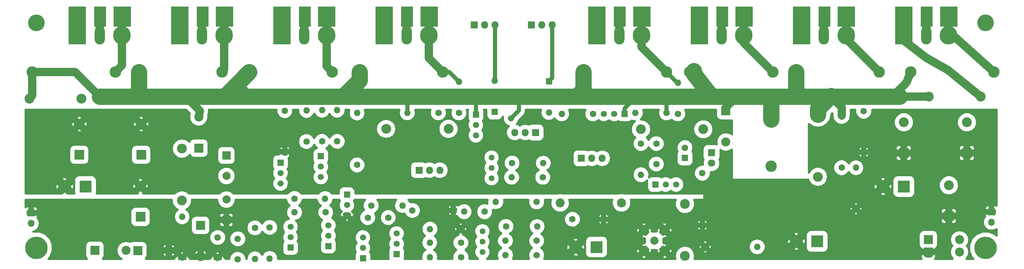
<source format=gbr>
G04 #@! TF.FileFunction,Copper,L1,Top,Signal*
%FSLAX46Y46*%
G04 Gerber Fmt 4.6, Leading zero omitted, Abs format (unit mm)*
G04 Created by KiCad (PCBNEW 4.0.7) date 10/13/20 13:30:47*
%MOMM*%
%LPD*%
G01*
G04 APERTURE LIST*
%ADD10C,0.100000*%
%ADD11R,2.400000X2.400000*%
%ADD12C,2.400000*%
%ADD13C,2.200000*%
%ADD14C,2.000000*%
%ADD15R,1.600000X1.600000*%
%ADD16C,1.600000*%
%ADD17C,1.520000*%
%ADD18R,1.520000X1.520000*%
%ADD19O,1.600000X1.600000*%
%ADD20R,2.000000X2.000000*%
%ADD21R,2.200000X2.200000*%
%ADD22O,2.200000X2.200000*%
%ADD23R,1.800000X1.800000*%
%ADD24C,1.800000*%
%ADD25C,1.440000*%
%ADD26O,2.400000X2.400000*%
%ADD27R,4.300000X5.000000*%
%ADD28R,3.000000X5.000000*%
%ADD29R,4.300000X4.500000*%
%ADD30O,2.500000X4.500000*%
%ADD31O,4.300000X4.500000*%
%ADD32C,2.800000*%
%ADD33O,2.800000X2.800000*%
%ADD34R,3.000000X3.000000*%
%ADD35C,3.000000*%
%ADD36C,5.500000*%
%ADD37C,4.064000*%
%ADD38O,1.800000X1.800000*%
%ADD39R,1.700000X1.700000*%
%ADD40O,1.700000X1.700000*%
%ADD41C,1.500000*%
%ADD42C,2.000000*%
%ADD43C,1.000000*%
%ADD44C,0.500000*%
%ADD45C,4.000000*%
G04 APERTURE END LIST*
D10*
D11*
X55600000Y-79250000D03*
D12*
X55600000Y-71750000D03*
D13*
X178460000Y-102790000D03*
X178460000Y-97710000D03*
X183540000Y-97710000D03*
X183540000Y-102790000D03*
D14*
X181000000Y-100250000D03*
D15*
X188500000Y-80000000D03*
D16*
X188500000Y-77500000D03*
D17*
X118025000Y-101010000D03*
X118025000Y-98470000D03*
D18*
X118025000Y-103550000D03*
D17*
X89650000Y-83730000D03*
X89650000Y-86270000D03*
D18*
X89650000Y-81190000D03*
D16*
X184000000Y-69000000D03*
D19*
X176380000Y-69000000D03*
D16*
X133690000Y-97400000D03*
D19*
X126190000Y-97400000D03*
D16*
X93040000Y-89940000D03*
D19*
X100540000Y-89940000D03*
D16*
X74300000Y-104475000D03*
X74300000Y-99475000D03*
X181500000Y-76500000D03*
X181500000Y-81500000D03*
X79200000Y-104800000D03*
X79200000Y-99800000D03*
D20*
X76425000Y-79400000D03*
D14*
X76425000Y-84400000D03*
D20*
X76425000Y-95175000D03*
D14*
X76425000Y-90175000D03*
D16*
X110980000Y-94600000D03*
X115980000Y-94600000D03*
X152250000Y-90750000D03*
D19*
X142250000Y-90750000D03*
D16*
X230300000Y-92400000D03*
D19*
X230300000Y-82400000D03*
D16*
X90700000Y-68450000D03*
D19*
X90700000Y-78450000D03*
D11*
X257400000Y-78800000D03*
D12*
X257400000Y-71300000D03*
D16*
X232200000Y-68600000D03*
D19*
X232200000Y-78600000D03*
D21*
X70125000Y-96500000D03*
D22*
X70125000Y-104120000D03*
D23*
X195000000Y-78750000D03*
D24*
X195000000Y-81290000D03*
D15*
X142000000Y-68750000D03*
D19*
X142000000Y-61130000D03*
D15*
X155250000Y-61250000D03*
D19*
X155250000Y-68870000D03*
D21*
X69675000Y-77600000D03*
D22*
X69675000Y-69980000D03*
D21*
X198500000Y-68500000D03*
D22*
X198500000Y-76120000D03*
D16*
X144750000Y-96750000D03*
D19*
X152370000Y-96750000D03*
D16*
X161000000Y-95000000D03*
D19*
X168620000Y-95000000D03*
D16*
X99800000Y-75950000D03*
D19*
X99800000Y-68330000D03*
D16*
X96000000Y-76000000D03*
D19*
X96000000Y-68380000D03*
D16*
X100700000Y-93320000D03*
D19*
X93080000Y-93320000D03*
D16*
X133750000Y-100750000D03*
D19*
X126130000Y-100750000D03*
D16*
X133750000Y-104250000D03*
D19*
X126130000Y-104250000D03*
D16*
X152250000Y-100250000D03*
D19*
X144630000Y-100250000D03*
D16*
X152250000Y-103750000D03*
D19*
X144630000Y-103750000D03*
D25*
X139000000Y-103000000D03*
X139000000Y-100460000D03*
X139000000Y-97920000D03*
D12*
X188500000Y-91250000D03*
D26*
X188500000Y-103950000D03*
D16*
X177750000Y-76500000D03*
D19*
X177750000Y-84120000D03*
D12*
X65550000Y-90425000D03*
D26*
X65550000Y-77725000D03*
D16*
X87000000Y-97000000D03*
D19*
X87000000Y-104620000D03*
D16*
X83400000Y-97100000D03*
D19*
X83400000Y-104720000D03*
D16*
X192750000Y-83750000D03*
D19*
X192750000Y-96450000D03*
D16*
X103500000Y-75950000D03*
D19*
X103500000Y-68330000D03*
D16*
X146250000Y-81250000D03*
D19*
X153870000Y-81250000D03*
D25*
X141250000Y-85000000D03*
X141250000Y-82460000D03*
X141250000Y-79920000D03*
D16*
X153750000Y-84750000D03*
D19*
X146130000Y-84750000D03*
D16*
X166000000Y-69250000D03*
D19*
X158380000Y-69250000D03*
D16*
X128250000Y-69000000D03*
D19*
X120630000Y-69000000D03*
D12*
X193000000Y-73000000D03*
D26*
X177760000Y-73000000D03*
D16*
X133250000Y-69000000D03*
D19*
X133250000Y-61380000D03*
D16*
X186750000Y-69250000D03*
D19*
X186750000Y-61630000D03*
D12*
X28250000Y-65500000D03*
D26*
X40950000Y-65500000D03*
D12*
X260750000Y-65000000D03*
D26*
X248050000Y-65000000D03*
D16*
X226800000Y-82400000D03*
D19*
X226800000Y-69700000D03*
D27*
X50968000Y-45428000D03*
D28*
X45588000Y-45428000D03*
D29*
X40000000Y-50000000D03*
D30*
X45450000Y-50000000D03*
D31*
X50900000Y-50000000D03*
D27*
X40000000Y-45428000D03*
X252968000Y-45428000D03*
D28*
X247588000Y-45428000D03*
D29*
X242000000Y-50000000D03*
D30*
X247450000Y-50000000D03*
D31*
X252900000Y-50000000D03*
D27*
X242000000Y-45428000D03*
X75968000Y-45428000D03*
D28*
X70588000Y-45428000D03*
D29*
X65000000Y-50000000D03*
D30*
X70450000Y-50000000D03*
D31*
X75900000Y-50000000D03*
D27*
X65000000Y-45428000D03*
X227968000Y-45428000D03*
D28*
X222588000Y-45428000D03*
D29*
X217000000Y-50000000D03*
D30*
X222450000Y-50000000D03*
D31*
X227900000Y-50000000D03*
D27*
X217000000Y-45428000D03*
X100968000Y-45428000D03*
D28*
X95588000Y-45428000D03*
D29*
X90000000Y-50000000D03*
D30*
X95450000Y-50000000D03*
D31*
X100900000Y-50000000D03*
D27*
X90000000Y-45428000D03*
X202968000Y-45428000D03*
D28*
X197588000Y-45428000D03*
D29*
X192000000Y-50000000D03*
D30*
X197450000Y-50000000D03*
D31*
X202900000Y-50000000D03*
D27*
X192000000Y-45428000D03*
X125968000Y-45428000D03*
D28*
X120588000Y-45428000D03*
D29*
X115000000Y-50000000D03*
D30*
X120450000Y-50000000D03*
D31*
X125900000Y-50000000D03*
D27*
X115000000Y-45428000D03*
X177968000Y-45428000D03*
D28*
X172588000Y-45428000D03*
D29*
X167000000Y-50000000D03*
D30*
X172450000Y-50000000D03*
D31*
X177900000Y-50000000D03*
D27*
X167000000Y-45428000D03*
D32*
X29000000Y-59000000D03*
D33*
X49320000Y-59000000D03*
D32*
X264000000Y-59000000D03*
D33*
X243680000Y-59000000D03*
D32*
X55000000Y-59000000D03*
D33*
X75320000Y-59000000D03*
D32*
X236000000Y-59000000D03*
D33*
X215680000Y-59000000D03*
D32*
X82000000Y-59000000D03*
D33*
X102320000Y-59000000D03*
D32*
X210000000Y-59000000D03*
D33*
X189680000Y-59000000D03*
D32*
X109000000Y-59000000D03*
D33*
X129320000Y-59000000D03*
D32*
X184000000Y-59000000D03*
D33*
X163680000Y-59000000D03*
D34*
X220800000Y-100400000D03*
D35*
X215720000Y-100400000D03*
D34*
X242000000Y-87000000D03*
D35*
X236920000Y-87000000D03*
D34*
X42000000Y-87000000D03*
D35*
X36920000Y-87000000D03*
D36*
X262000000Y-102000000D03*
D37*
X262000000Y-47000000D03*
D36*
X30000000Y-102000000D03*
D37*
X30000000Y-47000000D03*
D34*
X166900000Y-101800000D03*
D35*
X161820000Y-101800000D03*
D11*
X40500000Y-79250000D03*
D12*
X40500000Y-71750000D03*
D11*
X55425000Y-94425000D03*
D12*
X55425000Y-86925000D03*
D11*
X242000000Y-78800000D03*
D12*
X242000000Y-71300000D03*
D11*
X253000000Y-94200000D03*
D12*
X253000000Y-86700000D03*
X130700000Y-72900000D03*
D26*
X115460000Y-72900000D03*
D13*
X158000000Y-91000000D03*
X173000000Y-91000000D03*
D32*
X209600000Y-82000000D03*
X209600000Y-70570000D03*
D12*
X221000000Y-69400000D03*
D26*
X221000000Y-84640000D03*
D17*
X109800000Y-102010000D03*
X109800000Y-99470000D03*
D18*
X109800000Y-104550000D03*
D17*
X99500000Y-82140000D03*
X99500000Y-84680000D03*
D18*
X99500000Y-79600000D03*
D17*
X101350000Y-99010000D03*
X101350000Y-96470000D03*
D18*
X101350000Y-101550000D03*
D17*
X92100000Y-99410000D03*
X92100000Y-96870000D03*
D18*
X92100000Y-101950000D03*
D17*
X183790000Y-86500000D03*
X186330000Y-86500000D03*
D18*
X181250000Y-86500000D03*
D17*
X105890000Y-91530000D03*
X105890000Y-94070000D03*
D18*
X105890000Y-88990000D03*
D17*
X137400000Y-71940000D03*
X137400000Y-74480000D03*
D18*
X137400000Y-69400000D03*
D17*
X171210000Y-69250000D03*
X168670000Y-69250000D03*
D18*
X173750000Y-69250000D03*
D21*
X44275000Y-102625000D03*
D22*
X51895000Y-102625000D03*
D21*
X248000000Y-100000000D03*
D22*
X255620000Y-100000000D03*
D21*
X54750000Y-102650000D03*
D22*
X62370000Y-102650000D03*
D21*
X248000000Y-103000000D03*
D22*
X255620000Y-103000000D03*
D16*
X65625000Y-104400000D03*
D19*
X65625000Y-94400000D03*
D23*
X123500000Y-83000000D03*
D38*
X126040000Y-83000000D03*
X128580000Y-83000000D03*
D23*
X152000000Y-73800000D03*
D38*
X149460000Y-73800000D03*
X146920000Y-73800000D03*
D23*
X163200000Y-80100000D03*
D38*
X165740000Y-80100000D03*
X168280000Y-80100000D03*
D23*
X137000000Y-47500000D03*
D38*
X139540000Y-47500000D03*
X142080000Y-47500000D03*
D23*
X151000000Y-47500000D03*
D38*
X153540000Y-47500000D03*
X156080000Y-47500000D03*
D16*
X193460000Y-101760000D03*
D19*
X206160000Y-101760000D03*
D16*
X108360000Y-81720000D03*
D19*
X108360000Y-69020000D03*
D16*
X134530000Y-93150000D03*
X139530000Y-93150000D03*
X121875000Y-92850000D03*
D19*
X131875000Y-92850000D03*
D16*
X111825000Y-91675000D03*
D19*
X119445000Y-91675000D03*
D39*
X263440000Y-93170000D03*
D40*
X263440000Y-95710000D03*
D39*
X28700000Y-93460000D03*
D40*
X28700000Y-96000000D03*
D41*
X146000000Y-70300000D03*
D42*
X247450000Y-50000000D02*
X247450000Y-45566000D01*
X247450000Y-45566000D02*
X247588000Y-45428000D01*
X222450000Y-50000000D02*
X222450000Y-45566000D01*
X222450000Y-45566000D02*
X222588000Y-45428000D01*
X197450000Y-50000000D02*
X197450000Y-45566000D01*
X197450000Y-45566000D02*
X197588000Y-45428000D01*
X172450000Y-50000000D02*
X172450000Y-45566000D01*
X172450000Y-45566000D02*
X172588000Y-45428000D01*
D43*
X142080000Y-47500000D02*
X142080000Y-61050000D01*
X142080000Y-61050000D02*
X142000000Y-61130000D01*
D44*
X142000000Y-61130000D02*
X141630000Y-61130000D01*
D43*
X156080000Y-47500000D02*
X156080000Y-60420000D01*
X156080000Y-60420000D02*
X155250000Y-61250000D01*
D42*
X120450000Y-50000000D02*
X120450000Y-45566000D01*
X120450000Y-45566000D02*
X120588000Y-45428000D01*
X120588000Y-49862000D02*
X120450000Y-50000000D01*
X95450000Y-50000000D02*
X95450000Y-45566000D01*
X95450000Y-45566000D02*
X95588000Y-45428000D01*
X70450000Y-50000000D02*
X70450000Y-45566000D01*
X70450000Y-45566000D02*
X70588000Y-45428000D01*
X45450000Y-50000000D02*
X45450000Y-45566000D01*
X45450000Y-45566000D02*
X45588000Y-45428000D01*
X50900000Y-50000000D02*
X50900000Y-57420000D01*
X50900000Y-57420000D02*
X49320000Y-59000000D01*
X50900000Y-50000000D02*
X50900000Y-45496000D01*
X50900000Y-45496000D02*
X50968000Y-45428000D01*
X252900000Y-50000000D02*
X254000000Y-50000000D01*
X254000000Y-50000000D02*
X264000000Y-59000000D01*
X252900000Y-50000000D02*
X252900000Y-45496000D01*
X252900000Y-45496000D02*
X252968000Y-45428000D01*
X75900000Y-50000000D02*
X75900000Y-58420000D01*
X75900000Y-58420000D02*
X75320000Y-59000000D01*
X75900000Y-50000000D02*
X75900000Y-45496000D01*
X75900000Y-45496000D02*
X75968000Y-45428000D01*
X227900000Y-50000000D02*
X227900000Y-45496000D01*
X227900000Y-45496000D02*
X227968000Y-45428000D01*
X227900000Y-50000000D02*
X227900000Y-50900000D01*
X227900000Y-50900000D02*
X236000000Y-59000000D01*
X100900000Y-50000000D02*
X100900000Y-57580000D01*
X100900000Y-57580000D02*
X102320000Y-59000000D01*
X100900000Y-50000000D02*
X100900000Y-45496000D01*
X100900000Y-45496000D02*
X100968000Y-45428000D01*
X202900000Y-50000000D02*
X202900000Y-51900000D01*
X202900000Y-51900000D02*
X210000000Y-59000000D01*
X202900000Y-50000000D02*
X202900000Y-45496000D01*
X202900000Y-45496000D02*
X202968000Y-45428000D01*
D43*
X129320000Y-59000000D02*
X130870000Y-59000000D01*
X130870000Y-59000000D02*
X133250000Y-61380000D01*
D42*
X125900000Y-50000000D02*
X125900000Y-55580000D01*
X125900000Y-55580000D02*
X129320000Y-59000000D01*
X125900000Y-50000000D02*
X125900000Y-45496000D01*
X125900000Y-45496000D02*
X125968000Y-45428000D01*
D43*
X186750000Y-61630000D02*
X186630000Y-61630000D01*
X186630000Y-61630000D02*
X184000000Y-59000000D01*
D44*
X184000000Y-59000000D02*
X184120000Y-59000000D01*
D42*
X177900000Y-50000000D02*
X177900000Y-52900000D01*
X177900000Y-52900000D02*
X184000000Y-59000000D01*
X177900000Y-50000000D02*
X177900000Y-45496000D01*
X177900000Y-45496000D02*
X177968000Y-45428000D01*
X69675000Y-69980000D02*
X69950000Y-68450000D01*
X69950000Y-68450000D02*
X66500000Y-65000000D01*
D43*
X147900000Y-68400000D02*
X147900000Y-65000000D01*
X146000000Y-70300000D02*
X147900000Y-68400000D01*
X184000000Y-69000000D02*
X184000000Y-65000000D01*
X184000000Y-65000000D02*
X184300000Y-65300000D01*
X184300000Y-65300000D02*
X184300000Y-66400000D01*
X184300000Y-66400000D02*
X184300000Y-65000000D01*
X173750000Y-69250000D02*
X173750000Y-67850000D01*
X173750000Y-67850000D02*
X176600000Y-65000000D01*
X137400000Y-69400000D02*
X137400000Y-66850000D01*
X137400000Y-66850000D02*
X139250000Y-65000000D01*
X120630000Y-69000000D02*
X120630000Y-66620000D01*
X120630000Y-66620000D02*
X122250000Y-65000000D01*
D42*
X226800000Y-69700000D02*
X226800000Y-67600000D01*
X224200000Y-65000000D02*
X224200000Y-64800000D01*
X226800000Y-67600000D02*
X224200000Y-65000000D01*
D45*
X209600000Y-70570000D02*
X209600000Y-65000000D01*
X209800000Y-65600000D02*
X209800000Y-65000000D01*
X209800000Y-65200000D02*
X209800000Y-65600000D01*
X209600000Y-65000000D02*
X209800000Y-65200000D01*
X221000000Y-69400000D02*
X221000000Y-68000000D01*
X221000000Y-68000000D02*
X224200000Y-64800000D01*
X224200000Y-64800000D02*
X224000000Y-65000000D01*
D42*
X198500000Y-68500000D02*
X198500000Y-67700000D01*
X198500000Y-67700000D02*
X201200000Y-65000000D01*
D45*
X216000000Y-65000000D02*
X224000000Y-65000000D01*
X224000000Y-65000000D02*
X239250000Y-65000000D01*
X136250000Y-65000000D02*
X139250000Y-65000000D01*
X122250000Y-65000000D02*
X125500000Y-65000000D01*
X125500000Y-65000000D02*
X136250000Y-65000000D01*
X139250000Y-65000000D02*
X147900000Y-65000000D01*
X147900000Y-65000000D02*
X159750000Y-65000000D01*
X159750000Y-65000000D02*
X163000000Y-65000000D01*
X105000000Y-65000000D02*
X119500000Y-65000000D01*
X119500000Y-65000000D02*
X122250000Y-65000000D01*
X109000000Y-61000000D02*
X105000000Y-65000000D01*
X100000000Y-65000000D02*
X105000000Y-65000000D01*
X80000000Y-64000000D02*
X80000000Y-65000000D01*
X79000000Y-65000000D02*
X80000000Y-64000000D01*
X58000000Y-65000000D02*
X64350000Y-65000000D01*
X64350000Y-65000000D02*
X66500000Y-65000000D01*
X66500000Y-65000000D02*
X68000000Y-65000000D01*
X68000000Y-65000000D02*
X80000000Y-65000000D01*
X80000000Y-65000000D02*
X100000000Y-65000000D01*
X55000000Y-63750000D02*
X55000000Y-65000000D01*
X55000000Y-59000000D02*
X55000000Y-63750000D01*
X55000000Y-65000000D02*
X53000000Y-65000000D01*
X76000000Y-65000000D02*
X79000000Y-65000000D01*
X53000000Y-65000000D02*
X58000000Y-65000000D01*
X45500000Y-65000000D02*
X53000000Y-65000000D01*
D42*
X39500000Y-59000000D02*
X45500000Y-65000000D01*
D45*
X163000000Y-65000000D02*
X165750000Y-65000000D01*
X165750000Y-65000000D02*
X168650000Y-65000000D01*
X163680000Y-65000000D02*
X163000000Y-64320000D01*
X163000000Y-64000000D02*
X163000000Y-65000000D01*
X163000000Y-64320000D02*
X163000000Y-64000000D01*
X168650000Y-65000000D02*
X176600000Y-65000000D01*
X176600000Y-65000000D02*
X176750000Y-65000000D01*
X176750000Y-65000000D02*
X177250000Y-65000000D01*
X177250000Y-65000000D02*
X184300000Y-65000000D01*
X184300000Y-65000000D02*
X184000000Y-65000000D01*
D44*
X184000000Y-65000000D02*
X184000000Y-65750000D01*
X184000000Y-65750000D02*
X184000000Y-65000000D01*
D45*
X184000000Y-65000000D02*
X190000000Y-65000000D01*
X190000000Y-65000000D02*
X195000000Y-65000000D01*
X195000000Y-65000000D02*
X201200000Y-65000000D01*
X201200000Y-65000000D02*
X201500000Y-65000000D01*
X201500000Y-65000000D02*
X209800000Y-65000000D01*
X209800000Y-65000000D02*
X216000000Y-65000000D01*
X216000000Y-64000000D02*
X216000000Y-65000000D01*
X216000000Y-64680000D02*
X216000000Y-64000000D01*
X215680000Y-65000000D02*
X216000000Y-64680000D01*
D42*
X242680000Y-61570000D02*
X239625000Y-64625000D01*
X239625000Y-64625000D02*
X239250000Y-65000000D01*
D45*
X239250000Y-65000000D02*
X241000000Y-65000000D01*
X190680000Y-58750000D02*
X190680000Y-59430000D01*
X190680000Y-59430000D02*
X195000000Y-65000000D01*
D42*
X29000000Y-59000000D02*
X29000000Y-64750000D01*
X29000000Y-64750000D02*
X28250000Y-65500000D01*
X29000000Y-59000000D02*
X39500000Y-59000000D01*
X243680000Y-59000000D02*
X242680000Y-61570000D01*
X248050000Y-65000000D02*
X241000000Y-65000000D01*
D45*
X82000000Y-59000000D02*
X76000000Y-65000000D01*
X109000000Y-59000000D02*
X109000000Y-61000000D01*
X163680000Y-59000000D02*
X163680000Y-65000000D01*
X215680000Y-59000000D02*
X215680000Y-65000000D01*
D42*
X65000000Y-50000000D02*
X65000000Y-45428000D01*
X115000000Y-50000000D02*
X115000000Y-45428000D01*
X90000000Y-50000000D02*
X90000000Y-45428000D01*
X40000000Y-50000000D02*
X40000000Y-45428000D01*
X217000000Y-50000000D02*
X217000000Y-45428000D01*
X242000000Y-50000000D02*
X242000000Y-45428000D01*
X242000000Y-50000000D02*
X242000000Y-51250000D01*
X242000000Y-51250000D02*
X247500000Y-55500000D01*
X252750000Y-58500000D02*
X260750000Y-65000000D01*
X247500000Y-55500000D02*
X252750000Y-58500000D01*
X192000000Y-50000000D02*
X192000000Y-45428000D01*
X167000000Y-50000000D02*
X167000000Y-45428000D01*
D44*
G36*
X67478796Y-69160776D02*
X67325000Y-69933961D01*
X67325000Y-70026039D01*
X67503883Y-70925345D01*
X68013299Y-71687740D01*
X68775694Y-72197156D01*
X69675000Y-72376039D01*
X70574306Y-72197156D01*
X71336701Y-71687740D01*
X71846117Y-70925345D01*
X72025000Y-70026039D01*
X72025000Y-69933961D01*
X71995755Y-69786939D01*
X72164513Y-68848033D01*
X72160794Y-68647104D01*
X72200000Y-68450000D01*
X72160218Y-68250000D01*
X88650174Y-68250000D01*
X88649645Y-68855981D01*
X88961081Y-69609715D01*
X89537252Y-70186892D01*
X90290441Y-70499643D01*
X91105981Y-70500355D01*
X91859715Y-70188919D01*
X92436892Y-69612748D01*
X92749643Y-68859559D01*
X92750175Y-68250000D01*
X93967870Y-68250000D01*
X93950000Y-68339838D01*
X93950000Y-68420162D01*
X94106047Y-69204663D01*
X94550431Y-69869731D01*
X95215499Y-70314115D01*
X96000000Y-70470162D01*
X96784501Y-70314115D01*
X97449569Y-69869731D01*
X97893953Y-69204663D01*
X97904973Y-69149263D01*
X97906047Y-69154663D01*
X98350431Y-69819731D01*
X99015499Y-70264115D01*
X99800000Y-70420162D01*
X100584501Y-70264115D01*
X101249569Y-69819731D01*
X101650000Y-69220443D01*
X102050431Y-69819731D01*
X102715499Y-70264115D01*
X103500000Y-70420162D01*
X104284501Y-70264115D01*
X104949569Y-69819731D01*
X105393953Y-69154663D01*
X105550000Y-68370162D01*
X105550000Y-68289838D01*
X105542076Y-68250000D01*
X106455174Y-68250000D01*
X106310000Y-68979838D01*
X106310000Y-69060162D01*
X106466047Y-69844663D01*
X106910431Y-70509731D01*
X107575499Y-70954115D01*
X108360000Y-71110162D01*
X109144501Y-70954115D01*
X109809569Y-70509731D01*
X110253953Y-69844663D01*
X110410000Y-69060162D01*
X110410000Y-68979838D01*
X110264826Y-68250000D01*
X118689022Y-68250000D01*
X118539838Y-69000000D01*
X118695885Y-69784501D01*
X119140269Y-70449569D01*
X119805337Y-70893953D01*
X120589838Y-71050000D01*
X120670162Y-71050000D01*
X121454663Y-70893953D01*
X122119731Y-70449569D01*
X122564115Y-69784501D01*
X122720162Y-69000000D01*
X122570978Y-68250000D01*
X126341720Y-68250000D01*
X126200357Y-68590441D01*
X126199645Y-69405981D01*
X126511081Y-70159715D01*
X127087252Y-70736892D01*
X127840441Y-71049643D01*
X128655981Y-71050355D01*
X129409715Y-70738919D01*
X129986892Y-70162748D01*
X130299643Y-69409559D01*
X130300355Y-68594019D01*
X130158209Y-68250000D01*
X131341720Y-68250000D01*
X131200357Y-68590441D01*
X131199645Y-69405981D01*
X131511081Y-70159715D01*
X132087252Y-70736892D01*
X132840441Y-71049643D01*
X133655981Y-71050355D01*
X134409715Y-70738919D01*
X134986892Y-70162748D01*
X135299643Y-69409559D01*
X135300355Y-68594019D01*
X135158209Y-68250000D01*
X135444489Y-68250000D01*
X135365512Y-68640000D01*
X135365512Y-70160000D01*
X135452673Y-70623222D01*
X135645773Y-70923307D01*
X135390350Y-71538432D01*
X135389652Y-72338060D01*
X135695012Y-73077086D01*
X135827431Y-73209736D01*
X135696999Y-73339940D01*
X135390350Y-74078432D01*
X135389652Y-74878060D01*
X135695012Y-75617086D01*
X136259940Y-76183001D01*
X136998432Y-76489650D01*
X137798060Y-76490348D01*
X138537086Y-76184988D01*
X139103001Y-75620060D01*
X139409650Y-74881568D01*
X139410348Y-74081940D01*
X139104988Y-73342914D01*
X138972569Y-73210264D01*
X139103001Y-73080060D01*
X139409650Y-72341568D01*
X139410348Y-71541940D01*
X139153450Y-70920202D01*
X139334076Y-70655847D01*
X139434488Y-70160000D01*
X139434488Y-68640000D01*
X139361105Y-68250000D01*
X139925512Y-68250000D01*
X139925512Y-69550000D01*
X140012673Y-70013222D01*
X140286437Y-70438663D01*
X140704153Y-70724076D01*
X141200000Y-70824488D01*
X142800000Y-70824488D01*
X143263222Y-70737327D01*
X143688663Y-70463563D01*
X143974076Y-70045847D01*
X144000334Y-69916180D01*
X143999654Y-70696079D01*
X144303494Y-71431429D01*
X144865612Y-71994529D01*
X145432271Y-72229826D01*
X145357599Y-72279720D01*
X144891538Y-72977231D01*
X144727879Y-73800000D01*
X144891538Y-74622769D01*
X145357599Y-75320280D01*
X146055110Y-75786341D01*
X146877879Y-75950000D01*
X146962121Y-75950000D01*
X147784890Y-75786341D01*
X148190000Y-75515656D01*
X148595110Y-75786341D01*
X149417879Y-75950000D01*
X149502121Y-75950000D01*
X150324890Y-75786341D01*
X150401162Y-75735378D01*
X150604153Y-75874076D01*
X151100000Y-75974488D01*
X152900000Y-75974488D01*
X153363222Y-75887327D01*
X153788663Y-75613563D01*
X154074076Y-75195847D01*
X154174488Y-74700000D01*
X154174488Y-72900000D01*
X154087327Y-72436778D01*
X153813563Y-72011337D01*
X153395847Y-71725924D01*
X152900000Y-71625512D01*
X151100000Y-71625512D01*
X150636778Y-71712673D01*
X150400907Y-71864452D01*
X150324890Y-71813659D01*
X149502121Y-71650000D01*
X149417879Y-71650000D01*
X148595110Y-71813659D01*
X148190000Y-72084344D01*
X147784890Y-71813659D01*
X147392736Y-71735655D01*
X147694529Y-71434388D01*
X147945932Y-70828942D01*
X149137437Y-69637437D01*
X149516789Y-69069696D01*
X149650000Y-68400000D01*
X149650000Y-68250000D01*
X153315337Y-68250000D01*
X153200000Y-68829838D01*
X153200000Y-68910162D01*
X153356047Y-69694663D01*
X153800431Y-70359731D01*
X154465499Y-70804115D01*
X155250000Y-70960162D01*
X156034501Y-70804115D01*
X156674423Y-70376533D01*
X156890269Y-70699569D01*
X157555337Y-71143953D01*
X158339838Y-71300000D01*
X158420162Y-71300000D01*
X159204663Y-71143953D01*
X159869731Y-70699569D01*
X160314115Y-70034501D01*
X160470162Y-69250000D01*
X160314115Y-68465499D01*
X160170123Y-68250000D01*
X164195529Y-68250000D01*
X163950357Y-68840441D01*
X163949645Y-69655981D01*
X164261081Y-70409715D01*
X164837252Y-70986892D01*
X165590441Y-71299643D01*
X166405981Y-71300355D01*
X167159715Y-70988919D01*
X167363109Y-70785879D01*
X167529940Y-70953001D01*
X168268432Y-71259650D01*
X169068060Y-71260348D01*
X169807086Y-70954988D01*
X169939736Y-70822569D01*
X170069940Y-70953001D01*
X170808432Y-71259650D01*
X171608060Y-71260348D01*
X172229798Y-71003450D01*
X172494153Y-71184076D01*
X172990000Y-71284488D01*
X174510000Y-71284488D01*
X174973222Y-71197327D01*
X175398663Y-70923563D01*
X175461662Y-70831361D01*
X175555337Y-70893953D01*
X176313172Y-71044696D01*
X175979590Y-71267588D01*
X175448497Y-72062426D01*
X175262002Y-73000000D01*
X175448497Y-73937574D01*
X175979590Y-74732412D01*
X176362623Y-74988346D01*
X176013108Y-75337252D01*
X175700357Y-76090441D01*
X175699645Y-76905981D01*
X176011081Y-77659715D01*
X176587252Y-78236892D01*
X177340441Y-78549643D01*
X178155981Y-78550355D01*
X178909715Y-78238919D01*
X179486892Y-77662748D01*
X179624953Y-77330260D01*
X179761081Y-77659715D01*
X180337252Y-78236892D01*
X181090441Y-78549643D01*
X181905981Y-78550355D01*
X182659715Y-78238919D01*
X183236892Y-77662748D01*
X183549643Y-76909559D01*
X183550355Y-76094019D01*
X183238919Y-75340285D01*
X182662748Y-74763108D01*
X181909559Y-74450357D01*
X181094019Y-74449645D01*
X180340285Y-74761081D01*
X179763108Y-75337252D01*
X179625047Y-75669740D01*
X179488919Y-75340285D01*
X179145509Y-74996276D01*
X179540410Y-74732412D01*
X180071503Y-73937574D01*
X180161486Y-73485197D01*
X190549576Y-73485197D01*
X190921780Y-74386000D01*
X191610375Y-75075798D01*
X192510527Y-75449573D01*
X193485197Y-75450424D01*
X194386000Y-75078220D01*
X195075798Y-74389625D01*
X195449573Y-73489473D01*
X195450424Y-72514803D01*
X195078220Y-71614000D01*
X194389625Y-70924202D01*
X193489473Y-70550427D01*
X192514803Y-70549576D01*
X191614000Y-70921780D01*
X190924202Y-71610375D01*
X190550427Y-72510527D01*
X190549576Y-73485197D01*
X180161486Y-73485197D01*
X180257998Y-73000000D01*
X180071503Y-72062426D01*
X179540410Y-71267588D01*
X178745572Y-70736495D01*
X177807998Y-70550000D01*
X177719425Y-70550000D01*
X177869731Y-70449569D01*
X178314115Y-69784501D01*
X178470162Y-69000000D01*
X178320978Y-68250000D01*
X182091720Y-68250000D01*
X181950357Y-68590441D01*
X181949645Y-69405981D01*
X182261081Y-70159715D01*
X182837252Y-70736892D01*
X183590441Y-71049643D01*
X184405981Y-71050355D01*
X185159715Y-70738919D01*
X185249870Y-70648921D01*
X185587252Y-70986892D01*
X186340441Y-71299643D01*
X187155981Y-71300355D01*
X187909715Y-70988919D01*
X188486892Y-70412748D01*
X188799643Y-69659559D01*
X188800355Y-68844019D01*
X188554912Y-68250000D01*
X196125512Y-68250000D01*
X196125512Y-69600000D01*
X196212673Y-70063222D01*
X196486437Y-70488663D01*
X196904153Y-70774076D01*
X197400000Y-70874488D01*
X199600000Y-70874488D01*
X199950000Y-70808631D01*
X199950000Y-74270806D01*
X199399306Y-73902844D01*
X198500000Y-73723961D01*
X197600694Y-73902844D01*
X196838299Y-74412260D01*
X196328883Y-75174655D01*
X196150000Y-76073961D01*
X196150000Y-76166039D01*
X196245361Y-76645450D01*
X195900000Y-76575512D01*
X194100000Y-76575512D01*
X193636778Y-76662673D01*
X193211337Y-76936437D01*
X192925924Y-77354153D01*
X192825512Y-77850000D01*
X192825512Y-79650000D01*
X192912673Y-80113222D01*
X193063395Y-80347450D01*
X192850374Y-80860462D01*
X192849642Y-81700086D01*
X192344019Y-81699645D01*
X191590285Y-82011081D01*
X191013108Y-82587252D01*
X190700357Y-83340441D01*
X190699645Y-84155981D01*
X191011081Y-84909715D01*
X191587252Y-85486892D01*
X192340441Y-85799643D01*
X193155981Y-85800355D01*
X193909715Y-85488919D01*
X194486892Y-84912748D01*
X194799643Y-84159559D01*
X194800271Y-83439826D01*
X195425785Y-83440372D01*
X196216286Y-83113744D01*
X196821619Y-82509467D01*
X197149626Y-81719538D01*
X197150372Y-80864215D01*
X196936652Y-80346973D01*
X197074076Y-80145847D01*
X197174488Y-79650000D01*
X197174488Y-78052374D01*
X197600694Y-78337156D01*
X198500000Y-78516039D01*
X199399306Y-78337156D01*
X199950000Y-77969194D01*
X199950000Y-85100000D01*
X199969696Y-85197264D01*
X200025682Y-85279202D01*
X200109136Y-85332903D01*
X200200000Y-85350000D01*
X218500000Y-85350000D01*
X218597264Y-85330304D01*
X218668131Y-85281883D01*
X218736495Y-85625572D01*
X219267588Y-86420410D01*
X220062426Y-86951503D01*
X221000000Y-87137998D01*
X221937574Y-86951503D01*
X222732412Y-86420410D01*
X223263505Y-85625572D01*
X223373410Y-85073039D01*
X236053699Y-85073039D01*
X236920000Y-85939340D01*
X237359340Y-85500000D01*
X239225512Y-85500000D01*
X239225512Y-88500000D01*
X239312673Y-88963222D01*
X239586437Y-89388663D01*
X240004153Y-89674076D01*
X240500000Y-89774488D01*
X243500000Y-89774488D01*
X243963222Y-89687327D01*
X244388663Y-89413563D01*
X244674076Y-88995847D01*
X244774488Y-88500000D01*
X244774488Y-87185197D01*
X250549576Y-87185197D01*
X250921780Y-88086000D01*
X251610375Y-88775798D01*
X252510527Y-89149573D01*
X253485197Y-89150424D01*
X254386000Y-88778220D01*
X255075798Y-88089625D01*
X255449573Y-87189473D01*
X255450424Y-86214803D01*
X255078220Y-85314000D01*
X254389625Y-84624202D01*
X253489473Y-84250427D01*
X252514803Y-84249576D01*
X251614000Y-84621780D01*
X250924202Y-85310375D01*
X250550427Y-86210527D01*
X250549576Y-87185197D01*
X244774488Y-87185197D01*
X244774488Y-85500000D01*
X244687327Y-85036778D01*
X244413563Y-84611337D01*
X243995847Y-84325924D01*
X243500000Y-84225512D01*
X240500000Y-84225512D01*
X240036778Y-84312673D01*
X239611337Y-84586437D01*
X239325924Y-85004153D01*
X239225512Y-85500000D01*
X237359340Y-85500000D01*
X237786301Y-85073039D01*
X237592639Y-84798216D01*
X236698851Y-84708408D01*
X236247361Y-84798216D01*
X236053699Y-85073039D01*
X223373410Y-85073039D01*
X223450000Y-84687998D01*
X223450000Y-84592002D01*
X223263505Y-83654428D01*
X222732412Y-82859590D01*
X222652181Y-82805981D01*
X224749645Y-82805981D01*
X225061081Y-83559715D01*
X225637252Y-84136892D01*
X226390441Y-84449643D01*
X227205981Y-84450355D01*
X227959715Y-84138919D01*
X228536892Y-83562748D01*
X228573324Y-83475010D01*
X228850431Y-83889731D01*
X229515499Y-84334115D01*
X230300000Y-84490162D01*
X231084501Y-84334115D01*
X231749569Y-83889731D01*
X232193953Y-83224663D01*
X232350000Y-82440162D01*
X232350000Y-82359838D01*
X232193953Y-81575337D01*
X231749569Y-80910269D01*
X231084501Y-80465885D01*
X230300000Y-80309838D01*
X229515499Y-80465885D01*
X228850431Y-80910269D01*
X228573691Y-81324440D01*
X228538919Y-81240285D01*
X227962748Y-80663108D01*
X227209559Y-80350357D01*
X226394019Y-80349645D01*
X225640285Y-80661081D01*
X225063108Y-81237252D01*
X224750357Y-81990441D01*
X224749645Y-82805981D01*
X222652181Y-82805981D01*
X221937574Y-82328497D01*
X221000000Y-82142002D01*
X220062426Y-82328497D01*
X219267588Y-82859590D01*
X218750000Y-83634216D01*
X218750000Y-79230635D01*
X230775306Y-79230635D01*
X231125088Y-79727838D01*
X231569369Y-80024665D01*
X231800000Y-79908737D01*
X231800000Y-79000000D01*
X232600000Y-79000000D01*
X232600000Y-79908737D01*
X232830631Y-80024665D01*
X233274912Y-79727838D01*
X233372232Y-79589500D01*
X240042000Y-79589500D01*
X240042000Y-80150776D01*
X240157399Y-80429373D01*
X240370628Y-80642602D01*
X240649225Y-80758000D01*
X241210500Y-80758000D01*
X241400000Y-80568500D01*
X241400000Y-79400000D01*
X242600000Y-79400000D01*
X242600000Y-80568500D01*
X242789500Y-80758000D01*
X243350775Y-80758000D01*
X243629372Y-80642602D01*
X243842601Y-80429373D01*
X243958000Y-80150776D01*
X243958000Y-79589500D01*
X255442000Y-79589500D01*
X255442000Y-80150776D01*
X255557399Y-80429373D01*
X255770628Y-80642602D01*
X256049225Y-80758000D01*
X256610500Y-80758000D01*
X256800000Y-80568500D01*
X256800000Y-79400000D01*
X258000000Y-79400000D01*
X258000000Y-80568500D01*
X258189500Y-80758000D01*
X258750775Y-80758000D01*
X259029372Y-80642602D01*
X259242601Y-80429373D01*
X259358000Y-80150776D01*
X259358000Y-79589500D01*
X259168500Y-79400000D01*
X258000000Y-79400000D01*
X256800000Y-79400000D01*
X255631500Y-79400000D01*
X255442000Y-79589500D01*
X243958000Y-79589500D01*
X243768500Y-79400000D01*
X242600000Y-79400000D01*
X241400000Y-79400000D01*
X240231500Y-79400000D01*
X240042000Y-79589500D01*
X233372232Y-79589500D01*
X233624694Y-79230635D01*
X233516307Y-79000000D01*
X232600000Y-79000000D01*
X231800000Y-79000000D01*
X230883693Y-79000000D01*
X230775306Y-79230635D01*
X218750000Y-79230635D01*
X218750000Y-77969365D01*
X230775306Y-77969365D01*
X230883693Y-78200000D01*
X231800000Y-78200000D01*
X231800000Y-77291263D01*
X232600000Y-77291263D01*
X232600000Y-78200000D01*
X233516307Y-78200000D01*
X233624694Y-77969365D01*
X233274912Y-77472162D01*
X233240580Y-77449224D01*
X240042000Y-77449224D01*
X240042000Y-78010500D01*
X240231500Y-78200000D01*
X241400000Y-78200000D01*
X241400000Y-77031500D01*
X242600000Y-77031500D01*
X242600000Y-78200000D01*
X243768500Y-78200000D01*
X243958000Y-78010500D01*
X243958000Y-77449224D01*
X255442000Y-77449224D01*
X255442000Y-78010500D01*
X255631500Y-78200000D01*
X256800000Y-78200000D01*
X256800000Y-77031500D01*
X258000000Y-77031500D01*
X258000000Y-78200000D01*
X259168500Y-78200000D01*
X259358000Y-78010500D01*
X259358000Y-77449224D01*
X259242601Y-77170627D01*
X259029372Y-76957398D01*
X258750775Y-76842000D01*
X258189500Y-76842000D01*
X258000000Y-77031500D01*
X256800000Y-77031500D01*
X256610500Y-76842000D01*
X256049225Y-76842000D01*
X255770628Y-76957398D01*
X255557399Y-77170627D01*
X255442000Y-77449224D01*
X243958000Y-77449224D01*
X243842601Y-77170627D01*
X243629372Y-76957398D01*
X243350775Y-76842000D01*
X242789500Y-76842000D01*
X242600000Y-77031500D01*
X241400000Y-77031500D01*
X241210500Y-76842000D01*
X240649225Y-76842000D01*
X240370628Y-76957398D01*
X240157399Y-77170627D01*
X240042000Y-77449224D01*
X233240580Y-77449224D01*
X232830631Y-77175335D01*
X232600000Y-77291263D01*
X231800000Y-77291263D01*
X231569369Y-77175335D01*
X231125088Y-77472162D01*
X230775306Y-77969365D01*
X218750000Y-77969365D01*
X218750000Y-71730234D01*
X219756279Y-72402608D01*
X221000000Y-72650000D01*
X222243721Y-72402608D01*
X223298097Y-71698097D01*
X224002608Y-70643721D01*
X224250000Y-69400000D01*
X224250000Y-69346194D01*
X224550000Y-69046194D01*
X224550000Y-69700000D01*
X224721271Y-70561038D01*
X225209010Y-71290990D01*
X225938962Y-71778729D01*
X226800000Y-71950000D01*
X227628521Y-71785197D01*
X239549576Y-71785197D01*
X239921780Y-72686000D01*
X240610375Y-73375798D01*
X241510527Y-73749573D01*
X242485197Y-73750424D01*
X243386000Y-73378220D01*
X244075798Y-72689625D01*
X244449573Y-71789473D01*
X244449576Y-71785197D01*
X254949576Y-71785197D01*
X255321780Y-72686000D01*
X256010375Y-73375798D01*
X256910527Y-73749573D01*
X257885197Y-73750424D01*
X258786000Y-73378220D01*
X259475798Y-72689625D01*
X259849573Y-71789473D01*
X259850424Y-70814803D01*
X259478220Y-69914000D01*
X258789625Y-69224202D01*
X257889473Y-68850427D01*
X256914803Y-68849576D01*
X256014000Y-69221780D01*
X255324202Y-69910375D01*
X254950427Y-70810527D01*
X254949576Y-71785197D01*
X244449576Y-71785197D01*
X244450424Y-70814803D01*
X244078220Y-69914000D01*
X243389625Y-69224202D01*
X242489473Y-68850427D01*
X241514803Y-68849576D01*
X240614000Y-69221780D01*
X239924202Y-69910375D01*
X239550427Y-70810527D01*
X239549576Y-71785197D01*
X227628521Y-71785197D01*
X227661038Y-71778729D01*
X228390990Y-71290990D01*
X228878729Y-70561038D01*
X229050000Y-69700000D01*
X229050000Y-68250000D01*
X230150305Y-68250000D01*
X230149645Y-69005981D01*
X230461081Y-69759715D01*
X231037252Y-70336892D01*
X231790441Y-70649643D01*
X232605981Y-70650355D01*
X233359715Y-70338919D01*
X233936892Y-69762748D01*
X234249643Y-69009559D01*
X234250306Y-68250000D01*
X264675000Y-68250000D01*
X264675000Y-91659019D01*
X264440776Y-91562000D01*
X264054500Y-91562000D01*
X263865000Y-91751500D01*
X263865000Y-92745000D01*
X264290000Y-92745000D01*
X264290000Y-93595000D01*
X263865000Y-93595000D01*
X263865000Y-93686354D01*
X263481141Y-93610000D01*
X263398859Y-93610000D01*
X263015000Y-93686354D01*
X263015000Y-93595000D01*
X262021500Y-93595000D01*
X261832000Y-93784500D01*
X261832000Y-94170775D01*
X261877240Y-94279994D01*
X261458712Y-94906365D01*
X261298859Y-95710000D01*
X261458712Y-96513635D01*
X261913935Y-97194924D01*
X262595224Y-97650147D01*
X263398859Y-97810000D01*
X263481141Y-97810000D01*
X264284776Y-97650147D01*
X264675000Y-97389408D01*
X264675000Y-99017875D01*
X264268777Y-98610942D01*
X262799140Y-98000695D01*
X261207841Y-97999307D01*
X259737142Y-98606987D01*
X258610942Y-99731223D01*
X258000695Y-101200860D01*
X257999307Y-102792159D01*
X258606987Y-104262858D01*
X259018410Y-104675000D01*
X257307837Y-104675000D01*
X257327740Y-104661701D01*
X257837156Y-103899306D01*
X258016039Y-103000000D01*
X257837156Y-102100694D01*
X257435785Y-101500000D01*
X257837156Y-100899306D01*
X258016039Y-100000000D01*
X257837156Y-99100694D01*
X257327740Y-98338299D01*
X256565345Y-97828883D01*
X255666039Y-97650000D01*
X255573961Y-97650000D01*
X254674655Y-97828883D01*
X253912260Y-98338299D01*
X253402844Y-99100694D01*
X253223961Y-100000000D01*
X253402844Y-100899306D01*
X253804215Y-101500000D01*
X253402844Y-102100694D01*
X253223961Y-103000000D01*
X253402844Y-103899306D01*
X253912260Y-104661701D01*
X253932163Y-104675000D01*
X249596974Y-104675000D01*
X249742602Y-104529372D01*
X249858000Y-104250775D01*
X249858000Y-103739500D01*
X249668500Y-103550000D01*
X248550000Y-103550000D01*
X248550000Y-104100000D01*
X247450000Y-104100000D01*
X247450000Y-103550000D01*
X246331500Y-103550000D01*
X246142000Y-103739500D01*
X246142000Y-104250775D01*
X246257398Y-104529372D01*
X246403026Y-104675000D01*
X190815336Y-104675000D01*
X190950000Y-103997998D01*
X190950000Y-103902002D01*
X190768752Y-102990805D01*
X192794881Y-102990805D01*
X192879983Y-103238846D01*
X193490064Y-103348239D01*
X194040017Y-103238846D01*
X194125119Y-102990805D01*
X193460000Y-102325685D01*
X192794881Y-102990805D01*
X190768752Y-102990805D01*
X190763505Y-102964428D01*
X190232412Y-102169590D01*
X189664411Y-101790064D01*
X191871761Y-101790064D01*
X191981154Y-102340017D01*
X192229195Y-102425119D01*
X192894315Y-101760000D01*
X194025685Y-101760000D01*
X194690805Y-102425119D01*
X194938846Y-102340017D01*
X195042848Y-101760000D01*
X204069838Y-101760000D01*
X204225885Y-102544501D01*
X204670269Y-103209569D01*
X205335337Y-103653953D01*
X206119838Y-103810000D01*
X206200162Y-103810000D01*
X206984663Y-103653953D01*
X207649731Y-103209569D01*
X208094115Y-102544501D01*
X208137386Y-102326961D01*
X214853699Y-102326961D01*
X215047361Y-102601784D01*
X215941149Y-102691592D01*
X216392639Y-102601784D01*
X216586301Y-102326961D01*
X215720000Y-101460660D01*
X214853699Y-102326961D01*
X208137386Y-102326961D01*
X208250162Y-101760000D01*
X208094115Y-100975499D01*
X207857347Y-100621149D01*
X213428408Y-100621149D01*
X213518216Y-101072639D01*
X213793039Y-101266301D01*
X214659340Y-100400000D01*
X216780660Y-100400000D01*
X217646961Y-101266301D01*
X217921784Y-101072639D01*
X218011592Y-100178851D01*
X217921784Y-99727361D01*
X217646961Y-99533699D01*
X216780660Y-100400000D01*
X214659340Y-100400000D01*
X213793039Y-99533699D01*
X213518216Y-99727361D01*
X213428408Y-100621149D01*
X207857347Y-100621149D01*
X207649731Y-100310431D01*
X206984663Y-99866047D01*
X206200162Y-99710000D01*
X206119838Y-99710000D01*
X205335337Y-99866047D01*
X204670269Y-100310431D01*
X204225885Y-100975499D01*
X204069838Y-101760000D01*
X195042848Y-101760000D01*
X195048239Y-101729936D01*
X194938846Y-101179983D01*
X194690805Y-101094881D01*
X194025685Y-101760000D01*
X192894315Y-101760000D01*
X192229195Y-101094881D01*
X191981154Y-101179983D01*
X191871761Y-101790064D01*
X189664411Y-101790064D01*
X189437574Y-101638497D01*
X188500000Y-101452002D01*
X187562426Y-101638497D01*
X186767588Y-102169590D01*
X186236495Y-102964428D01*
X186050000Y-103902002D01*
X186050000Y-103997998D01*
X186184664Y-104675000D01*
X183682320Y-104675000D01*
X184160579Y-104579869D01*
X184292183Y-104320001D01*
X183540000Y-103567817D01*
X182787817Y-104320001D01*
X182919421Y-104579869D01*
X183607438Y-104675000D01*
X178602320Y-104675000D01*
X179080579Y-104579869D01*
X179212183Y-104320001D01*
X178460000Y-103567817D01*
X177707817Y-104320001D01*
X177839421Y-104579869D01*
X178527438Y-104675000D01*
X154085613Y-104675000D01*
X154299643Y-104159559D01*
X154300020Y-103726961D01*
X160953699Y-103726961D01*
X161147361Y-104001784D01*
X162041149Y-104091592D01*
X162492639Y-104001784D01*
X162686301Y-103726961D01*
X161820000Y-102860660D01*
X160953699Y-103726961D01*
X154300020Y-103726961D01*
X154300355Y-103344019D01*
X153988919Y-102590285D01*
X153420775Y-102021149D01*
X159528408Y-102021149D01*
X159618216Y-102472639D01*
X159893039Y-102666301D01*
X160759340Y-101800000D01*
X162880660Y-101800000D01*
X163746961Y-102666301D01*
X164021784Y-102472639D01*
X164111592Y-101578851D01*
X164021784Y-101127361D01*
X163746961Y-100933699D01*
X162880660Y-101800000D01*
X160759340Y-101800000D01*
X159893039Y-100933699D01*
X159618216Y-101127361D01*
X159528408Y-102021149D01*
X153420775Y-102021149D01*
X153412748Y-102013108D01*
X153382037Y-102000355D01*
X153409715Y-101988919D01*
X153986892Y-101412748D01*
X154299643Y-100659559D01*
X154300329Y-99873039D01*
X160953699Y-99873039D01*
X161820000Y-100739340D01*
X162259340Y-100300000D01*
X164125512Y-100300000D01*
X164125512Y-103300000D01*
X164212673Y-103763222D01*
X164486437Y-104188663D01*
X164904153Y-104474076D01*
X165400000Y-104574488D01*
X168400000Y-104574488D01*
X168863222Y-104487327D01*
X169288663Y-104213563D01*
X169574076Y-103795847D01*
X169674488Y-103300000D01*
X169674488Y-102901613D01*
X176568892Y-102901613D01*
X176670131Y-103410579D01*
X176929999Y-103542183D01*
X177682183Y-102790000D01*
X176929999Y-102037817D01*
X176670131Y-102169421D01*
X176568892Y-102901613D01*
X169674488Y-102901613D01*
X169674488Y-100300000D01*
X169587327Y-99836778D01*
X169313563Y-99411337D01*
X169062805Y-99240001D01*
X177707817Y-99240001D01*
X177839421Y-99499869D01*
X178571613Y-99601108D01*
X178581393Y-99599163D01*
X178759875Y-99777645D01*
X178750392Y-99800484D01*
X178749610Y-100695589D01*
X178760437Y-100721793D01*
X178554798Y-100927432D01*
X178348387Y-100898892D01*
X177839421Y-101000131D01*
X177707817Y-101259999D01*
X178460000Y-102012183D01*
X178848909Y-101623274D01*
X179626726Y-102401091D01*
X179237817Y-102790000D01*
X179990001Y-103542183D01*
X180249869Y-103410579D01*
X180351108Y-102678387D01*
X180349163Y-102668607D01*
X180527645Y-102490125D01*
X180550484Y-102499608D01*
X181445589Y-102500390D01*
X181471793Y-102489563D01*
X181677432Y-102695202D01*
X181648892Y-102901613D01*
X181750131Y-103410579D01*
X182009999Y-103542183D01*
X182762183Y-102790000D01*
X184317817Y-102790000D01*
X185070001Y-103542183D01*
X185329869Y-103410579D01*
X185431108Y-102678387D01*
X185329869Y-102169421D01*
X185070001Y-102037817D01*
X184317817Y-102790000D01*
X182762183Y-102790000D01*
X182373274Y-102401091D01*
X183151091Y-101623274D01*
X183540000Y-102012183D01*
X184292183Y-101259999D01*
X184160579Y-101000131D01*
X183428387Y-100898892D01*
X183418607Y-100900837D01*
X183240125Y-100722355D01*
X183249608Y-100699516D01*
X183249756Y-100529195D01*
X192794881Y-100529195D01*
X193460000Y-101194315D01*
X194125119Y-100529195D01*
X194040017Y-100281154D01*
X193429936Y-100171761D01*
X192879983Y-100281154D01*
X192794881Y-100529195D01*
X183249756Y-100529195D01*
X183250390Y-99804411D01*
X183239563Y-99778207D01*
X183445202Y-99572568D01*
X183651613Y-99601108D01*
X184160579Y-99499869D01*
X184292183Y-99240001D01*
X183540000Y-98487817D01*
X183151091Y-98876726D01*
X182747404Y-98473039D01*
X214853699Y-98473039D01*
X215720000Y-99339340D01*
X216159340Y-98900000D01*
X218025512Y-98900000D01*
X218025512Y-101900000D01*
X218112673Y-102363222D01*
X218386437Y-102788663D01*
X218804153Y-103074076D01*
X219300000Y-103174488D01*
X222300000Y-103174488D01*
X222763222Y-103087327D01*
X223188663Y-102813563D01*
X223474076Y-102395847D01*
X223574488Y-101900000D01*
X223574488Y-98900000D01*
X245625512Y-98900000D01*
X245625512Y-101100000D01*
X245712673Y-101563222D01*
X245986437Y-101988663D01*
X246142000Y-102094955D01*
X246142000Y-102260500D01*
X246331500Y-102450000D01*
X247450000Y-102450000D01*
X247450000Y-102374488D01*
X248550000Y-102374488D01*
X248550000Y-102450000D01*
X249668500Y-102450000D01*
X249858000Y-102260500D01*
X249858000Y-102097642D01*
X249988663Y-102013563D01*
X250274076Y-101595847D01*
X250374488Y-101100000D01*
X250374488Y-98900000D01*
X250287327Y-98436778D01*
X250013563Y-98011337D01*
X249595847Y-97725924D01*
X249100000Y-97625512D01*
X246900000Y-97625512D01*
X246436778Y-97712673D01*
X246011337Y-97986437D01*
X245725924Y-98404153D01*
X245625512Y-98900000D01*
X223574488Y-98900000D01*
X223487327Y-98436778D01*
X223213563Y-98011337D01*
X222795847Y-97725924D01*
X222300000Y-97625512D01*
X219300000Y-97625512D01*
X218836778Y-97712673D01*
X218411337Y-97986437D01*
X218125924Y-98404153D01*
X218025512Y-98900000D01*
X216159340Y-98900000D01*
X216586301Y-98473039D01*
X216392639Y-98198216D01*
X215498851Y-98108408D01*
X215047361Y-98198216D01*
X214853699Y-98473039D01*
X182747404Y-98473039D01*
X182373274Y-98098909D01*
X182762183Y-97710000D01*
X184317817Y-97710000D01*
X185070001Y-98462183D01*
X185329869Y-98330579D01*
X185431108Y-97598387D01*
X185329869Y-97089421D01*
X185312520Y-97080635D01*
X191325306Y-97080635D01*
X191675088Y-97577838D01*
X192119369Y-97874665D01*
X192350000Y-97758737D01*
X192350000Y-96850000D01*
X193150000Y-96850000D01*
X193150000Y-97758737D01*
X193380631Y-97874665D01*
X193824912Y-97577838D01*
X194174694Y-97080635D01*
X194066307Y-96850000D01*
X193150000Y-96850000D01*
X192350000Y-96850000D01*
X191433693Y-96850000D01*
X191325306Y-97080635D01*
X185312520Y-97080635D01*
X185070001Y-96957817D01*
X184317817Y-97710000D01*
X182762183Y-97710000D01*
X182009999Y-96957817D01*
X181750131Y-97089421D01*
X181648892Y-97821613D01*
X181650837Y-97831393D01*
X181472355Y-98009875D01*
X181449516Y-98000392D01*
X180554411Y-97999610D01*
X180528207Y-98010437D01*
X180322568Y-97804798D01*
X180351108Y-97598387D01*
X180249869Y-97089421D01*
X179990001Y-96957817D01*
X179237817Y-97710000D01*
X179626726Y-98098909D01*
X178848909Y-98876726D01*
X178460000Y-98487817D01*
X177707817Y-99240001D01*
X169062805Y-99240001D01*
X168895847Y-99125924D01*
X168400000Y-99025512D01*
X165400000Y-99025512D01*
X164936778Y-99112673D01*
X164511337Y-99386437D01*
X164225924Y-99804153D01*
X164125512Y-100300000D01*
X162259340Y-100300000D01*
X162686301Y-99873039D01*
X162492639Y-99598216D01*
X161598851Y-99508408D01*
X161147361Y-99598216D01*
X160953699Y-99873039D01*
X154300329Y-99873039D01*
X154300355Y-99844019D01*
X153988919Y-99090285D01*
X153412748Y-98513108D01*
X153399019Y-98507407D01*
X153859731Y-98199569D01*
X154112272Y-97821613D01*
X176568892Y-97821613D01*
X176670131Y-98330579D01*
X176929999Y-98462183D01*
X177682183Y-97710000D01*
X176929999Y-96957817D01*
X176670131Y-97089421D01*
X176568892Y-97821613D01*
X154112272Y-97821613D01*
X154304115Y-97534501D01*
X154460162Y-96750000D01*
X154304115Y-95965499D01*
X153930258Y-95405981D01*
X158949645Y-95405981D01*
X159261081Y-96159715D01*
X159837252Y-96736892D01*
X160590441Y-97049643D01*
X161405981Y-97050355D01*
X162159715Y-96738919D01*
X162736892Y-96162748D01*
X162957846Y-95630631D01*
X167195335Y-95630631D01*
X167492162Y-96074912D01*
X167989365Y-96424694D01*
X168220000Y-96316307D01*
X168220000Y-95400000D01*
X169020000Y-95400000D01*
X169020000Y-96316307D01*
X169250635Y-96424694D01*
X169598460Y-96179999D01*
X177707817Y-96179999D01*
X178460000Y-96932183D01*
X179212183Y-96179999D01*
X182787817Y-96179999D01*
X183540000Y-96932183D01*
X184292183Y-96179999D01*
X184160579Y-95920131D01*
X183431808Y-95819365D01*
X191325306Y-95819365D01*
X191433693Y-96050000D01*
X192350000Y-96050000D01*
X192350000Y-95141263D01*
X193150000Y-95141263D01*
X193150000Y-96050000D01*
X194066307Y-96050000D01*
X194174694Y-95819365D01*
X193824912Y-95322162D01*
X193380631Y-95025335D01*
X193150000Y-95141263D01*
X192350000Y-95141263D01*
X192119369Y-95025335D01*
X191675088Y-95322162D01*
X191325306Y-95819365D01*
X183431808Y-95819365D01*
X183428387Y-95818892D01*
X182919421Y-95920131D01*
X182787817Y-96179999D01*
X179212183Y-96179999D01*
X179080579Y-95920131D01*
X178348387Y-95818892D01*
X177839421Y-95920131D01*
X177707817Y-96179999D01*
X169598460Y-96179999D01*
X169747838Y-96074912D01*
X170044665Y-95630631D01*
X169928737Y-95400000D01*
X169020000Y-95400000D01*
X168220000Y-95400000D01*
X167311263Y-95400000D01*
X167195335Y-95630631D01*
X162957846Y-95630631D01*
X163049643Y-95409559D01*
X163050009Y-94989500D01*
X251042000Y-94989500D01*
X251042000Y-95550776D01*
X251157399Y-95829373D01*
X251370628Y-96042602D01*
X251649225Y-96158000D01*
X252210500Y-96158000D01*
X252400000Y-95968500D01*
X252400000Y-94800000D01*
X253600000Y-94800000D01*
X253600000Y-95968500D01*
X253789500Y-96158000D01*
X254350775Y-96158000D01*
X254629372Y-96042602D01*
X254842601Y-95829373D01*
X254958000Y-95550776D01*
X254958000Y-94989500D01*
X254768500Y-94800000D01*
X253600000Y-94800000D01*
X252400000Y-94800000D01*
X251231500Y-94800000D01*
X251042000Y-94989500D01*
X163050009Y-94989500D01*
X163050355Y-94594019D01*
X162957532Y-94369369D01*
X167195335Y-94369369D01*
X167311263Y-94600000D01*
X168220000Y-94600000D01*
X168220000Y-93683693D01*
X169020000Y-93683693D01*
X169020000Y-94600000D01*
X169928737Y-94600000D01*
X170044665Y-94369369D01*
X169747838Y-93925088D01*
X169250635Y-93575306D01*
X169020000Y-93683693D01*
X168220000Y-93683693D01*
X167989365Y-93575306D01*
X167492162Y-93925088D01*
X167195335Y-94369369D01*
X162957532Y-94369369D01*
X162738919Y-93840285D01*
X162162748Y-93263108D01*
X161409559Y-92950357D01*
X160594019Y-92949645D01*
X159840285Y-93261081D01*
X159263108Y-93837252D01*
X158950357Y-94590441D01*
X158949645Y-95405981D01*
X153930258Y-95405981D01*
X153859731Y-95300431D01*
X153194663Y-94856047D01*
X152410162Y-94700000D01*
X152329838Y-94700000D01*
X151545337Y-94856047D01*
X150880269Y-95300431D01*
X150435885Y-95965499D01*
X150279838Y-96750000D01*
X150435885Y-97534501D01*
X150880269Y-98199569D01*
X151248588Y-98445672D01*
X151090285Y-98511081D01*
X150513108Y-99087252D01*
X150200357Y-99840441D01*
X150199645Y-100655981D01*
X150511081Y-101409715D01*
X151087252Y-101986892D01*
X151117963Y-101999645D01*
X151090285Y-102011081D01*
X150513108Y-102587252D01*
X150200357Y-103340441D01*
X150199645Y-104155981D01*
X150414099Y-104675000D01*
X146470237Y-104675000D01*
X146564115Y-104534501D01*
X146720162Y-103750000D01*
X146564115Y-102965499D01*
X146119731Y-102300431D01*
X145670104Y-102000000D01*
X146119731Y-101699569D01*
X146564115Y-101034501D01*
X146720162Y-100250000D01*
X146564115Y-99465499D01*
X146119731Y-98800431D01*
X145751412Y-98554328D01*
X145909715Y-98488919D01*
X146486892Y-97912748D01*
X146799643Y-97159559D01*
X146800355Y-96344019D01*
X146488919Y-95590285D01*
X145912748Y-95013108D01*
X145159559Y-94700357D01*
X144344019Y-94699645D01*
X143590285Y-95011081D01*
X143013108Y-95587252D01*
X142700357Y-96340441D01*
X142699645Y-97155981D01*
X143011081Y-97909715D01*
X143587252Y-98486892D01*
X143600981Y-98492593D01*
X143140269Y-98800431D01*
X142695885Y-99465499D01*
X142539838Y-100250000D01*
X142695885Y-101034501D01*
X143140269Y-101699569D01*
X143589896Y-102000000D01*
X143140269Y-102300431D01*
X142695885Y-102965499D01*
X142539838Y-103750000D01*
X142695885Y-104534501D01*
X142789763Y-104675000D01*
X140104920Y-104675000D01*
X140114458Y-104671059D01*
X140669111Y-104117373D01*
X140969658Y-103393576D01*
X140970342Y-102609862D01*
X140671059Y-101885542D01*
X140516002Y-101730215D01*
X140669111Y-101577373D01*
X140969658Y-100853576D01*
X140970342Y-100069862D01*
X140671059Y-99345542D01*
X140516002Y-99190215D01*
X140669111Y-99037373D01*
X140969658Y-98313576D01*
X140970342Y-97529862D01*
X140671059Y-96805542D01*
X140117373Y-96250889D01*
X139393576Y-95950342D01*
X138609862Y-95949658D01*
X137885542Y-96248941D01*
X137330889Y-96802627D01*
X137030342Y-97526424D01*
X137029658Y-98310138D01*
X137328941Y-99034458D01*
X137483998Y-99189785D01*
X137330889Y-99342627D01*
X137030342Y-100066424D01*
X137029658Y-100850138D01*
X137328941Y-101574458D01*
X137483998Y-101729785D01*
X137330889Y-101882627D01*
X137030342Y-102606424D01*
X137029658Y-103390138D01*
X137328941Y-104114458D01*
X137882627Y-104669111D01*
X137896809Y-104675000D01*
X135793231Y-104675000D01*
X135799643Y-104659559D01*
X135800355Y-103844019D01*
X135488919Y-103090285D01*
X134912748Y-102513108D01*
X134882037Y-102500355D01*
X134909715Y-102488919D01*
X135486892Y-101912748D01*
X135799643Y-101159559D01*
X135800355Y-100344019D01*
X135488919Y-99590285D01*
X134912748Y-99013108D01*
X134309845Y-98762761D01*
X134355119Y-98630805D01*
X133690000Y-97965685D01*
X133024881Y-98630805D01*
X133085192Y-98806590D01*
X132590285Y-99011081D01*
X132013108Y-99587252D01*
X131700357Y-100340441D01*
X131699645Y-101155981D01*
X132011081Y-101909715D01*
X132587252Y-102486892D01*
X132617963Y-102499645D01*
X132590285Y-102511081D01*
X132013108Y-103087252D01*
X131700357Y-103840441D01*
X131699645Y-104655981D01*
X131707503Y-104675000D01*
X128135624Y-104675000D01*
X128220162Y-104250000D01*
X128064115Y-103465499D01*
X127619731Y-102800431D01*
X127170104Y-102500000D01*
X127619731Y-102199569D01*
X128064115Y-101534501D01*
X128220162Y-100750000D01*
X128064115Y-99965499D01*
X127619731Y-99300431D01*
X127312349Y-99095045D01*
X127679731Y-98849569D01*
X128124115Y-98184501D01*
X128274181Y-97430064D01*
X132101761Y-97430064D01*
X132211154Y-97980017D01*
X132459195Y-98065119D01*
X133124315Y-97400000D01*
X134255685Y-97400000D01*
X134920805Y-98065119D01*
X135168846Y-97980017D01*
X135278239Y-97369936D01*
X135168846Y-96819983D01*
X134920805Y-96734881D01*
X134255685Y-97400000D01*
X133124315Y-97400000D01*
X132459195Y-96734881D01*
X132211154Y-96819983D01*
X132101761Y-97430064D01*
X128274181Y-97430064D01*
X128280162Y-97400000D01*
X128124115Y-96615499D01*
X127825905Y-96169195D01*
X133024881Y-96169195D01*
X133690000Y-96834315D01*
X134355119Y-96169195D01*
X134270017Y-95921154D01*
X133659936Y-95811761D01*
X133109983Y-95921154D01*
X133024881Y-96169195D01*
X127825905Y-96169195D01*
X127679731Y-95950431D01*
X127014663Y-95506047D01*
X126230162Y-95350000D01*
X126149838Y-95350000D01*
X125365337Y-95506047D01*
X124700269Y-95950431D01*
X124255885Y-96615499D01*
X124099838Y-97400000D01*
X124255885Y-98184501D01*
X124700269Y-98849569D01*
X125007651Y-99054955D01*
X124640269Y-99300431D01*
X124195885Y-99965499D01*
X124039838Y-100750000D01*
X124195885Y-101534501D01*
X124640269Y-102199569D01*
X125089896Y-102500000D01*
X124640269Y-102800431D01*
X124195885Y-103465499D01*
X124039838Y-104250000D01*
X124124376Y-104675000D01*
X119985573Y-104675000D01*
X120059488Y-104310000D01*
X120059488Y-102790000D01*
X119972327Y-102326778D01*
X119779227Y-102026693D01*
X120034650Y-101411568D01*
X120035348Y-100611940D01*
X119729988Y-99872914D01*
X119597569Y-99740264D01*
X119728001Y-99610060D01*
X120034650Y-98871568D01*
X120035348Y-98071940D01*
X119729988Y-97332914D01*
X119165060Y-96766999D01*
X118426568Y-96460350D01*
X117626940Y-96459652D01*
X116887914Y-96765012D01*
X116321999Y-97329940D01*
X116015350Y-98068432D01*
X116014652Y-98868060D01*
X116320012Y-99607086D01*
X116452431Y-99739736D01*
X116321999Y-99869940D01*
X116015350Y-100608432D01*
X116014652Y-101408060D01*
X116271550Y-102029798D01*
X116090924Y-102294153D01*
X115990512Y-102790000D01*
X115990512Y-104310000D01*
X116059191Y-104675000D01*
X111834488Y-104675000D01*
X111834488Y-103790000D01*
X111747327Y-103326778D01*
X111554227Y-103026693D01*
X111809650Y-102411568D01*
X111810348Y-101611940D01*
X111504988Y-100872914D01*
X111372569Y-100740264D01*
X111503001Y-100610060D01*
X111809650Y-99871568D01*
X111810348Y-99071940D01*
X111504988Y-98332914D01*
X110940060Y-97766999D01*
X110201568Y-97460350D01*
X109401940Y-97459652D01*
X108662914Y-97765012D01*
X108096999Y-98329940D01*
X107790350Y-99068432D01*
X107789652Y-99868060D01*
X108095012Y-100607086D01*
X108227431Y-100739736D01*
X108096999Y-100869940D01*
X107790350Y-101608432D01*
X107789652Y-102408060D01*
X108046550Y-103029798D01*
X107865924Y-103294153D01*
X107765512Y-103790000D01*
X107765512Y-104675000D01*
X89047049Y-104675000D01*
X89050000Y-104660162D01*
X89050000Y-104579838D01*
X88893953Y-103795337D01*
X88449569Y-103130269D01*
X87784501Y-102685885D01*
X87000000Y-102529838D01*
X86215499Y-102685885D01*
X85550431Y-103130269D01*
X85166591Y-103704726D01*
X84849569Y-103230269D01*
X84184501Y-102785885D01*
X83400000Y-102629838D01*
X82615499Y-102785885D01*
X81950431Y-103230269D01*
X81506047Y-103895337D01*
X81350962Y-104675000D01*
X81250110Y-104675000D01*
X81250355Y-104394019D01*
X80938919Y-103640285D01*
X80362748Y-103063108D01*
X79609559Y-102750357D01*
X78794019Y-102749645D01*
X78040285Y-103061081D01*
X77463108Y-103637252D01*
X77150357Y-104390441D01*
X77150109Y-104675000D01*
X76267770Y-104675000D01*
X75851126Y-104258357D01*
X75778846Y-103894983D01*
X75530805Y-103809881D01*
X74865685Y-104475000D01*
X75065685Y-104675000D01*
X73534315Y-104675000D01*
X73734315Y-104475000D01*
X73069195Y-103809881D01*
X72821154Y-103894983D01*
X72757554Y-104249677D01*
X72332230Y-104675000D01*
X71711770Y-104675000D01*
X71710264Y-104670000D01*
X70675000Y-104670000D01*
X70675000Y-104675000D01*
X69575000Y-104675000D01*
X69575000Y-104670000D01*
X68539736Y-104670000D01*
X68538230Y-104675000D01*
X67589584Y-104675000D01*
X67628677Y-104635907D01*
X67176126Y-104183357D01*
X67103846Y-103819983D01*
X66855805Y-103734881D01*
X66190685Y-104400000D01*
X66465685Y-104675000D01*
X64784315Y-104675000D01*
X65059315Y-104400000D01*
X64394195Y-103734881D01*
X64146154Y-103819983D01*
X64082554Y-104174677D01*
X63621323Y-104635907D01*
X63660416Y-104675000D01*
X56720889Y-104675000D01*
X56738663Y-104663563D01*
X57024076Y-104245847D01*
X57124488Y-103750000D01*
X57124488Y-103470857D01*
X60703160Y-103470857D01*
X60973736Y-103875861D01*
X61549137Y-104316875D01*
X61820000Y-104235264D01*
X61820000Y-103200000D01*
X62920000Y-103200000D01*
X62920000Y-104235264D01*
X63190863Y-104316875D01*
X63766264Y-103875861D01*
X64036840Y-103470857D01*
X63945244Y-103200000D01*
X62920000Y-103200000D01*
X61820000Y-103200000D01*
X60794756Y-103200000D01*
X60703160Y-103470857D01*
X57124488Y-103470857D01*
X57124488Y-103169195D01*
X64959881Y-103169195D01*
X65625000Y-103834315D01*
X66160177Y-103299137D01*
X68458125Y-103299137D01*
X68539736Y-103570000D01*
X69575000Y-103570000D01*
X69575000Y-102544756D01*
X70675000Y-102544756D01*
X70675000Y-103570000D01*
X71710264Y-103570000D01*
X71791875Y-103299137D01*
X71749765Y-103244195D01*
X73634881Y-103244195D01*
X74300000Y-103909315D01*
X74965119Y-103244195D01*
X74880017Y-102996154D01*
X74269936Y-102886761D01*
X73719983Y-102996154D01*
X73634881Y-103244195D01*
X71749765Y-103244195D01*
X71350861Y-102723736D01*
X70945857Y-102453160D01*
X70675000Y-102544756D01*
X69575000Y-102544756D01*
X69304143Y-102453160D01*
X68899139Y-102723736D01*
X68458125Y-103299137D01*
X66160177Y-103299137D01*
X66290119Y-103169195D01*
X66205017Y-102921154D01*
X65594936Y-102811761D01*
X65044983Y-102921154D01*
X64959881Y-103169195D01*
X57124488Y-103169195D01*
X57124488Y-101829143D01*
X60703160Y-101829143D01*
X60794756Y-102100000D01*
X61820000Y-102100000D01*
X61820000Y-101064736D01*
X62920000Y-101064736D01*
X62920000Y-102100000D01*
X63945244Y-102100000D01*
X64036840Y-101829143D01*
X63766264Y-101424139D01*
X63190863Y-100983125D01*
X62920000Y-101064736D01*
X61820000Y-101064736D01*
X61549137Y-100983125D01*
X60973736Y-101424139D01*
X60703160Y-101829143D01*
X57124488Y-101829143D01*
X57124488Y-101550000D01*
X57037327Y-101086778D01*
X56763563Y-100661337D01*
X56345847Y-100375924D01*
X55850000Y-100275512D01*
X53650000Y-100275512D01*
X53186778Y-100362673D01*
X52940762Y-100520980D01*
X52840345Y-100453883D01*
X51941039Y-100275000D01*
X51848961Y-100275000D01*
X50949655Y-100453883D01*
X50187260Y-100963299D01*
X49677844Y-101725694D01*
X49498961Y-102625000D01*
X49677844Y-103524306D01*
X50187260Y-104286701D01*
X50768391Y-104675000D01*
X46207038Y-104675000D01*
X46263663Y-104638563D01*
X46549076Y-104220847D01*
X46649488Y-103725000D01*
X46649488Y-101525000D01*
X46562327Y-101061778D01*
X46288563Y-100636337D01*
X45870847Y-100350924D01*
X45375000Y-100250512D01*
X43175000Y-100250512D01*
X42711778Y-100337673D01*
X42286337Y-100611437D01*
X42000924Y-101029153D01*
X41900512Y-101525000D01*
X41900512Y-103725000D01*
X41987673Y-104188222D01*
X42261437Y-104613663D01*
X42351207Y-104675000D01*
X32982125Y-104675000D01*
X33389058Y-104268777D01*
X33999305Y-102799140D01*
X34000693Y-101207841D01*
X33452447Y-99880981D01*
X72249645Y-99880981D01*
X72561081Y-100634715D01*
X73137252Y-101211892D01*
X73890441Y-101524643D01*
X74705981Y-101525355D01*
X75459715Y-101213919D01*
X76036892Y-100637748D01*
X76216177Y-100205981D01*
X77149645Y-100205981D01*
X77461081Y-100959715D01*
X78037252Y-101536892D01*
X78790441Y-101849643D01*
X79605981Y-101850355D01*
X80359715Y-101538919D01*
X80936892Y-100962748D01*
X81249643Y-100209559D01*
X81250355Y-99394019D01*
X80938919Y-98640285D01*
X80362748Y-98063108D01*
X79609559Y-97750357D01*
X78794019Y-97749645D01*
X78040285Y-98061081D01*
X77463108Y-98637252D01*
X77150357Y-99390441D01*
X77149645Y-100205981D01*
X76216177Y-100205981D01*
X76349643Y-99884559D01*
X76350355Y-99069019D01*
X76038919Y-98315285D01*
X75462748Y-97738108D01*
X74903724Y-97505981D01*
X81349645Y-97505981D01*
X81661081Y-98259715D01*
X82237252Y-98836892D01*
X82990441Y-99149643D01*
X83805981Y-99150355D01*
X84559715Y-98838919D01*
X85136892Y-98262748D01*
X85220478Y-98061449D01*
X85261081Y-98159715D01*
X85837252Y-98736892D01*
X86590441Y-99049643D01*
X87405981Y-99050355D01*
X88159715Y-98738919D01*
X88736892Y-98162748D01*
X89049643Y-97409559D01*
X89050355Y-96594019D01*
X88738919Y-95840285D01*
X88162748Y-95263108D01*
X87409559Y-94950357D01*
X86594019Y-94949645D01*
X85840285Y-95261081D01*
X85263108Y-95837252D01*
X85179522Y-96038551D01*
X85138919Y-95940285D01*
X84562748Y-95363108D01*
X83809559Y-95050357D01*
X82994019Y-95049645D01*
X82240285Y-95361081D01*
X81663108Y-95937252D01*
X81350357Y-96690441D01*
X81349645Y-97505981D01*
X74903724Y-97505981D01*
X74709559Y-97425357D01*
X73894019Y-97424645D01*
X73140285Y-97736081D01*
X72563108Y-98312252D01*
X72250357Y-99065441D01*
X72249645Y-99880981D01*
X33452447Y-99880981D01*
X33393013Y-99737142D01*
X32268777Y-98610942D01*
X30799140Y-98000695D01*
X29247186Y-97999341D01*
X29544776Y-97940147D01*
X30226065Y-97484924D01*
X30681288Y-96803635D01*
X30841141Y-96000000D01*
X30681288Y-95196365D01*
X30262760Y-94569994D01*
X30308000Y-94460775D01*
X30308000Y-94074500D01*
X30118500Y-93885000D01*
X29125000Y-93885000D01*
X29125000Y-93976354D01*
X28741141Y-93900000D01*
X28658859Y-93900000D01*
X28275000Y-93976354D01*
X28275000Y-93885000D01*
X27850000Y-93885000D01*
X27850000Y-93225000D01*
X52950512Y-93225000D01*
X52950512Y-95625000D01*
X53037673Y-96088222D01*
X53311437Y-96513663D01*
X53729153Y-96799076D01*
X54225000Y-96899488D01*
X56625000Y-96899488D01*
X57088222Y-96812327D01*
X57513663Y-96538563D01*
X57799076Y-96120847D01*
X57899488Y-95625000D01*
X57899488Y-93225000D01*
X57812327Y-92761778D01*
X57538563Y-92336337D01*
X57120847Y-92050924D01*
X56625000Y-91950512D01*
X54225000Y-91950512D01*
X53761778Y-92037673D01*
X53336337Y-92311437D01*
X53050924Y-92729153D01*
X52950512Y-93225000D01*
X27850000Y-93225000D01*
X27850000Y-93035000D01*
X28275000Y-93035000D01*
X28275000Y-92041500D01*
X29125000Y-92041500D01*
X29125000Y-93035000D01*
X30118500Y-93035000D01*
X30308000Y-92845500D01*
X30308000Y-92459225D01*
X30192602Y-92180628D01*
X29979373Y-91967399D01*
X29700776Y-91852000D01*
X29314500Y-91852000D01*
X29125000Y-92041500D01*
X28275000Y-92041500D01*
X28085500Y-91852000D01*
X27699224Y-91852000D01*
X27420627Y-91967399D01*
X27325000Y-92063026D01*
X27325000Y-90250000D01*
X63100152Y-90250000D01*
X63099576Y-90910197D01*
X63471780Y-91811000D01*
X64160375Y-92500798D01*
X64547606Y-92661590D01*
X64175431Y-92910269D01*
X63731047Y-93575337D01*
X63575000Y-94359838D01*
X63575000Y-94440162D01*
X63731047Y-95224663D01*
X64175431Y-95889731D01*
X64840499Y-96334115D01*
X65625000Y-96490162D01*
X66409501Y-96334115D01*
X67074569Y-95889731D01*
X67401796Y-95400000D01*
X67750512Y-95400000D01*
X67750512Y-97600000D01*
X67837673Y-98063222D01*
X68111437Y-98488663D01*
X68529153Y-98774076D01*
X69025000Y-98874488D01*
X71225000Y-98874488D01*
X71688222Y-98787327D01*
X72113663Y-98513563D01*
X72399076Y-98095847D01*
X72499488Y-97600000D01*
X72499488Y-95864500D01*
X74667000Y-95864500D01*
X74667000Y-96325776D01*
X74782399Y-96604373D01*
X74995628Y-96817602D01*
X75274225Y-96933000D01*
X75735500Y-96933000D01*
X75925000Y-96743500D01*
X75925000Y-95675000D01*
X76925000Y-95675000D01*
X76925000Y-96743500D01*
X77114500Y-96933000D01*
X77575775Y-96933000D01*
X77854372Y-96817602D01*
X78067601Y-96604373D01*
X78183000Y-96325776D01*
X78183000Y-95864500D01*
X77993500Y-95675000D01*
X76925000Y-95675000D01*
X75925000Y-95675000D01*
X74856500Y-95675000D01*
X74667000Y-95864500D01*
X72499488Y-95864500D01*
X72499488Y-95400000D01*
X72412327Y-94936778D01*
X72138563Y-94511337D01*
X71720847Y-94225924D01*
X71225000Y-94125512D01*
X69025000Y-94125512D01*
X68561778Y-94212673D01*
X68136337Y-94486437D01*
X67850924Y-94904153D01*
X67750512Y-95400000D01*
X67401796Y-95400000D01*
X67518953Y-95224663D01*
X67675000Y-94440162D01*
X67675000Y-94359838D01*
X67608243Y-94024224D01*
X74667000Y-94024224D01*
X74667000Y-94485500D01*
X74856500Y-94675000D01*
X75925000Y-94675000D01*
X75925000Y-93606500D01*
X76925000Y-93606500D01*
X76925000Y-94675000D01*
X77993500Y-94675000D01*
X78183000Y-94485500D01*
X78183000Y-94024224D01*
X78067601Y-93745627D01*
X77854372Y-93532398D01*
X77575775Y-93417000D01*
X77114500Y-93417000D01*
X76925000Y-93606500D01*
X75925000Y-93606500D01*
X75735500Y-93417000D01*
X75274225Y-93417000D01*
X74995628Y-93532398D01*
X74782399Y-93745627D01*
X74667000Y-94024224D01*
X67608243Y-94024224D01*
X67518953Y-93575337D01*
X67074569Y-92910269D01*
X66645202Y-92623375D01*
X66936000Y-92503220D01*
X67625798Y-91814625D01*
X67999573Y-90914473D01*
X68000153Y-90250000D01*
X74174934Y-90250000D01*
X74174610Y-90620589D01*
X74516431Y-91447858D01*
X75148813Y-92081345D01*
X75975484Y-92424608D01*
X76870589Y-92425390D01*
X77697858Y-92083569D01*
X78331345Y-91451187D01*
X78674608Y-90624516D01*
X78674935Y-90250000D01*
X90989729Y-90250000D01*
X90989645Y-90345981D01*
X91301081Y-91099715D01*
X91877252Y-91676892D01*
X91878898Y-91677575D01*
X91590269Y-91870431D01*
X91145885Y-92535499D01*
X90989838Y-93320000D01*
X91145885Y-94104501D01*
X91590269Y-94769569D01*
X91725118Y-94859672D01*
X91701940Y-94859652D01*
X90962914Y-95165012D01*
X90396999Y-95729940D01*
X90090350Y-96468432D01*
X90089652Y-97268060D01*
X90395012Y-98007086D01*
X90527431Y-98139736D01*
X90396999Y-98269940D01*
X90090350Y-99008432D01*
X90089652Y-99808060D01*
X90346550Y-100429798D01*
X90165924Y-100694153D01*
X90065512Y-101190000D01*
X90065512Y-102710000D01*
X90152673Y-103173222D01*
X90426437Y-103598663D01*
X90844153Y-103884076D01*
X91340000Y-103984488D01*
X92860000Y-103984488D01*
X93323222Y-103897327D01*
X93748663Y-103623563D01*
X94034076Y-103205847D01*
X94134488Y-102710000D01*
X94134488Y-101190000D01*
X94047327Y-100726778D01*
X93854227Y-100426693D01*
X94109650Y-99811568D01*
X94110348Y-99011940D01*
X93804988Y-98272914D01*
X93672569Y-98140264D01*
X93803001Y-98010060D01*
X94109650Y-97271568D01*
X94110348Y-96471940D01*
X93804988Y-95732914D01*
X93389271Y-95316471D01*
X93904663Y-95213953D01*
X94569731Y-94769569D01*
X95014115Y-94104501D01*
X95170162Y-93320000D01*
X95014115Y-92535499D01*
X94569731Y-91870431D01*
X94233154Y-91645538D01*
X94776892Y-91102748D01*
X95089643Y-90349559D01*
X95089730Y-90250000D01*
X98511501Y-90250000D01*
X98605885Y-90724501D01*
X99050269Y-91389569D01*
X99458730Y-91662494D01*
X98963108Y-92157252D01*
X98650357Y-92910441D01*
X98649645Y-93725981D01*
X98961081Y-94479715D01*
X99537252Y-95056892D01*
X99807932Y-95169288D01*
X99646999Y-95329940D01*
X99340350Y-96068432D01*
X99339652Y-96868060D01*
X99645012Y-97607086D01*
X99777431Y-97739736D01*
X99646999Y-97869940D01*
X99340350Y-98608432D01*
X99339652Y-99408060D01*
X99596550Y-100029798D01*
X99415924Y-100294153D01*
X99315512Y-100790000D01*
X99315512Y-102310000D01*
X99402673Y-102773222D01*
X99676437Y-103198663D01*
X100094153Y-103484076D01*
X100590000Y-103584488D01*
X102110000Y-103584488D01*
X102573222Y-103497327D01*
X102998663Y-103223563D01*
X103284076Y-102805847D01*
X103384488Y-102310000D01*
X103384488Y-100790000D01*
X103297327Y-100326778D01*
X103104227Y-100026693D01*
X103359650Y-99411568D01*
X103360348Y-98611940D01*
X103054988Y-97872914D01*
X102922569Y-97740264D01*
X103053001Y-97610060D01*
X103359650Y-96871568D01*
X103360348Y-96071940D01*
X103054988Y-95332914D01*
X102982967Y-95260767D01*
X105236634Y-95260767D01*
X105315534Y-95507179D01*
X105909247Y-95617619D01*
X106464466Y-95507179D01*
X106543366Y-95260767D01*
X105890000Y-94607401D01*
X105236634Y-95260767D01*
X102982967Y-95260767D01*
X102490060Y-94766999D01*
X102251413Y-94667904D01*
X102436892Y-94482748D01*
X102749643Y-93729559D01*
X102750355Y-92914019D01*
X102438919Y-92160285D01*
X101862748Y-91583108D01*
X101787094Y-91551694D01*
X102029731Y-91389569D01*
X102474115Y-90724501D01*
X102568499Y-90250000D01*
X103966339Y-90250000D01*
X104135773Y-90513307D01*
X103880350Y-91128432D01*
X103879652Y-91928060D01*
X104185012Y-92667086D01*
X104647605Y-93130487D01*
X103915161Y-93862931D01*
X104392266Y-94340036D01*
X104452821Y-94644466D01*
X104699233Y-94723366D01*
X105352599Y-94070000D01*
X105083899Y-93801300D01*
X105387471Y-93497727D01*
X105488432Y-93539650D01*
X106288060Y-93540348D01*
X106392143Y-93497341D01*
X106696102Y-93801300D01*
X106427401Y-94070000D01*
X107080767Y-94723366D01*
X107327179Y-94644466D01*
X107382911Y-94344859D01*
X107864839Y-93862931D01*
X107132083Y-93130175D01*
X107593001Y-92670060D01*
X107899650Y-91931568D01*
X107900348Y-91131940D01*
X107643450Y-90510202D01*
X107821238Y-90250000D01*
X110350818Y-90250000D01*
X110088108Y-90512252D01*
X109775357Y-91265441D01*
X109774645Y-92080981D01*
X110056626Y-92763427D01*
X109820285Y-92861081D01*
X109243108Y-93437252D01*
X108930357Y-94190441D01*
X108929645Y-95005981D01*
X109241081Y-95759715D01*
X109817252Y-96336892D01*
X110570441Y-96649643D01*
X111385981Y-96650355D01*
X112139715Y-96338919D01*
X112716892Y-95762748D01*
X113029643Y-95009559D01*
X113029646Y-95005981D01*
X113929645Y-95005981D01*
X114241081Y-95759715D01*
X114817252Y-96336892D01*
X115570441Y-96649643D01*
X116385981Y-96650355D01*
X117139715Y-96338919D01*
X117716892Y-95762748D01*
X118029643Y-95009559D01*
X118030355Y-94194019D01*
X117718919Y-93440285D01*
X117142748Y-92863108D01*
X116389559Y-92550357D01*
X115574019Y-92549645D01*
X114820285Y-92861081D01*
X114243108Y-93437252D01*
X113930357Y-94190441D01*
X113929645Y-95005981D01*
X113029646Y-95005981D01*
X113030355Y-94194019D01*
X112748374Y-93511573D01*
X112984715Y-93413919D01*
X113561892Y-92837748D01*
X113874643Y-92084559D01*
X113875355Y-91269019D01*
X113563919Y-90515285D01*
X113299096Y-90250000D01*
X117938853Y-90250000D01*
X117510885Y-90890499D01*
X117354838Y-91675000D01*
X117510885Y-92459501D01*
X117955269Y-93124569D01*
X118620337Y-93568953D01*
X119404838Y-93725000D01*
X119485162Y-93725000D01*
X119977939Y-93626981D01*
X120136081Y-94009715D01*
X120712252Y-94586892D01*
X121465441Y-94899643D01*
X122280981Y-94900355D01*
X123034715Y-94588919D01*
X123611892Y-94012748D01*
X123832846Y-93480631D01*
X130450335Y-93480631D01*
X130747162Y-93924912D01*
X131244365Y-94274694D01*
X131475000Y-94166307D01*
X131475000Y-93250000D01*
X130566263Y-93250000D01*
X130450335Y-93480631D01*
X123832846Y-93480631D01*
X123924643Y-93259559D01*
X123925355Y-92444019D01*
X123832532Y-92219369D01*
X130450335Y-92219369D01*
X130566263Y-92450000D01*
X131475000Y-92450000D01*
X131475000Y-91533693D01*
X132275000Y-91533693D01*
X132275000Y-92450000D01*
X132600958Y-92450000D01*
X132480357Y-92740441D01*
X132479912Y-93250000D01*
X132275000Y-93250000D01*
X132275000Y-94166307D01*
X132505635Y-94274694D01*
X132715583Y-94126996D01*
X132791081Y-94309715D01*
X133367252Y-94886892D01*
X134120441Y-95199643D01*
X134935981Y-95200355D01*
X135689715Y-94888919D01*
X136266892Y-94312748D01*
X136579643Y-93559559D01*
X136580355Y-92744019D01*
X136268919Y-91990285D01*
X135692748Y-91413108D01*
X134939559Y-91100357D01*
X134124019Y-91099645D01*
X133370285Y-91411081D01*
X133181038Y-91599998D01*
X132753954Y-91599998D01*
X132505635Y-91425306D01*
X132275000Y-91533693D01*
X131475000Y-91533693D01*
X131244365Y-91425306D01*
X130747162Y-91775088D01*
X130450335Y-92219369D01*
X123832532Y-92219369D01*
X123613919Y-91690285D01*
X123037748Y-91113108D01*
X122284559Y-90800357D01*
X121469019Y-90799645D01*
X121350993Y-90848412D01*
X120951147Y-90250000D01*
X140259294Y-90250000D01*
X140159838Y-90750000D01*
X140255635Y-91231603D01*
X139939559Y-91100357D01*
X139124019Y-91099645D01*
X138370285Y-91411081D01*
X137793108Y-91987252D01*
X137480357Y-92740441D01*
X137479645Y-93555981D01*
X137791081Y-94309715D01*
X138367252Y-94886892D01*
X139120441Y-95199643D01*
X139935981Y-95200355D01*
X140689715Y-94888919D01*
X141266892Y-94312748D01*
X141579643Y-93559559D01*
X141580355Y-92744019D01*
X141549188Y-92668588D01*
X142209838Y-92800000D01*
X142290162Y-92800000D01*
X143074663Y-92643953D01*
X143739731Y-92199569D01*
X144184115Y-91534501D01*
X144340162Y-90750000D01*
X144240706Y-90250000D01*
X150237911Y-90250000D01*
X150200357Y-90340441D01*
X150199645Y-91155981D01*
X150511081Y-91909715D01*
X151087252Y-92486892D01*
X151840441Y-92799643D01*
X152655981Y-92800355D01*
X153409715Y-92488919D01*
X153986892Y-91912748D01*
X154299643Y-91159559D01*
X154300355Y-90344019D01*
X154261507Y-90250000D01*
X155766885Y-90250000D01*
X155650409Y-90530505D01*
X155649593Y-91465393D01*
X156006605Y-92329429D01*
X156667094Y-92991071D01*
X157530505Y-93349591D01*
X158465393Y-93350407D01*
X159329429Y-92993395D01*
X159991071Y-92332906D01*
X160349591Y-91469495D01*
X160350407Y-90534607D01*
X160232810Y-90250000D01*
X170766885Y-90250000D01*
X170650409Y-90530505D01*
X170649593Y-91465393D01*
X171006605Y-92329429D01*
X171667094Y-92991071D01*
X172530505Y-93349591D01*
X173465393Y-93350407D01*
X174329429Y-92993395D01*
X174991071Y-92332906D01*
X175349591Y-91469495D01*
X175350407Y-90534607D01*
X175232810Y-90250000D01*
X186262416Y-90250000D01*
X186050427Y-90760527D01*
X186049576Y-91735197D01*
X186421780Y-92636000D01*
X187110375Y-93325798D01*
X188010527Y-93699573D01*
X188985197Y-93700424D01*
X189153687Y-93630805D01*
X229634881Y-93630805D01*
X229719983Y-93878846D01*
X230330064Y-93988239D01*
X230880017Y-93878846D01*
X230965119Y-93630805D01*
X230300000Y-92965685D01*
X229634881Y-93630805D01*
X189153687Y-93630805D01*
X189886000Y-93328220D01*
X190575798Y-92639625D01*
X190662815Y-92430064D01*
X228711761Y-92430064D01*
X228821154Y-92980017D01*
X229069195Y-93065119D01*
X229734315Y-92400000D01*
X230865685Y-92400000D01*
X231530805Y-93065119D01*
X231778846Y-92980017D01*
X231802298Y-92849224D01*
X251042000Y-92849224D01*
X251042000Y-93410500D01*
X251231500Y-93600000D01*
X252400000Y-93600000D01*
X252400000Y-92431500D01*
X253600000Y-92431500D01*
X253600000Y-93600000D01*
X254768500Y-93600000D01*
X254958000Y-93410500D01*
X254958000Y-92849224D01*
X254842601Y-92570627D01*
X254629372Y-92357398D01*
X254350775Y-92242000D01*
X253789500Y-92242000D01*
X253600000Y-92431500D01*
X252400000Y-92431500D01*
X252210500Y-92242000D01*
X251649225Y-92242000D01*
X251370628Y-92357398D01*
X251157399Y-92570627D01*
X251042000Y-92849224D01*
X231802298Y-92849224D01*
X231888239Y-92369936D01*
X231848315Y-92169225D01*
X261832000Y-92169225D01*
X261832000Y-92555500D01*
X262021500Y-92745000D01*
X263015000Y-92745000D01*
X263015000Y-91751500D01*
X262825500Y-91562000D01*
X262439224Y-91562000D01*
X262160627Y-91677399D01*
X261947398Y-91890628D01*
X261832000Y-92169225D01*
X231848315Y-92169225D01*
X231778846Y-91819983D01*
X231530805Y-91734881D01*
X230865685Y-92400000D01*
X229734315Y-92400000D01*
X229069195Y-91734881D01*
X228821154Y-91819983D01*
X228711761Y-92430064D01*
X190662815Y-92430064D01*
X190949573Y-91739473D01*
X190950070Y-91169195D01*
X229634881Y-91169195D01*
X230300000Y-91834315D01*
X230965119Y-91169195D01*
X230880017Y-90921154D01*
X230269936Y-90811761D01*
X229719983Y-90921154D01*
X229634881Y-91169195D01*
X190950070Y-91169195D01*
X190950424Y-90764803D01*
X190737712Y-90250000D01*
X193000000Y-90250000D01*
X193097264Y-90230304D01*
X193179202Y-90174318D01*
X193232903Y-90090864D01*
X193250000Y-90000000D01*
X193250000Y-89000000D01*
X193235210Y-88926961D01*
X236053699Y-88926961D01*
X236247361Y-89201784D01*
X237141149Y-89291592D01*
X237592639Y-89201784D01*
X237786301Y-88926961D01*
X236920000Y-88060660D01*
X236053699Y-88926961D01*
X193235210Y-88926961D01*
X193230304Y-88902736D01*
X193174318Y-88820798D01*
X193090864Y-88767097D01*
X193000000Y-88750000D01*
X173709336Y-88750000D01*
X173469495Y-88650409D01*
X172534607Y-88649593D01*
X172291603Y-88750000D01*
X158709336Y-88750000D01*
X158469495Y-88650409D01*
X157534607Y-88649593D01*
X157291603Y-88750000D01*
X152779113Y-88750000D01*
X152659559Y-88700357D01*
X151844019Y-88699645D01*
X151722150Y-88750000D01*
X142541529Y-88750000D01*
X142290162Y-88700000D01*
X142209838Y-88700000D01*
X141958471Y-88750000D01*
X107924488Y-88750000D01*
X107924488Y-88230000D01*
X107837327Y-87766778D01*
X107563563Y-87341337D01*
X107145847Y-87055924D01*
X106650000Y-86955512D01*
X105130000Y-86955512D01*
X104666778Y-87042673D01*
X104241337Y-87316437D01*
X103955924Y-87734153D01*
X103855512Y-88230000D01*
X103855512Y-88750000D01*
X102203169Y-88750000D01*
X102029731Y-88490431D01*
X101364663Y-88046047D01*
X100580162Y-87890000D01*
X100499838Y-87890000D01*
X99715337Y-88046047D01*
X99050269Y-88490431D01*
X98876831Y-88750000D01*
X94748687Y-88750000D01*
X94202748Y-88203108D01*
X93449559Y-87890357D01*
X92634019Y-87889645D01*
X91880285Y-88201081D01*
X91330408Y-88750000D01*
X78181692Y-88750000D01*
X77701187Y-88268655D01*
X76874516Y-87925392D01*
X75979411Y-87924610D01*
X75152142Y-88266431D01*
X74667728Y-88750000D01*
X67339724Y-88750000D01*
X66939625Y-88349202D01*
X66039473Y-87975427D01*
X65064803Y-87974576D01*
X64164000Y-88346780D01*
X63760076Y-88750000D01*
X56096756Y-88750000D01*
X56205879Y-88554407D01*
X55425000Y-87773528D01*
X54644121Y-88554407D01*
X54753244Y-88750000D01*
X44723861Y-88750000D01*
X44774488Y-88500000D01*
X44774488Y-87063928D01*
X53433482Y-87063928D01*
X53531911Y-87558768D01*
X53795593Y-87705879D01*
X54576472Y-86925000D01*
X56273528Y-86925000D01*
X57054407Y-87705879D01*
X57318089Y-87558768D01*
X57416518Y-86786072D01*
X57318089Y-86291232D01*
X57054407Y-86144121D01*
X56273528Y-86925000D01*
X54576472Y-86925000D01*
X53795593Y-86144121D01*
X53531911Y-86291232D01*
X53433482Y-87063928D01*
X44774488Y-87063928D01*
X44774488Y-85500000D01*
X44736027Y-85295593D01*
X54644121Y-85295593D01*
X55425000Y-86076472D01*
X56205879Y-85295593D01*
X56058768Y-85031911D01*
X55286072Y-84933482D01*
X54791232Y-85031911D01*
X54644121Y-85295593D01*
X44736027Y-85295593D01*
X44687327Y-85036778D01*
X44564301Y-84845589D01*
X74174610Y-84845589D01*
X74516431Y-85672858D01*
X75148813Y-86306345D01*
X75975484Y-86649608D01*
X76870589Y-86650390D01*
X77697858Y-86308569D01*
X78331345Y-85676187D01*
X78674608Y-84849516D01*
X78675390Y-83954411D01*
X78333569Y-83127142D01*
X77701187Y-82493655D01*
X76874516Y-82150392D01*
X75979411Y-82149610D01*
X75152142Y-82491431D01*
X74518655Y-83123813D01*
X74175392Y-83950484D01*
X74174610Y-84845589D01*
X44564301Y-84845589D01*
X44413563Y-84611337D01*
X43995847Y-84325924D01*
X43500000Y-84225512D01*
X40500000Y-84225512D01*
X40036778Y-84312673D01*
X39611337Y-84586437D01*
X39325924Y-85004153D01*
X39225512Y-85500000D01*
X39225512Y-88500000D01*
X39272553Y-88750000D01*
X37609340Y-88750000D01*
X36920000Y-88060660D01*
X36230660Y-88750000D01*
X27325000Y-88750000D01*
X27325000Y-87221149D01*
X34628408Y-87221149D01*
X34718216Y-87672639D01*
X34993039Y-87866301D01*
X35859340Y-87000000D01*
X37980660Y-87000000D01*
X38846961Y-87866301D01*
X39121784Y-87672639D01*
X39211592Y-86778851D01*
X39121784Y-86327361D01*
X38846961Y-86133699D01*
X37980660Y-87000000D01*
X35859340Y-87000000D01*
X34993039Y-86133699D01*
X34718216Y-86327361D01*
X34628408Y-87221149D01*
X27325000Y-87221149D01*
X27325000Y-85073039D01*
X36053699Y-85073039D01*
X36920000Y-85939340D01*
X37786301Y-85073039D01*
X37592639Y-84798216D01*
X36698851Y-84708408D01*
X36247361Y-84798216D01*
X36053699Y-85073039D01*
X27325000Y-85073039D01*
X27325000Y-78050000D01*
X38025512Y-78050000D01*
X38025512Y-80450000D01*
X38112673Y-80913222D01*
X38386437Y-81338663D01*
X38804153Y-81624076D01*
X39300000Y-81724488D01*
X41700000Y-81724488D01*
X42163222Y-81637327D01*
X42588663Y-81363563D01*
X42874076Y-80945847D01*
X42974488Y-80450000D01*
X42974488Y-78050000D01*
X53125512Y-78050000D01*
X53125512Y-80450000D01*
X53212673Y-80913222D01*
X53486437Y-81338663D01*
X53904153Y-81624076D01*
X54400000Y-81724488D01*
X56800000Y-81724488D01*
X57263222Y-81637327D01*
X57688663Y-81363563D01*
X57974076Y-80945847D01*
X58074488Y-80450000D01*
X58074488Y-78050000D01*
X58004304Y-77677002D01*
X63100000Y-77677002D01*
X63100000Y-77772998D01*
X63286495Y-78710572D01*
X63817588Y-79505410D01*
X64612426Y-80036503D01*
X65550000Y-80222998D01*
X66487574Y-80036503D01*
X67282412Y-79505410D01*
X67448202Y-79257287D01*
X67661437Y-79588663D01*
X68079153Y-79874076D01*
X68575000Y-79974488D01*
X70775000Y-79974488D01*
X71238222Y-79887327D01*
X71663663Y-79613563D01*
X71949076Y-79195847D01*
X72049488Y-78700000D01*
X72049488Y-78400000D01*
X74150512Y-78400000D01*
X74150512Y-80400000D01*
X74237673Y-80863222D01*
X74511437Y-81288663D01*
X74929153Y-81574076D01*
X75425000Y-81674488D01*
X77425000Y-81674488D01*
X77888222Y-81587327D01*
X78313663Y-81313563D01*
X78599076Y-80895847D01*
X78693412Y-80430000D01*
X87615512Y-80430000D01*
X87615512Y-81950000D01*
X87702673Y-82413222D01*
X87895773Y-82713307D01*
X87640350Y-83328432D01*
X87639652Y-84128060D01*
X87945012Y-84867086D01*
X88077431Y-84999736D01*
X87946999Y-85129940D01*
X87640350Y-85868432D01*
X87639652Y-86668060D01*
X87945012Y-87407086D01*
X88509940Y-87973001D01*
X89248432Y-88279650D01*
X90048060Y-88280348D01*
X90787086Y-87974988D01*
X91353001Y-87410060D01*
X91659650Y-86671568D01*
X91660348Y-85871940D01*
X91354988Y-85132914D01*
X91222569Y-85000264D01*
X91353001Y-84870060D01*
X91659650Y-84131568D01*
X91660348Y-83331940D01*
X91403450Y-82710202D01*
X91584076Y-82445847D01*
X91684488Y-81950000D01*
X91684488Y-80430000D01*
X91605083Y-80008000D01*
X91950002Y-80008000D01*
X91950002Y-79328954D01*
X92124694Y-79080635D01*
X92016307Y-78850000D01*
X91100000Y-78850000D01*
X91100000Y-79250000D01*
X90876594Y-79250000D01*
X90410000Y-79155512D01*
X90300000Y-79155512D01*
X90300000Y-78850000D01*
X89383693Y-78850000D01*
X89275306Y-79080635D01*
X89327982Y-79155512D01*
X88890000Y-79155512D01*
X88426778Y-79242673D01*
X88001337Y-79516437D01*
X87715924Y-79934153D01*
X87615512Y-80430000D01*
X78693412Y-80430000D01*
X78699488Y-80400000D01*
X78699488Y-78400000D01*
X78612327Y-77936778D01*
X78536774Y-77819365D01*
X89275306Y-77819365D01*
X89383693Y-78050000D01*
X90300000Y-78050000D01*
X90300000Y-77141263D01*
X91100000Y-77141263D01*
X91100000Y-78050000D01*
X92016307Y-78050000D01*
X92124694Y-77819365D01*
X91774912Y-77322162D01*
X91330631Y-77025335D01*
X91100000Y-77141263D01*
X90300000Y-77141263D01*
X90069369Y-77025335D01*
X89625088Y-77322162D01*
X89275306Y-77819365D01*
X78536774Y-77819365D01*
X78338563Y-77511337D01*
X77920847Y-77225924D01*
X77425000Y-77125512D01*
X75425000Y-77125512D01*
X74961778Y-77212673D01*
X74536337Y-77486437D01*
X74250924Y-77904153D01*
X74150512Y-78400000D01*
X72049488Y-78400000D01*
X72049488Y-76500000D01*
X72031798Y-76405981D01*
X93949645Y-76405981D01*
X94261081Y-77159715D01*
X94837252Y-77736892D01*
X95590441Y-78049643D01*
X96405981Y-78050355D01*
X97159715Y-77738919D01*
X97736892Y-77162748D01*
X97910370Y-76744966D01*
X98061081Y-77109715D01*
X98551492Y-77600982D01*
X98276778Y-77652673D01*
X97851337Y-77926437D01*
X97565924Y-78344153D01*
X97465512Y-78840000D01*
X97465512Y-80360000D01*
X97552673Y-80823222D01*
X97745773Y-81123307D01*
X97490350Y-81738432D01*
X97489652Y-82538060D01*
X97795012Y-83277086D01*
X97927431Y-83409736D01*
X97796999Y-83539940D01*
X97490350Y-84278432D01*
X97489652Y-85078060D01*
X97795012Y-85817086D01*
X98359940Y-86383001D01*
X99098432Y-86689650D01*
X99898060Y-86690348D01*
X100637086Y-86384988D01*
X101203001Y-85820060D01*
X101509650Y-85081568D01*
X101510348Y-84281940D01*
X101204988Y-83542914D01*
X101072569Y-83410264D01*
X101203001Y-83280060D01*
X101509650Y-82541568D01*
X101510012Y-82125981D01*
X106309645Y-82125981D01*
X106621081Y-82879715D01*
X107197252Y-83456892D01*
X107950441Y-83769643D01*
X108765981Y-83770355D01*
X109519715Y-83458919D01*
X110096892Y-82882748D01*
X110409643Y-82129559D01*
X110409668Y-82100000D01*
X121325512Y-82100000D01*
X121325512Y-83900000D01*
X121412673Y-84363222D01*
X121686437Y-84788663D01*
X122104153Y-85074076D01*
X122600000Y-85174488D01*
X124400000Y-85174488D01*
X124863222Y-85087327D01*
X125099093Y-84935548D01*
X125175110Y-84986341D01*
X125997879Y-85150000D01*
X126082121Y-85150000D01*
X126904890Y-84986341D01*
X127310000Y-84715656D01*
X127715110Y-84986341D01*
X128537879Y-85150000D01*
X128622121Y-85150000D01*
X129444890Y-84986341D01*
X130142401Y-84520280D01*
X130608462Y-83822769D01*
X130772121Y-83000000D01*
X130608462Y-82177231D01*
X130142401Y-81479720D01*
X129444890Y-81013659D01*
X128622121Y-80850000D01*
X128537879Y-80850000D01*
X127715110Y-81013659D01*
X127310000Y-81284344D01*
X126904890Y-81013659D01*
X126082121Y-80850000D01*
X125997879Y-80850000D01*
X125175110Y-81013659D01*
X125098838Y-81064622D01*
X124895847Y-80925924D01*
X124400000Y-80825512D01*
X122600000Y-80825512D01*
X122136778Y-80912673D01*
X121711337Y-81186437D01*
X121425924Y-81604153D01*
X121325512Y-82100000D01*
X110409668Y-82100000D01*
X110410355Y-81314019D01*
X110098919Y-80560285D01*
X109849208Y-80310138D01*
X139279658Y-80310138D01*
X139578941Y-81034458D01*
X139733998Y-81189785D01*
X139580889Y-81342627D01*
X139280342Y-82066424D01*
X139279658Y-82850138D01*
X139578941Y-83574458D01*
X139733998Y-83729785D01*
X139580889Y-83882627D01*
X139280342Y-84606424D01*
X139279658Y-85390138D01*
X139578941Y-86114458D01*
X140132627Y-86669111D01*
X140856424Y-86969658D01*
X141640138Y-86970342D01*
X142364458Y-86671059D01*
X142919111Y-86117373D01*
X143219658Y-85393576D01*
X143220219Y-84750000D01*
X144039838Y-84750000D01*
X144195885Y-85534501D01*
X144640269Y-86199569D01*
X145305337Y-86643953D01*
X146089838Y-86800000D01*
X146170162Y-86800000D01*
X146954663Y-86643953D01*
X147619731Y-86199569D01*
X148064115Y-85534501D01*
X148139407Y-85155981D01*
X151699645Y-85155981D01*
X152011081Y-85909715D01*
X152587252Y-86486892D01*
X153340441Y-86799643D01*
X154155981Y-86800355D01*
X154909715Y-86488919D01*
X155486892Y-85912748D01*
X155799643Y-85159559D01*
X155800355Y-84344019D01*
X155691198Y-84079838D01*
X175700000Y-84079838D01*
X175700000Y-84160162D01*
X175856047Y-84944663D01*
X176300431Y-85609731D01*
X176965499Y-86054115D01*
X177750000Y-86210162D01*
X178534501Y-86054115D01*
X179199569Y-85609731D01*
X179260297Y-85518845D01*
X179215512Y-85740000D01*
X179215512Y-87260000D01*
X179302673Y-87723222D01*
X179576437Y-88148663D01*
X179994153Y-88434076D01*
X180490000Y-88534488D01*
X182010000Y-88534488D01*
X182473222Y-88447327D01*
X182773307Y-88254227D01*
X183388432Y-88509650D01*
X184188060Y-88510348D01*
X184927086Y-88204988D01*
X185059736Y-88072569D01*
X185189940Y-88203001D01*
X185928432Y-88509650D01*
X186728060Y-88510348D01*
X187467086Y-88204988D01*
X188033001Y-87640060D01*
X188206948Y-87221149D01*
X234628408Y-87221149D01*
X234718216Y-87672639D01*
X234993039Y-87866301D01*
X235859340Y-87000000D01*
X237980660Y-87000000D01*
X238846961Y-87866301D01*
X239121784Y-87672639D01*
X239211592Y-86778851D01*
X239121784Y-86327361D01*
X238846961Y-86133699D01*
X237980660Y-87000000D01*
X235859340Y-87000000D01*
X234993039Y-86133699D01*
X234718216Y-86327361D01*
X234628408Y-87221149D01*
X188206948Y-87221149D01*
X188339650Y-86901568D01*
X188340348Y-86101940D01*
X188034988Y-85362914D01*
X187470060Y-84796999D01*
X186731568Y-84490350D01*
X185931940Y-84489652D01*
X185192914Y-84795012D01*
X185060264Y-84927431D01*
X184930060Y-84796999D01*
X184191568Y-84490350D01*
X183391940Y-84489652D01*
X182770202Y-84746550D01*
X182505847Y-84565924D01*
X182010000Y-84465512D01*
X180490000Y-84465512D01*
X180026778Y-84552673D01*
X179677177Y-84777635D01*
X179800000Y-84160162D01*
X179800000Y-84079838D01*
X179643953Y-83295337D01*
X179199569Y-82630269D01*
X178534501Y-82185885D01*
X177750000Y-82029838D01*
X176965499Y-82185885D01*
X176300431Y-82630269D01*
X175856047Y-83295337D01*
X175700000Y-84079838D01*
X155691198Y-84079838D01*
X155488919Y-83590285D01*
X154912748Y-83013108D01*
X154899019Y-83007407D01*
X155359731Y-82699569D01*
X155804115Y-82034501D01*
X155960162Y-81250000D01*
X155804115Y-80465499D01*
X155359731Y-79800431D01*
X154694663Y-79356047D01*
X153910162Y-79200000D01*
X161025512Y-79200000D01*
X161025512Y-81000000D01*
X161112673Y-81463222D01*
X161386437Y-81888663D01*
X161804153Y-82174076D01*
X162300000Y-82274488D01*
X164100000Y-82274488D01*
X164563222Y-82187327D01*
X164799093Y-82035548D01*
X164875110Y-82086341D01*
X165697879Y-82250000D01*
X165782121Y-82250000D01*
X166604890Y-82086341D01*
X167010000Y-81815656D01*
X167415110Y-82086341D01*
X168237879Y-82250000D01*
X168322121Y-82250000D01*
X169144890Y-82086341D01*
X169414818Y-81905981D01*
X179449645Y-81905981D01*
X179761081Y-82659715D01*
X180337252Y-83236892D01*
X181090441Y-83549643D01*
X181905981Y-83550355D01*
X182659715Y-83238919D01*
X183236892Y-82662748D01*
X183549643Y-81909559D01*
X183550355Y-81094019D01*
X183238919Y-80340285D01*
X182662748Y-79763108D01*
X181909559Y-79450357D01*
X181094019Y-79449645D01*
X180340285Y-79761081D01*
X179763108Y-80337252D01*
X179450357Y-81090441D01*
X179449645Y-81905981D01*
X169414818Y-81905981D01*
X169842401Y-81620280D01*
X170308462Y-80922769D01*
X170472121Y-80100000D01*
X170308462Y-79277231D01*
X170256859Y-79200000D01*
X186425512Y-79200000D01*
X186425512Y-80800000D01*
X186512673Y-81263222D01*
X186786437Y-81688663D01*
X187204153Y-81974076D01*
X187700000Y-82074488D01*
X189300000Y-82074488D01*
X189763222Y-81987327D01*
X190188663Y-81713563D01*
X190474076Y-81295847D01*
X190574488Y-80800000D01*
X190574488Y-79200000D01*
X190487327Y-78736778D01*
X190316431Y-78471198D01*
X190549643Y-77909559D01*
X190550355Y-77094019D01*
X190238919Y-76340285D01*
X189662748Y-75763108D01*
X188909559Y-75450357D01*
X188094019Y-75449645D01*
X187340285Y-75761081D01*
X186763108Y-76337252D01*
X186450357Y-77090441D01*
X186449645Y-77905981D01*
X186683906Y-78472938D01*
X186525924Y-78704153D01*
X186425512Y-79200000D01*
X170256859Y-79200000D01*
X169842401Y-78579720D01*
X169144890Y-78113659D01*
X168322121Y-77950000D01*
X168237879Y-77950000D01*
X167415110Y-78113659D01*
X167010000Y-78384344D01*
X166604890Y-78113659D01*
X165782121Y-77950000D01*
X165697879Y-77950000D01*
X164875110Y-78113659D01*
X164798838Y-78164622D01*
X164595847Y-78025924D01*
X164100000Y-77925512D01*
X162300000Y-77925512D01*
X161836778Y-78012673D01*
X161411337Y-78286437D01*
X161125924Y-78704153D01*
X161025512Y-79200000D01*
X153910162Y-79200000D01*
X153829838Y-79200000D01*
X153045337Y-79356047D01*
X152380269Y-79800431D01*
X151935885Y-80465499D01*
X151779838Y-81250000D01*
X151935885Y-82034501D01*
X152380269Y-82699569D01*
X152748588Y-82945672D01*
X152590285Y-83011081D01*
X152013108Y-83587252D01*
X151700357Y-84340441D01*
X151699645Y-85155981D01*
X148139407Y-85155981D01*
X148220162Y-84750000D01*
X148064115Y-83965499D01*
X147619731Y-83300431D01*
X147251412Y-83054328D01*
X147409715Y-82988919D01*
X147986892Y-82412748D01*
X148299643Y-81659559D01*
X148300355Y-80844019D01*
X147988919Y-80090285D01*
X147412748Y-79513108D01*
X146659559Y-79200357D01*
X145844019Y-79199645D01*
X145090285Y-79511081D01*
X144513108Y-80087252D01*
X144200357Y-80840441D01*
X144199645Y-81655981D01*
X144511081Y-82409715D01*
X145087252Y-82986892D01*
X145100981Y-82992593D01*
X144640269Y-83300431D01*
X144195885Y-83965499D01*
X144039838Y-84750000D01*
X143220219Y-84750000D01*
X143220342Y-84609862D01*
X142921059Y-83885542D01*
X142766002Y-83730215D01*
X142919111Y-83577373D01*
X143219658Y-82853576D01*
X143220342Y-82069862D01*
X142921059Y-81345542D01*
X142766002Y-81190215D01*
X142919111Y-81037373D01*
X143219658Y-80313576D01*
X143220342Y-79529862D01*
X142921059Y-78805542D01*
X142367373Y-78250889D01*
X141643576Y-77950342D01*
X140859862Y-77949658D01*
X140135542Y-78248941D01*
X139580889Y-78802627D01*
X139280342Y-79526424D01*
X139279658Y-80310138D01*
X109849208Y-80310138D01*
X109522748Y-79983108D01*
X108769559Y-79670357D01*
X107954019Y-79669645D01*
X107200285Y-79981081D01*
X106623108Y-80557252D01*
X106310357Y-81310441D01*
X106309645Y-82125981D01*
X101510012Y-82125981D01*
X101510348Y-81741940D01*
X101253450Y-81120202D01*
X101434076Y-80855847D01*
X101534488Y-80360000D01*
X101534488Y-78840000D01*
X101447327Y-78376778D01*
X101173563Y-77951337D01*
X100853645Y-77732746D01*
X100959715Y-77688919D01*
X101536892Y-77112748D01*
X101649891Y-76840615D01*
X101761081Y-77109715D01*
X102337252Y-77686892D01*
X103090441Y-77999643D01*
X103905981Y-78000355D01*
X104659715Y-77688919D01*
X105236892Y-77112748D01*
X105549643Y-76359559D01*
X105550355Y-75544019D01*
X105238919Y-74790285D01*
X104662748Y-74213108D01*
X103909559Y-73900357D01*
X103094019Y-73899645D01*
X102340285Y-74211081D01*
X101763108Y-74787252D01*
X101650109Y-75059385D01*
X101538919Y-74790285D01*
X100962748Y-74213108D01*
X100209559Y-73900357D01*
X99394019Y-73899645D01*
X98640285Y-74211081D01*
X98063108Y-74787252D01*
X97889630Y-75205034D01*
X97738919Y-74840285D01*
X97162748Y-74263108D01*
X96409559Y-73950357D01*
X95594019Y-73949645D01*
X94840285Y-74261081D01*
X94263108Y-74837252D01*
X93950357Y-75590441D01*
X93949645Y-76405981D01*
X72031798Y-76405981D01*
X71962327Y-76036778D01*
X71688563Y-75611337D01*
X71270847Y-75325924D01*
X70775000Y-75225512D01*
X68575000Y-75225512D01*
X68111778Y-75312673D01*
X67686337Y-75586437D01*
X67400924Y-76004153D01*
X67382617Y-76094557D01*
X67282412Y-75944590D01*
X66487574Y-75413497D01*
X65550000Y-75227002D01*
X64612426Y-75413497D01*
X63817588Y-75944590D01*
X63286495Y-76739428D01*
X63100000Y-77677002D01*
X58004304Y-77677002D01*
X57987327Y-77586778D01*
X57713563Y-77161337D01*
X57295847Y-76875924D01*
X56800000Y-76775512D01*
X54400000Y-76775512D01*
X53936778Y-76862673D01*
X53511337Y-77136437D01*
X53225924Y-77554153D01*
X53125512Y-78050000D01*
X42974488Y-78050000D01*
X42887327Y-77586778D01*
X42613563Y-77161337D01*
X42195847Y-76875924D01*
X41700000Y-76775512D01*
X39300000Y-76775512D01*
X38836778Y-76862673D01*
X38411337Y-77136437D01*
X38125924Y-77554153D01*
X38025512Y-78050000D01*
X27325000Y-78050000D01*
X27325000Y-73379407D01*
X39719121Y-73379407D01*
X39866232Y-73643089D01*
X40638928Y-73741518D01*
X41133768Y-73643089D01*
X41280879Y-73379407D01*
X54819121Y-73379407D01*
X54966232Y-73643089D01*
X55738928Y-73741518D01*
X56233768Y-73643089D01*
X56380879Y-73379407D01*
X55901472Y-72900000D01*
X112962002Y-72900000D01*
X113148497Y-73837574D01*
X113679590Y-74632412D01*
X114474428Y-75163505D01*
X115412002Y-75350000D01*
X115507998Y-75350000D01*
X116445572Y-75163505D01*
X117240410Y-74632412D01*
X117771503Y-73837574D01*
X117861486Y-73385197D01*
X128249576Y-73385197D01*
X128621780Y-74286000D01*
X129310375Y-74975798D01*
X130210527Y-75349573D01*
X131185197Y-75350424D01*
X132086000Y-74978220D01*
X132775798Y-74289625D01*
X133149573Y-73389473D01*
X133150424Y-72414803D01*
X132778220Y-71514000D01*
X132089625Y-70824202D01*
X131189473Y-70450427D01*
X130214803Y-70449576D01*
X129314000Y-70821780D01*
X128624202Y-71510375D01*
X128250427Y-72410527D01*
X128249576Y-73385197D01*
X117861486Y-73385197D01*
X117957998Y-72900000D01*
X117771503Y-71962426D01*
X117240410Y-71167588D01*
X116445572Y-70636495D01*
X115507998Y-70450000D01*
X115412002Y-70450000D01*
X114474428Y-70636495D01*
X113679590Y-71167588D01*
X113148497Y-71962426D01*
X112962002Y-72900000D01*
X55901472Y-72900000D01*
X55600000Y-72598528D01*
X54819121Y-73379407D01*
X41280879Y-73379407D01*
X40500000Y-72598528D01*
X39719121Y-73379407D01*
X27325000Y-73379407D01*
X27325000Y-71888928D01*
X38508482Y-71888928D01*
X38606911Y-72383768D01*
X38870593Y-72530879D01*
X39651472Y-71750000D01*
X41348528Y-71750000D01*
X42129407Y-72530879D01*
X42393089Y-72383768D01*
X42456123Y-71888928D01*
X53608482Y-71888928D01*
X53706911Y-72383768D01*
X53970593Y-72530879D01*
X54751472Y-71750000D01*
X56448528Y-71750000D01*
X57229407Y-72530879D01*
X57493089Y-72383768D01*
X57591518Y-71611072D01*
X57493089Y-71116232D01*
X57229407Y-70969121D01*
X56448528Y-71750000D01*
X54751472Y-71750000D01*
X53970593Y-70969121D01*
X53706911Y-71116232D01*
X53608482Y-71888928D01*
X42456123Y-71888928D01*
X42491518Y-71611072D01*
X42393089Y-71116232D01*
X42129407Y-70969121D01*
X41348528Y-71750000D01*
X39651472Y-71750000D01*
X38870593Y-70969121D01*
X38606911Y-71116232D01*
X38508482Y-71888928D01*
X27325000Y-71888928D01*
X27325000Y-70120593D01*
X39719121Y-70120593D01*
X40500000Y-70901472D01*
X41280879Y-70120593D01*
X54819121Y-70120593D01*
X55600000Y-70901472D01*
X56380879Y-70120593D01*
X56233768Y-69856911D01*
X55461072Y-69758482D01*
X54966232Y-69856911D01*
X54819121Y-70120593D01*
X41280879Y-70120593D01*
X41133768Y-69856911D01*
X40361072Y-69758482D01*
X39866232Y-69856911D01*
X39719121Y-70120593D01*
X27325000Y-70120593D01*
X27325000Y-68250000D01*
X66568020Y-68250000D01*
X67478796Y-69160776D01*
X67478796Y-69160776D01*
G37*
X67478796Y-69160776D02*
X67325000Y-69933961D01*
X67325000Y-70026039D01*
X67503883Y-70925345D01*
X68013299Y-71687740D01*
X68775694Y-72197156D01*
X69675000Y-72376039D01*
X70574306Y-72197156D01*
X71336701Y-71687740D01*
X71846117Y-70925345D01*
X72025000Y-70026039D01*
X72025000Y-69933961D01*
X71995755Y-69786939D01*
X72164513Y-68848033D01*
X72160794Y-68647104D01*
X72200000Y-68450000D01*
X72160218Y-68250000D01*
X88650174Y-68250000D01*
X88649645Y-68855981D01*
X88961081Y-69609715D01*
X89537252Y-70186892D01*
X90290441Y-70499643D01*
X91105981Y-70500355D01*
X91859715Y-70188919D01*
X92436892Y-69612748D01*
X92749643Y-68859559D01*
X92750175Y-68250000D01*
X93967870Y-68250000D01*
X93950000Y-68339838D01*
X93950000Y-68420162D01*
X94106047Y-69204663D01*
X94550431Y-69869731D01*
X95215499Y-70314115D01*
X96000000Y-70470162D01*
X96784501Y-70314115D01*
X97449569Y-69869731D01*
X97893953Y-69204663D01*
X97904973Y-69149263D01*
X97906047Y-69154663D01*
X98350431Y-69819731D01*
X99015499Y-70264115D01*
X99800000Y-70420162D01*
X100584501Y-70264115D01*
X101249569Y-69819731D01*
X101650000Y-69220443D01*
X102050431Y-69819731D01*
X102715499Y-70264115D01*
X103500000Y-70420162D01*
X104284501Y-70264115D01*
X104949569Y-69819731D01*
X105393953Y-69154663D01*
X105550000Y-68370162D01*
X105550000Y-68289838D01*
X105542076Y-68250000D01*
X106455174Y-68250000D01*
X106310000Y-68979838D01*
X106310000Y-69060162D01*
X106466047Y-69844663D01*
X106910431Y-70509731D01*
X107575499Y-70954115D01*
X108360000Y-71110162D01*
X109144501Y-70954115D01*
X109809569Y-70509731D01*
X110253953Y-69844663D01*
X110410000Y-69060162D01*
X110410000Y-68979838D01*
X110264826Y-68250000D01*
X118689022Y-68250000D01*
X118539838Y-69000000D01*
X118695885Y-69784501D01*
X119140269Y-70449569D01*
X119805337Y-70893953D01*
X120589838Y-71050000D01*
X120670162Y-71050000D01*
X121454663Y-70893953D01*
X122119731Y-70449569D01*
X122564115Y-69784501D01*
X122720162Y-69000000D01*
X122570978Y-68250000D01*
X126341720Y-68250000D01*
X126200357Y-68590441D01*
X126199645Y-69405981D01*
X126511081Y-70159715D01*
X127087252Y-70736892D01*
X127840441Y-71049643D01*
X128655981Y-71050355D01*
X129409715Y-70738919D01*
X129986892Y-70162748D01*
X130299643Y-69409559D01*
X130300355Y-68594019D01*
X130158209Y-68250000D01*
X131341720Y-68250000D01*
X131200357Y-68590441D01*
X131199645Y-69405981D01*
X131511081Y-70159715D01*
X132087252Y-70736892D01*
X132840441Y-71049643D01*
X133655981Y-71050355D01*
X134409715Y-70738919D01*
X134986892Y-70162748D01*
X135299643Y-69409559D01*
X135300355Y-68594019D01*
X135158209Y-68250000D01*
X135444489Y-68250000D01*
X135365512Y-68640000D01*
X135365512Y-70160000D01*
X135452673Y-70623222D01*
X135645773Y-70923307D01*
X135390350Y-71538432D01*
X135389652Y-72338060D01*
X135695012Y-73077086D01*
X135827431Y-73209736D01*
X135696999Y-73339940D01*
X135390350Y-74078432D01*
X135389652Y-74878060D01*
X135695012Y-75617086D01*
X136259940Y-76183001D01*
X136998432Y-76489650D01*
X137798060Y-76490348D01*
X138537086Y-76184988D01*
X139103001Y-75620060D01*
X139409650Y-74881568D01*
X139410348Y-74081940D01*
X139104988Y-73342914D01*
X138972569Y-73210264D01*
X139103001Y-73080060D01*
X139409650Y-72341568D01*
X139410348Y-71541940D01*
X139153450Y-70920202D01*
X139334076Y-70655847D01*
X139434488Y-70160000D01*
X139434488Y-68640000D01*
X139361105Y-68250000D01*
X139925512Y-68250000D01*
X139925512Y-69550000D01*
X140012673Y-70013222D01*
X140286437Y-70438663D01*
X140704153Y-70724076D01*
X141200000Y-70824488D01*
X142800000Y-70824488D01*
X143263222Y-70737327D01*
X143688663Y-70463563D01*
X143974076Y-70045847D01*
X144000334Y-69916180D01*
X143999654Y-70696079D01*
X144303494Y-71431429D01*
X144865612Y-71994529D01*
X145432271Y-72229826D01*
X145357599Y-72279720D01*
X144891538Y-72977231D01*
X144727879Y-73800000D01*
X144891538Y-74622769D01*
X145357599Y-75320280D01*
X146055110Y-75786341D01*
X146877879Y-75950000D01*
X146962121Y-75950000D01*
X147784890Y-75786341D01*
X148190000Y-75515656D01*
X148595110Y-75786341D01*
X149417879Y-75950000D01*
X149502121Y-75950000D01*
X150324890Y-75786341D01*
X150401162Y-75735378D01*
X150604153Y-75874076D01*
X151100000Y-75974488D01*
X152900000Y-75974488D01*
X153363222Y-75887327D01*
X153788663Y-75613563D01*
X154074076Y-75195847D01*
X154174488Y-74700000D01*
X154174488Y-72900000D01*
X154087327Y-72436778D01*
X153813563Y-72011337D01*
X153395847Y-71725924D01*
X152900000Y-71625512D01*
X151100000Y-71625512D01*
X150636778Y-71712673D01*
X150400907Y-71864452D01*
X150324890Y-71813659D01*
X149502121Y-71650000D01*
X149417879Y-71650000D01*
X148595110Y-71813659D01*
X148190000Y-72084344D01*
X147784890Y-71813659D01*
X147392736Y-71735655D01*
X147694529Y-71434388D01*
X147945932Y-70828942D01*
X149137437Y-69637437D01*
X149516789Y-69069696D01*
X149650000Y-68400000D01*
X149650000Y-68250000D01*
X153315337Y-68250000D01*
X153200000Y-68829838D01*
X153200000Y-68910162D01*
X153356047Y-69694663D01*
X153800431Y-70359731D01*
X154465499Y-70804115D01*
X155250000Y-70960162D01*
X156034501Y-70804115D01*
X156674423Y-70376533D01*
X156890269Y-70699569D01*
X157555337Y-71143953D01*
X158339838Y-71300000D01*
X158420162Y-71300000D01*
X159204663Y-71143953D01*
X159869731Y-70699569D01*
X160314115Y-70034501D01*
X160470162Y-69250000D01*
X160314115Y-68465499D01*
X160170123Y-68250000D01*
X164195529Y-68250000D01*
X163950357Y-68840441D01*
X163949645Y-69655981D01*
X164261081Y-70409715D01*
X164837252Y-70986892D01*
X165590441Y-71299643D01*
X166405981Y-71300355D01*
X167159715Y-70988919D01*
X167363109Y-70785879D01*
X167529940Y-70953001D01*
X168268432Y-71259650D01*
X169068060Y-71260348D01*
X169807086Y-70954988D01*
X169939736Y-70822569D01*
X170069940Y-70953001D01*
X170808432Y-71259650D01*
X171608060Y-71260348D01*
X172229798Y-71003450D01*
X172494153Y-71184076D01*
X172990000Y-71284488D01*
X174510000Y-71284488D01*
X174973222Y-71197327D01*
X175398663Y-70923563D01*
X175461662Y-70831361D01*
X175555337Y-70893953D01*
X176313172Y-71044696D01*
X175979590Y-71267588D01*
X175448497Y-72062426D01*
X175262002Y-73000000D01*
X175448497Y-73937574D01*
X175979590Y-74732412D01*
X176362623Y-74988346D01*
X176013108Y-75337252D01*
X175700357Y-76090441D01*
X175699645Y-76905981D01*
X176011081Y-77659715D01*
X176587252Y-78236892D01*
X177340441Y-78549643D01*
X178155981Y-78550355D01*
X178909715Y-78238919D01*
X179486892Y-77662748D01*
X179624953Y-77330260D01*
X179761081Y-77659715D01*
X180337252Y-78236892D01*
X181090441Y-78549643D01*
X181905981Y-78550355D01*
X182659715Y-78238919D01*
X183236892Y-77662748D01*
X183549643Y-76909559D01*
X183550355Y-76094019D01*
X183238919Y-75340285D01*
X182662748Y-74763108D01*
X181909559Y-74450357D01*
X181094019Y-74449645D01*
X180340285Y-74761081D01*
X179763108Y-75337252D01*
X179625047Y-75669740D01*
X179488919Y-75340285D01*
X179145509Y-74996276D01*
X179540410Y-74732412D01*
X180071503Y-73937574D01*
X180161486Y-73485197D01*
X190549576Y-73485197D01*
X190921780Y-74386000D01*
X191610375Y-75075798D01*
X192510527Y-75449573D01*
X193485197Y-75450424D01*
X194386000Y-75078220D01*
X195075798Y-74389625D01*
X195449573Y-73489473D01*
X195450424Y-72514803D01*
X195078220Y-71614000D01*
X194389625Y-70924202D01*
X193489473Y-70550427D01*
X192514803Y-70549576D01*
X191614000Y-70921780D01*
X190924202Y-71610375D01*
X190550427Y-72510527D01*
X190549576Y-73485197D01*
X180161486Y-73485197D01*
X180257998Y-73000000D01*
X180071503Y-72062426D01*
X179540410Y-71267588D01*
X178745572Y-70736495D01*
X177807998Y-70550000D01*
X177719425Y-70550000D01*
X177869731Y-70449569D01*
X178314115Y-69784501D01*
X178470162Y-69000000D01*
X178320978Y-68250000D01*
X182091720Y-68250000D01*
X181950357Y-68590441D01*
X181949645Y-69405981D01*
X182261081Y-70159715D01*
X182837252Y-70736892D01*
X183590441Y-71049643D01*
X184405981Y-71050355D01*
X185159715Y-70738919D01*
X185249870Y-70648921D01*
X185587252Y-70986892D01*
X186340441Y-71299643D01*
X187155981Y-71300355D01*
X187909715Y-70988919D01*
X188486892Y-70412748D01*
X188799643Y-69659559D01*
X188800355Y-68844019D01*
X188554912Y-68250000D01*
X196125512Y-68250000D01*
X196125512Y-69600000D01*
X196212673Y-70063222D01*
X196486437Y-70488663D01*
X196904153Y-70774076D01*
X197400000Y-70874488D01*
X199600000Y-70874488D01*
X199950000Y-70808631D01*
X199950000Y-74270806D01*
X199399306Y-73902844D01*
X198500000Y-73723961D01*
X197600694Y-73902844D01*
X196838299Y-74412260D01*
X196328883Y-75174655D01*
X196150000Y-76073961D01*
X196150000Y-76166039D01*
X196245361Y-76645450D01*
X195900000Y-76575512D01*
X194100000Y-76575512D01*
X193636778Y-76662673D01*
X193211337Y-76936437D01*
X192925924Y-77354153D01*
X192825512Y-77850000D01*
X192825512Y-79650000D01*
X192912673Y-80113222D01*
X193063395Y-80347450D01*
X192850374Y-80860462D01*
X192849642Y-81700086D01*
X192344019Y-81699645D01*
X191590285Y-82011081D01*
X191013108Y-82587252D01*
X190700357Y-83340441D01*
X190699645Y-84155981D01*
X191011081Y-84909715D01*
X191587252Y-85486892D01*
X192340441Y-85799643D01*
X193155981Y-85800355D01*
X193909715Y-85488919D01*
X194486892Y-84912748D01*
X194799643Y-84159559D01*
X194800271Y-83439826D01*
X195425785Y-83440372D01*
X196216286Y-83113744D01*
X196821619Y-82509467D01*
X197149626Y-81719538D01*
X197150372Y-80864215D01*
X196936652Y-80346973D01*
X197074076Y-80145847D01*
X197174488Y-79650000D01*
X197174488Y-78052374D01*
X197600694Y-78337156D01*
X198500000Y-78516039D01*
X199399306Y-78337156D01*
X199950000Y-77969194D01*
X199950000Y-85100000D01*
X199969696Y-85197264D01*
X200025682Y-85279202D01*
X200109136Y-85332903D01*
X200200000Y-85350000D01*
X218500000Y-85350000D01*
X218597264Y-85330304D01*
X218668131Y-85281883D01*
X218736495Y-85625572D01*
X219267588Y-86420410D01*
X220062426Y-86951503D01*
X221000000Y-87137998D01*
X221937574Y-86951503D01*
X222732412Y-86420410D01*
X223263505Y-85625572D01*
X223373410Y-85073039D01*
X236053699Y-85073039D01*
X236920000Y-85939340D01*
X237359340Y-85500000D01*
X239225512Y-85500000D01*
X239225512Y-88500000D01*
X239312673Y-88963222D01*
X239586437Y-89388663D01*
X240004153Y-89674076D01*
X240500000Y-89774488D01*
X243500000Y-89774488D01*
X243963222Y-89687327D01*
X244388663Y-89413563D01*
X244674076Y-88995847D01*
X244774488Y-88500000D01*
X244774488Y-87185197D01*
X250549576Y-87185197D01*
X250921780Y-88086000D01*
X251610375Y-88775798D01*
X252510527Y-89149573D01*
X253485197Y-89150424D01*
X254386000Y-88778220D01*
X255075798Y-88089625D01*
X255449573Y-87189473D01*
X255450424Y-86214803D01*
X255078220Y-85314000D01*
X254389625Y-84624202D01*
X253489473Y-84250427D01*
X252514803Y-84249576D01*
X251614000Y-84621780D01*
X250924202Y-85310375D01*
X250550427Y-86210527D01*
X250549576Y-87185197D01*
X244774488Y-87185197D01*
X244774488Y-85500000D01*
X244687327Y-85036778D01*
X244413563Y-84611337D01*
X243995847Y-84325924D01*
X243500000Y-84225512D01*
X240500000Y-84225512D01*
X240036778Y-84312673D01*
X239611337Y-84586437D01*
X239325924Y-85004153D01*
X239225512Y-85500000D01*
X237359340Y-85500000D01*
X237786301Y-85073039D01*
X237592639Y-84798216D01*
X236698851Y-84708408D01*
X236247361Y-84798216D01*
X236053699Y-85073039D01*
X223373410Y-85073039D01*
X223450000Y-84687998D01*
X223450000Y-84592002D01*
X223263505Y-83654428D01*
X222732412Y-82859590D01*
X222652181Y-82805981D01*
X224749645Y-82805981D01*
X225061081Y-83559715D01*
X225637252Y-84136892D01*
X226390441Y-84449643D01*
X227205981Y-84450355D01*
X227959715Y-84138919D01*
X228536892Y-83562748D01*
X228573324Y-83475010D01*
X228850431Y-83889731D01*
X229515499Y-84334115D01*
X230300000Y-84490162D01*
X231084501Y-84334115D01*
X231749569Y-83889731D01*
X232193953Y-83224663D01*
X232350000Y-82440162D01*
X232350000Y-82359838D01*
X232193953Y-81575337D01*
X231749569Y-80910269D01*
X231084501Y-80465885D01*
X230300000Y-80309838D01*
X229515499Y-80465885D01*
X228850431Y-80910269D01*
X228573691Y-81324440D01*
X228538919Y-81240285D01*
X227962748Y-80663108D01*
X227209559Y-80350357D01*
X226394019Y-80349645D01*
X225640285Y-80661081D01*
X225063108Y-81237252D01*
X224750357Y-81990441D01*
X224749645Y-82805981D01*
X222652181Y-82805981D01*
X221937574Y-82328497D01*
X221000000Y-82142002D01*
X220062426Y-82328497D01*
X219267588Y-82859590D01*
X218750000Y-83634216D01*
X218750000Y-79230635D01*
X230775306Y-79230635D01*
X231125088Y-79727838D01*
X231569369Y-80024665D01*
X231800000Y-79908737D01*
X231800000Y-79000000D01*
X232600000Y-79000000D01*
X232600000Y-79908737D01*
X232830631Y-80024665D01*
X233274912Y-79727838D01*
X233372232Y-79589500D01*
X240042000Y-79589500D01*
X240042000Y-80150776D01*
X240157399Y-80429373D01*
X240370628Y-80642602D01*
X240649225Y-80758000D01*
X241210500Y-80758000D01*
X241400000Y-80568500D01*
X241400000Y-79400000D01*
X242600000Y-79400000D01*
X242600000Y-80568500D01*
X242789500Y-80758000D01*
X243350775Y-80758000D01*
X243629372Y-80642602D01*
X243842601Y-80429373D01*
X243958000Y-80150776D01*
X243958000Y-79589500D01*
X255442000Y-79589500D01*
X255442000Y-80150776D01*
X255557399Y-80429373D01*
X255770628Y-80642602D01*
X256049225Y-80758000D01*
X256610500Y-80758000D01*
X256800000Y-80568500D01*
X256800000Y-79400000D01*
X258000000Y-79400000D01*
X258000000Y-80568500D01*
X258189500Y-80758000D01*
X258750775Y-80758000D01*
X259029372Y-80642602D01*
X259242601Y-80429373D01*
X259358000Y-80150776D01*
X259358000Y-79589500D01*
X259168500Y-79400000D01*
X258000000Y-79400000D01*
X256800000Y-79400000D01*
X255631500Y-79400000D01*
X255442000Y-79589500D01*
X243958000Y-79589500D01*
X243768500Y-79400000D01*
X242600000Y-79400000D01*
X241400000Y-79400000D01*
X240231500Y-79400000D01*
X240042000Y-79589500D01*
X233372232Y-79589500D01*
X233624694Y-79230635D01*
X233516307Y-79000000D01*
X232600000Y-79000000D01*
X231800000Y-79000000D01*
X230883693Y-79000000D01*
X230775306Y-79230635D01*
X218750000Y-79230635D01*
X218750000Y-77969365D01*
X230775306Y-77969365D01*
X230883693Y-78200000D01*
X231800000Y-78200000D01*
X231800000Y-77291263D01*
X232600000Y-77291263D01*
X232600000Y-78200000D01*
X233516307Y-78200000D01*
X233624694Y-77969365D01*
X233274912Y-77472162D01*
X233240580Y-77449224D01*
X240042000Y-77449224D01*
X240042000Y-78010500D01*
X240231500Y-78200000D01*
X241400000Y-78200000D01*
X241400000Y-77031500D01*
X242600000Y-77031500D01*
X242600000Y-78200000D01*
X243768500Y-78200000D01*
X243958000Y-78010500D01*
X243958000Y-77449224D01*
X255442000Y-77449224D01*
X255442000Y-78010500D01*
X255631500Y-78200000D01*
X256800000Y-78200000D01*
X256800000Y-77031500D01*
X258000000Y-77031500D01*
X258000000Y-78200000D01*
X259168500Y-78200000D01*
X259358000Y-78010500D01*
X259358000Y-77449224D01*
X259242601Y-77170627D01*
X259029372Y-76957398D01*
X258750775Y-76842000D01*
X258189500Y-76842000D01*
X258000000Y-77031500D01*
X256800000Y-77031500D01*
X256610500Y-76842000D01*
X256049225Y-76842000D01*
X255770628Y-76957398D01*
X255557399Y-77170627D01*
X255442000Y-77449224D01*
X243958000Y-77449224D01*
X243842601Y-77170627D01*
X243629372Y-76957398D01*
X243350775Y-76842000D01*
X242789500Y-76842000D01*
X242600000Y-77031500D01*
X241400000Y-77031500D01*
X241210500Y-76842000D01*
X240649225Y-76842000D01*
X240370628Y-76957398D01*
X240157399Y-77170627D01*
X240042000Y-77449224D01*
X233240580Y-77449224D01*
X232830631Y-77175335D01*
X232600000Y-77291263D01*
X231800000Y-77291263D01*
X231569369Y-77175335D01*
X231125088Y-77472162D01*
X230775306Y-77969365D01*
X218750000Y-77969365D01*
X218750000Y-71730234D01*
X219756279Y-72402608D01*
X221000000Y-72650000D01*
X222243721Y-72402608D01*
X223298097Y-71698097D01*
X224002608Y-70643721D01*
X224250000Y-69400000D01*
X224250000Y-69346194D01*
X224550000Y-69046194D01*
X224550000Y-69700000D01*
X224721271Y-70561038D01*
X225209010Y-71290990D01*
X225938962Y-71778729D01*
X226800000Y-71950000D01*
X227628521Y-71785197D01*
X239549576Y-71785197D01*
X239921780Y-72686000D01*
X240610375Y-73375798D01*
X241510527Y-73749573D01*
X242485197Y-73750424D01*
X243386000Y-73378220D01*
X244075798Y-72689625D01*
X244449573Y-71789473D01*
X244449576Y-71785197D01*
X254949576Y-71785197D01*
X255321780Y-72686000D01*
X256010375Y-73375798D01*
X256910527Y-73749573D01*
X257885197Y-73750424D01*
X258786000Y-73378220D01*
X259475798Y-72689625D01*
X259849573Y-71789473D01*
X259850424Y-70814803D01*
X259478220Y-69914000D01*
X258789625Y-69224202D01*
X257889473Y-68850427D01*
X256914803Y-68849576D01*
X256014000Y-69221780D01*
X255324202Y-69910375D01*
X254950427Y-70810527D01*
X254949576Y-71785197D01*
X244449576Y-71785197D01*
X244450424Y-70814803D01*
X244078220Y-69914000D01*
X243389625Y-69224202D01*
X242489473Y-68850427D01*
X241514803Y-68849576D01*
X240614000Y-69221780D01*
X239924202Y-69910375D01*
X239550427Y-70810527D01*
X239549576Y-71785197D01*
X227628521Y-71785197D01*
X227661038Y-71778729D01*
X228390990Y-71290990D01*
X228878729Y-70561038D01*
X229050000Y-69700000D01*
X229050000Y-68250000D01*
X230150305Y-68250000D01*
X230149645Y-69005981D01*
X230461081Y-69759715D01*
X231037252Y-70336892D01*
X231790441Y-70649643D01*
X232605981Y-70650355D01*
X233359715Y-70338919D01*
X233936892Y-69762748D01*
X234249643Y-69009559D01*
X234250306Y-68250000D01*
X264675000Y-68250000D01*
X264675000Y-91659019D01*
X264440776Y-91562000D01*
X264054500Y-91562000D01*
X263865000Y-91751500D01*
X263865000Y-92745000D01*
X264290000Y-92745000D01*
X264290000Y-93595000D01*
X263865000Y-93595000D01*
X263865000Y-93686354D01*
X263481141Y-93610000D01*
X263398859Y-93610000D01*
X263015000Y-93686354D01*
X263015000Y-93595000D01*
X262021500Y-93595000D01*
X261832000Y-93784500D01*
X261832000Y-94170775D01*
X261877240Y-94279994D01*
X261458712Y-94906365D01*
X261298859Y-95710000D01*
X261458712Y-96513635D01*
X261913935Y-97194924D01*
X262595224Y-97650147D01*
X263398859Y-97810000D01*
X263481141Y-97810000D01*
X264284776Y-97650147D01*
X264675000Y-97389408D01*
X264675000Y-99017875D01*
X264268777Y-98610942D01*
X262799140Y-98000695D01*
X261207841Y-97999307D01*
X259737142Y-98606987D01*
X258610942Y-99731223D01*
X258000695Y-101200860D01*
X257999307Y-102792159D01*
X258606987Y-104262858D01*
X259018410Y-104675000D01*
X257307837Y-104675000D01*
X257327740Y-104661701D01*
X257837156Y-103899306D01*
X258016039Y-103000000D01*
X257837156Y-102100694D01*
X257435785Y-101500000D01*
X257837156Y-100899306D01*
X258016039Y-100000000D01*
X257837156Y-99100694D01*
X257327740Y-98338299D01*
X256565345Y-97828883D01*
X255666039Y-97650000D01*
X255573961Y-97650000D01*
X254674655Y-97828883D01*
X253912260Y-98338299D01*
X253402844Y-99100694D01*
X253223961Y-100000000D01*
X253402844Y-100899306D01*
X253804215Y-101500000D01*
X253402844Y-102100694D01*
X253223961Y-103000000D01*
X253402844Y-103899306D01*
X253912260Y-104661701D01*
X253932163Y-104675000D01*
X249596974Y-104675000D01*
X249742602Y-104529372D01*
X249858000Y-104250775D01*
X249858000Y-103739500D01*
X249668500Y-103550000D01*
X248550000Y-103550000D01*
X248550000Y-104100000D01*
X247450000Y-104100000D01*
X247450000Y-103550000D01*
X246331500Y-103550000D01*
X246142000Y-103739500D01*
X246142000Y-104250775D01*
X246257398Y-104529372D01*
X246403026Y-104675000D01*
X190815336Y-104675000D01*
X190950000Y-103997998D01*
X190950000Y-103902002D01*
X190768752Y-102990805D01*
X192794881Y-102990805D01*
X192879983Y-103238846D01*
X193490064Y-103348239D01*
X194040017Y-103238846D01*
X194125119Y-102990805D01*
X193460000Y-102325685D01*
X192794881Y-102990805D01*
X190768752Y-102990805D01*
X190763505Y-102964428D01*
X190232412Y-102169590D01*
X189664411Y-101790064D01*
X191871761Y-101790064D01*
X191981154Y-102340017D01*
X192229195Y-102425119D01*
X192894315Y-101760000D01*
X194025685Y-101760000D01*
X194690805Y-102425119D01*
X194938846Y-102340017D01*
X195042848Y-101760000D01*
X204069838Y-101760000D01*
X204225885Y-102544501D01*
X204670269Y-103209569D01*
X205335337Y-103653953D01*
X206119838Y-103810000D01*
X206200162Y-103810000D01*
X206984663Y-103653953D01*
X207649731Y-103209569D01*
X208094115Y-102544501D01*
X208137386Y-102326961D01*
X214853699Y-102326961D01*
X215047361Y-102601784D01*
X215941149Y-102691592D01*
X216392639Y-102601784D01*
X216586301Y-102326961D01*
X215720000Y-101460660D01*
X214853699Y-102326961D01*
X208137386Y-102326961D01*
X208250162Y-101760000D01*
X208094115Y-100975499D01*
X207857347Y-100621149D01*
X213428408Y-100621149D01*
X213518216Y-101072639D01*
X213793039Y-101266301D01*
X214659340Y-100400000D01*
X216780660Y-100400000D01*
X217646961Y-101266301D01*
X217921784Y-101072639D01*
X218011592Y-100178851D01*
X217921784Y-99727361D01*
X217646961Y-99533699D01*
X216780660Y-100400000D01*
X214659340Y-100400000D01*
X213793039Y-99533699D01*
X213518216Y-99727361D01*
X213428408Y-100621149D01*
X207857347Y-100621149D01*
X207649731Y-100310431D01*
X206984663Y-99866047D01*
X206200162Y-99710000D01*
X206119838Y-99710000D01*
X205335337Y-99866047D01*
X204670269Y-100310431D01*
X204225885Y-100975499D01*
X204069838Y-101760000D01*
X195042848Y-101760000D01*
X195048239Y-101729936D01*
X194938846Y-101179983D01*
X194690805Y-101094881D01*
X194025685Y-101760000D01*
X192894315Y-101760000D01*
X192229195Y-101094881D01*
X191981154Y-101179983D01*
X191871761Y-101790064D01*
X189664411Y-101790064D01*
X189437574Y-101638497D01*
X188500000Y-101452002D01*
X187562426Y-101638497D01*
X186767588Y-102169590D01*
X186236495Y-102964428D01*
X186050000Y-103902002D01*
X186050000Y-103997998D01*
X186184664Y-104675000D01*
X183682320Y-104675000D01*
X184160579Y-104579869D01*
X184292183Y-104320001D01*
X183540000Y-103567817D01*
X182787817Y-104320001D01*
X182919421Y-104579869D01*
X183607438Y-104675000D01*
X178602320Y-104675000D01*
X179080579Y-104579869D01*
X179212183Y-104320001D01*
X178460000Y-103567817D01*
X177707817Y-104320001D01*
X177839421Y-104579869D01*
X178527438Y-104675000D01*
X154085613Y-104675000D01*
X154299643Y-104159559D01*
X154300020Y-103726961D01*
X160953699Y-103726961D01*
X161147361Y-104001784D01*
X162041149Y-104091592D01*
X162492639Y-104001784D01*
X162686301Y-103726961D01*
X161820000Y-102860660D01*
X160953699Y-103726961D01*
X154300020Y-103726961D01*
X154300355Y-103344019D01*
X153988919Y-102590285D01*
X153420775Y-102021149D01*
X159528408Y-102021149D01*
X159618216Y-102472639D01*
X159893039Y-102666301D01*
X160759340Y-101800000D01*
X162880660Y-101800000D01*
X163746961Y-102666301D01*
X164021784Y-102472639D01*
X164111592Y-101578851D01*
X164021784Y-101127361D01*
X163746961Y-100933699D01*
X162880660Y-101800000D01*
X160759340Y-101800000D01*
X159893039Y-100933699D01*
X159618216Y-101127361D01*
X159528408Y-102021149D01*
X153420775Y-102021149D01*
X153412748Y-102013108D01*
X153382037Y-102000355D01*
X153409715Y-101988919D01*
X153986892Y-101412748D01*
X154299643Y-100659559D01*
X154300329Y-99873039D01*
X160953699Y-99873039D01*
X161820000Y-100739340D01*
X162259340Y-100300000D01*
X164125512Y-100300000D01*
X164125512Y-103300000D01*
X164212673Y-103763222D01*
X164486437Y-104188663D01*
X164904153Y-104474076D01*
X165400000Y-104574488D01*
X168400000Y-104574488D01*
X168863222Y-104487327D01*
X169288663Y-104213563D01*
X169574076Y-103795847D01*
X169674488Y-103300000D01*
X169674488Y-102901613D01*
X176568892Y-102901613D01*
X176670131Y-103410579D01*
X176929999Y-103542183D01*
X177682183Y-102790000D01*
X176929999Y-102037817D01*
X176670131Y-102169421D01*
X176568892Y-102901613D01*
X169674488Y-102901613D01*
X169674488Y-100300000D01*
X169587327Y-99836778D01*
X169313563Y-99411337D01*
X169062805Y-99240001D01*
X177707817Y-99240001D01*
X177839421Y-99499869D01*
X178571613Y-99601108D01*
X178581393Y-99599163D01*
X178759875Y-99777645D01*
X178750392Y-99800484D01*
X178749610Y-100695589D01*
X178760437Y-100721793D01*
X178554798Y-100927432D01*
X178348387Y-100898892D01*
X177839421Y-101000131D01*
X177707817Y-101259999D01*
X178460000Y-102012183D01*
X178848909Y-101623274D01*
X179626726Y-102401091D01*
X179237817Y-102790000D01*
X179990001Y-103542183D01*
X180249869Y-103410579D01*
X180351108Y-102678387D01*
X180349163Y-102668607D01*
X180527645Y-102490125D01*
X180550484Y-102499608D01*
X181445589Y-102500390D01*
X181471793Y-102489563D01*
X181677432Y-102695202D01*
X181648892Y-102901613D01*
X181750131Y-103410579D01*
X182009999Y-103542183D01*
X182762183Y-102790000D01*
X184317817Y-102790000D01*
X185070001Y-103542183D01*
X185329869Y-103410579D01*
X185431108Y-102678387D01*
X185329869Y-102169421D01*
X185070001Y-102037817D01*
X184317817Y-102790000D01*
X182762183Y-102790000D01*
X182373274Y-102401091D01*
X183151091Y-101623274D01*
X183540000Y-102012183D01*
X184292183Y-101259999D01*
X184160579Y-101000131D01*
X183428387Y-100898892D01*
X183418607Y-100900837D01*
X183240125Y-100722355D01*
X183249608Y-100699516D01*
X183249756Y-100529195D01*
X192794881Y-100529195D01*
X193460000Y-101194315D01*
X194125119Y-100529195D01*
X194040017Y-100281154D01*
X193429936Y-100171761D01*
X192879983Y-100281154D01*
X192794881Y-100529195D01*
X183249756Y-100529195D01*
X183250390Y-99804411D01*
X183239563Y-99778207D01*
X183445202Y-99572568D01*
X183651613Y-99601108D01*
X184160579Y-99499869D01*
X184292183Y-99240001D01*
X183540000Y-98487817D01*
X183151091Y-98876726D01*
X182747404Y-98473039D01*
X214853699Y-98473039D01*
X215720000Y-99339340D01*
X216159340Y-98900000D01*
X218025512Y-98900000D01*
X218025512Y-101900000D01*
X218112673Y-102363222D01*
X218386437Y-102788663D01*
X218804153Y-103074076D01*
X219300000Y-103174488D01*
X222300000Y-103174488D01*
X222763222Y-103087327D01*
X223188663Y-102813563D01*
X223474076Y-102395847D01*
X223574488Y-101900000D01*
X223574488Y-98900000D01*
X245625512Y-98900000D01*
X245625512Y-101100000D01*
X245712673Y-101563222D01*
X245986437Y-101988663D01*
X246142000Y-102094955D01*
X246142000Y-102260500D01*
X246331500Y-102450000D01*
X247450000Y-102450000D01*
X247450000Y-102374488D01*
X248550000Y-102374488D01*
X248550000Y-102450000D01*
X249668500Y-102450000D01*
X249858000Y-102260500D01*
X249858000Y-102097642D01*
X249988663Y-102013563D01*
X250274076Y-101595847D01*
X250374488Y-101100000D01*
X250374488Y-98900000D01*
X250287327Y-98436778D01*
X250013563Y-98011337D01*
X249595847Y-97725924D01*
X249100000Y-97625512D01*
X246900000Y-97625512D01*
X246436778Y-97712673D01*
X246011337Y-97986437D01*
X245725924Y-98404153D01*
X245625512Y-98900000D01*
X223574488Y-98900000D01*
X223487327Y-98436778D01*
X223213563Y-98011337D01*
X222795847Y-97725924D01*
X222300000Y-97625512D01*
X219300000Y-97625512D01*
X218836778Y-97712673D01*
X218411337Y-97986437D01*
X218125924Y-98404153D01*
X218025512Y-98900000D01*
X216159340Y-98900000D01*
X216586301Y-98473039D01*
X216392639Y-98198216D01*
X215498851Y-98108408D01*
X215047361Y-98198216D01*
X214853699Y-98473039D01*
X182747404Y-98473039D01*
X182373274Y-98098909D01*
X182762183Y-97710000D01*
X184317817Y-97710000D01*
X185070001Y-98462183D01*
X185329869Y-98330579D01*
X185431108Y-97598387D01*
X185329869Y-97089421D01*
X185312520Y-97080635D01*
X191325306Y-97080635D01*
X191675088Y-97577838D01*
X192119369Y-97874665D01*
X192350000Y-97758737D01*
X192350000Y-96850000D01*
X193150000Y-96850000D01*
X193150000Y-97758737D01*
X193380631Y-97874665D01*
X193824912Y-97577838D01*
X194174694Y-97080635D01*
X194066307Y-96850000D01*
X193150000Y-96850000D01*
X192350000Y-96850000D01*
X191433693Y-96850000D01*
X191325306Y-97080635D01*
X185312520Y-97080635D01*
X185070001Y-96957817D01*
X184317817Y-97710000D01*
X182762183Y-97710000D01*
X182009999Y-96957817D01*
X181750131Y-97089421D01*
X181648892Y-97821613D01*
X181650837Y-97831393D01*
X181472355Y-98009875D01*
X181449516Y-98000392D01*
X180554411Y-97999610D01*
X180528207Y-98010437D01*
X180322568Y-97804798D01*
X180351108Y-97598387D01*
X180249869Y-97089421D01*
X179990001Y-96957817D01*
X179237817Y-97710000D01*
X179626726Y-98098909D01*
X178848909Y-98876726D01*
X178460000Y-98487817D01*
X177707817Y-99240001D01*
X169062805Y-99240001D01*
X168895847Y-99125924D01*
X168400000Y-99025512D01*
X165400000Y-99025512D01*
X164936778Y-99112673D01*
X164511337Y-99386437D01*
X164225924Y-99804153D01*
X164125512Y-100300000D01*
X162259340Y-100300000D01*
X162686301Y-99873039D01*
X162492639Y-99598216D01*
X161598851Y-99508408D01*
X161147361Y-99598216D01*
X160953699Y-99873039D01*
X154300329Y-99873039D01*
X154300355Y-99844019D01*
X153988919Y-99090285D01*
X153412748Y-98513108D01*
X153399019Y-98507407D01*
X153859731Y-98199569D01*
X154112272Y-97821613D01*
X176568892Y-97821613D01*
X176670131Y-98330579D01*
X176929999Y-98462183D01*
X177682183Y-97710000D01*
X176929999Y-96957817D01*
X176670131Y-97089421D01*
X176568892Y-97821613D01*
X154112272Y-97821613D01*
X154304115Y-97534501D01*
X154460162Y-96750000D01*
X154304115Y-95965499D01*
X153930258Y-95405981D01*
X158949645Y-95405981D01*
X159261081Y-96159715D01*
X159837252Y-96736892D01*
X160590441Y-97049643D01*
X161405981Y-97050355D01*
X162159715Y-96738919D01*
X162736892Y-96162748D01*
X162957846Y-95630631D01*
X167195335Y-95630631D01*
X167492162Y-96074912D01*
X167989365Y-96424694D01*
X168220000Y-96316307D01*
X168220000Y-95400000D01*
X169020000Y-95400000D01*
X169020000Y-96316307D01*
X169250635Y-96424694D01*
X169598460Y-96179999D01*
X177707817Y-96179999D01*
X178460000Y-96932183D01*
X179212183Y-96179999D01*
X182787817Y-96179999D01*
X183540000Y-96932183D01*
X184292183Y-96179999D01*
X184160579Y-95920131D01*
X183431808Y-95819365D01*
X191325306Y-95819365D01*
X191433693Y-96050000D01*
X192350000Y-96050000D01*
X192350000Y-95141263D01*
X193150000Y-95141263D01*
X193150000Y-96050000D01*
X194066307Y-96050000D01*
X194174694Y-95819365D01*
X193824912Y-95322162D01*
X193380631Y-95025335D01*
X193150000Y-95141263D01*
X192350000Y-95141263D01*
X192119369Y-95025335D01*
X191675088Y-95322162D01*
X191325306Y-95819365D01*
X183431808Y-95819365D01*
X183428387Y-95818892D01*
X182919421Y-95920131D01*
X182787817Y-96179999D01*
X179212183Y-96179999D01*
X179080579Y-95920131D01*
X178348387Y-95818892D01*
X177839421Y-95920131D01*
X177707817Y-96179999D01*
X169598460Y-96179999D01*
X169747838Y-96074912D01*
X170044665Y-95630631D01*
X169928737Y-95400000D01*
X169020000Y-95400000D01*
X168220000Y-95400000D01*
X167311263Y-95400000D01*
X167195335Y-95630631D01*
X162957846Y-95630631D01*
X163049643Y-95409559D01*
X163050009Y-94989500D01*
X251042000Y-94989500D01*
X251042000Y-95550776D01*
X251157399Y-95829373D01*
X251370628Y-96042602D01*
X251649225Y-96158000D01*
X252210500Y-96158000D01*
X252400000Y-95968500D01*
X252400000Y-94800000D01*
X253600000Y-94800000D01*
X253600000Y-95968500D01*
X253789500Y-96158000D01*
X254350775Y-96158000D01*
X254629372Y-96042602D01*
X254842601Y-95829373D01*
X254958000Y-95550776D01*
X254958000Y-94989500D01*
X254768500Y-94800000D01*
X253600000Y-94800000D01*
X252400000Y-94800000D01*
X251231500Y-94800000D01*
X251042000Y-94989500D01*
X163050009Y-94989500D01*
X163050355Y-94594019D01*
X162957532Y-94369369D01*
X167195335Y-94369369D01*
X167311263Y-94600000D01*
X168220000Y-94600000D01*
X168220000Y-93683693D01*
X169020000Y-93683693D01*
X169020000Y-94600000D01*
X169928737Y-94600000D01*
X170044665Y-94369369D01*
X169747838Y-93925088D01*
X169250635Y-93575306D01*
X169020000Y-93683693D01*
X168220000Y-93683693D01*
X167989365Y-93575306D01*
X167492162Y-93925088D01*
X167195335Y-94369369D01*
X162957532Y-94369369D01*
X162738919Y-93840285D01*
X162162748Y-93263108D01*
X161409559Y-92950357D01*
X160594019Y-92949645D01*
X159840285Y-93261081D01*
X159263108Y-93837252D01*
X158950357Y-94590441D01*
X158949645Y-95405981D01*
X153930258Y-95405981D01*
X153859731Y-95300431D01*
X153194663Y-94856047D01*
X152410162Y-94700000D01*
X152329838Y-94700000D01*
X151545337Y-94856047D01*
X150880269Y-95300431D01*
X150435885Y-95965499D01*
X150279838Y-96750000D01*
X150435885Y-97534501D01*
X150880269Y-98199569D01*
X151248588Y-98445672D01*
X151090285Y-98511081D01*
X150513108Y-99087252D01*
X150200357Y-99840441D01*
X150199645Y-100655981D01*
X150511081Y-101409715D01*
X151087252Y-101986892D01*
X151117963Y-101999645D01*
X151090285Y-102011081D01*
X150513108Y-102587252D01*
X150200357Y-103340441D01*
X150199645Y-104155981D01*
X150414099Y-104675000D01*
X146470237Y-104675000D01*
X146564115Y-104534501D01*
X146720162Y-103750000D01*
X146564115Y-102965499D01*
X146119731Y-102300431D01*
X145670104Y-102000000D01*
X146119731Y-101699569D01*
X146564115Y-101034501D01*
X146720162Y-100250000D01*
X146564115Y-99465499D01*
X146119731Y-98800431D01*
X145751412Y-98554328D01*
X145909715Y-98488919D01*
X146486892Y-97912748D01*
X146799643Y-97159559D01*
X146800355Y-96344019D01*
X146488919Y-95590285D01*
X145912748Y-95013108D01*
X145159559Y-94700357D01*
X144344019Y-94699645D01*
X143590285Y-95011081D01*
X143013108Y-95587252D01*
X142700357Y-96340441D01*
X142699645Y-97155981D01*
X143011081Y-97909715D01*
X143587252Y-98486892D01*
X143600981Y-98492593D01*
X143140269Y-98800431D01*
X142695885Y-99465499D01*
X142539838Y-100250000D01*
X142695885Y-101034501D01*
X143140269Y-101699569D01*
X143589896Y-102000000D01*
X143140269Y-102300431D01*
X142695885Y-102965499D01*
X142539838Y-103750000D01*
X142695885Y-104534501D01*
X142789763Y-104675000D01*
X140104920Y-104675000D01*
X140114458Y-104671059D01*
X140669111Y-104117373D01*
X140969658Y-103393576D01*
X140970342Y-102609862D01*
X140671059Y-101885542D01*
X140516002Y-101730215D01*
X140669111Y-101577373D01*
X140969658Y-100853576D01*
X140970342Y-100069862D01*
X140671059Y-99345542D01*
X140516002Y-99190215D01*
X140669111Y-99037373D01*
X140969658Y-98313576D01*
X140970342Y-97529862D01*
X140671059Y-96805542D01*
X140117373Y-96250889D01*
X139393576Y-95950342D01*
X138609862Y-95949658D01*
X137885542Y-96248941D01*
X137330889Y-96802627D01*
X137030342Y-97526424D01*
X137029658Y-98310138D01*
X137328941Y-99034458D01*
X137483998Y-99189785D01*
X137330889Y-99342627D01*
X137030342Y-100066424D01*
X137029658Y-100850138D01*
X137328941Y-101574458D01*
X137483998Y-101729785D01*
X137330889Y-101882627D01*
X137030342Y-102606424D01*
X137029658Y-103390138D01*
X137328941Y-104114458D01*
X137882627Y-104669111D01*
X137896809Y-104675000D01*
X135793231Y-104675000D01*
X135799643Y-104659559D01*
X135800355Y-103844019D01*
X135488919Y-103090285D01*
X134912748Y-102513108D01*
X134882037Y-102500355D01*
X134909715Y-102488919D01*
X135486892Y-101912748D01*
X135799643Y-101159559D01*
X135800355Y-100344019D01*
X135488919Y-99590285D01*
X134912748Y-99013108D01*
X134309845Y-98762761D01*
X134355119Y-98630805D01*
X133690000Y-97965685D01*
X133024881Y-98630805D01*
X133085192Y-98806590D01*
X132590285Y-99011081D01*
X132013108Y-99587252D01*
X131700357Y-100340441D01*
X131699645Y-101155981D01*
X132011081Y-101909715D01*
X132587252Y-102486892D01*
X132617963Y-102499645D01*
X132590285Y-102511081D01*
X132013108Y-103087252D01*
X131700357Y-103840441D01*
X131699645Y-104655981D01*
X131707503Y-104675000D01*
X128135624Y-104675000D01*
X128220162Y-104250000D01*
X128064115Y-103465499D01*
X127619731Y-102800431D01*
X127170104Y-102500000D01*
X127619731Y-102199569D01*
X128064115Y-101534501D01*
X128220162Y-100750000D01*
X128064115Y-99965499D01*
X127619731Y-99300431D01*
X127312349Y-99095045D01*
X127679731Y-98849569D01*
X128124115Y-98184501D01*
X128274181Y-97430064D01*
X132101761Y-97430064D01*
X132211154Y-97980017D01*
X132459195Y-98065119D01*
X133124315Y-97400000D01*
X134255685Y-97400000D01*
X134920805Y-98065119D01*
X135168846Y-97980017D01*
X135278239Y-97369936D01*
X135168846Y-96819983D01*
X134920805Y-96734881D01*
X134255685Y-97400000D01*
X133124315Y-97400000D01*
X132459195Y-96734881D01*
X132211154Y-96819983D01*
X132101761Y-97430064D01*
X128274181Y-97430064D01*
X128280162Y-97400000D01*
X128124115Y-96615499D01*
X127825905Y-96169195D01*
X133024881Y-96169195D01*
X133690000Y-96834315D01*
X134355119Y-96169195D01*
X134270017Y-95921154D01*
X133659936Y-95811761D01*
X133109983Y-95921154D01*
X133024881Y-96169195D01*
X127825905Y-96169195D01*
X127679731Y-95950431D01*
X127014663Y-95506047D01*
X126230162Y-95350000D01*
X126149838Y-95350000D01*
X125365337Y-95506047D01*
X124700269Y-95950431D01*
X124255885Y-96615499D01*
X124099838Y-97400000D01*
X124255885Y-98184501D01*
X124700269Y-98849569D01*
X125007651Y-99054955D01*
X124640269Y-99300431D01*
X124195885Y-99965499D01*
X124039838Y-100750000D01*
X124195885Y-101534501D01*
X124640269Y-102199569D01*
X125089896Y-102500000D01*
X124640269Y-102800431D01*
X124195885Y-103465499D01*
X124039838Y-104250000D01*
X124124376Y-104675000D01*
X119985573Y-104675000D01*
X120059488Y-104310000D01*
X120059488Y-102790000D01*
X119972327Y-102326778D01*
X119779227Y-102026693D01*
X120034650Y-101411568D01*
X120035348Y-100611940D01*
X119729988Y-99872914D01*
X119597569Y-99740264D01*
X119728001Y-99610060D01*
X120034650Y-98871568D01*
X120035348Y-98071940D01*
X119729988Y-97332914D01*
X119165060Y-96766999D01*
X118426568Y-96460350D01*
X117626940Y-96459652D01*
X116887914Y-96765012D01*
X116321999Y-97329940D01*
X116015350Y-98068432D01*
X116014652Y-98868060D01*
X116320012Y-99607086D01*
X116452431Y-99739736D01*
X116321999Y-99869940D01*
X116015350Y-100608432D01*
X116014652Y-101408060D01*
X116271550Y-102029798D01*
X116090924Y-102294153D01*
X115990512Y-102790000D01*
X115990512Y-104310000D01*
X116059191Y-104675000D01*
X111834488Y-104675000D01*
X111834488Y-103790000D01*
X111747327Y-103326778D01*
X111554227Y-103026693D01*
X111809650Y-102411568D01*
X111810348Y-101611940D01*
X111504988Y-100872914D01*
X111372569Y-100740264D01*
X111503001Y-100610060D01*
X111809650Y-99871568D01*
X111810348Y-99071940D01*
X111504988Y-98332914D01*
X110940060Y-97766999D01*
X110201568Y-97460350D01*
X109401940Y-97459652D01*
X108662914Y-97765012D01*
X108096999Y-98329940D01*
X107790350Y-99068432D01*
X107789652Y-99868060D01*
X108095012Y-100607086D01*
X108227431Y-100739736D01*
X108096999Y-100869940D01*
X107790350Y-101608432D01*
X107789652Y-102408060D01*
X108046550Y-103029798D01*
X107865924Y-103294153D01*
X107765512Y-103790000D01*
X107765512Y-104675000D01*
X89047049Y-104675000D01*
X89050000Y-104660162D01*
X89050000Y-104579838D01*
X88893953Y-103795337D01*
X88449569Y-103130269D01*
X87784501Y-102685885D01*
X87000000Y-102529838D01*
X86215499Y-102685885D01*
X85550431Y-103130269D01*
X85166591Y-103704726D01*
X84849569Y-103230269D01*
X84184501Y-102785885D01*
X83400000Y-102629838D01*
X82615499Y-102785885D01*
X81950431Y-103230269D01*
X81506047Y-103895337D01*
X81350962Y-104675000D01*
X81250110Y-104675000D01*
X81250355Y-104394019D01*
X80938919Y-103640285D01*
X80362748Y-103063108D01*
X79609559Y-102750357D01*
X78794019Y-102749645D01*
X78040285Y-103061081D01*
X77463108Y-103637252D01*
X77150357Y-104390441D01*
X77150109Y-104675000D01*
X76267770Y-104675000D01*
X75851126Y-104258357D01*
X75778846Y-103894983D01*
X75530805Y-103809881D01*
X74865685Y-104475000D01*
X75065685Y-104675000D01*
X73534315Y-104675000D01*
X73734315Y-104475000D01*
X73069195Y-103809881D01*
X72821154Y-103894983D01*
X72757554Y-104249677D01*
X72332230Y-104675000D01*
X71711770Y-104675000D01*
X71710264Y-104670000D01*
X70675000Y-104670000D01*
X70675000Y-104675000D01*
X69575000Y-104675000D01*
X69575000Y-104670000D01*
X68539736Y-104670000D01*
X68538230Y-104675000D01*
X67589584Y-104675000D01*
X67628677Y-104635907D01*
X67176126Y-104183357D01*
X67103846Y-103819983D01*
X66855805Y-103734881D01*
X66190685Y-104400000D01*
X66465685Y-104675000D01*
X64784315Y-104675000D01*
X65059315Y-104400000D01*
X64394195Y-103734881D01*
X64146154Y-103819983D01*
X64082554Y-104174677D01*
X63621323Y-104635907D01*
X63660416Y-104675000D01*
X56720889Y-104675000D01*
X56738663Y-104663563D01*
X57024076Y-104245847D01*
X57124488Y-103750000D01*
X57124488Y-103470857D01*
X60703160Y-103470857D01*
X60973736Y-103875861D01*
X61549137Y-104316875D01*
X61820000Y-104235264D01*
X61820000Y-103200000D01*
X62920000Y-103200000D01*
X62920000Y-104235264D01*
X63190863Y-104316875D01*
X63766264Y-103875861D01*
X64036840Y-103470857D01*
X63945244Y-103200000D01*
X62920000Y-103200000D01*
X61820000Y-103200000D01*
X60794756Y-103200000D01*
X60703160Y-103470857D01*
X57124488Y-103470857D01*
X57124488Y-103169195D01*
X64959881Y-103169195D01*
X65625000Y-103834315D01*
X66160177Y-103299137D01*
X68458125Y-103299137D01*
X68539736Y-103570000D01*
X69575000Y-103570000D01*
X69575000Y-102544756D01*
X70675000Y-102544756D01*
X70675000Y-103570000D01*
X71710264Y-103570000D01*
X71791875Y-103299137D01*
X71749765Y-103244195D01*
X73634881Y-103244195D01*
X74300000Y-103909315D01*
X74965119Y-103244195D01*
X74880017Y-102996154D01*
X74269936Y-102886761D01*
X73719983Y-102996154D01*
X73634881Y-103244195D01*
X71749765Y-103244195D01*
X71350861Y-102723736D01*
X70945857Y-102453160D01*
X70675000Y-102544756D01*
X69575000Y-102544756D01*
X69304143Y-102453160D01*
X68899139Y-102723736D01*
X68458125Y-103299137D01*
X66160177Y-103299137D01*
X66290119Y-103169195D01*
X66205017Y-102921154D01*
X65594936Y-102811761D01*
X65044983Y-102921154D01*
X64959881Y-103169195D01*
X57124488Y-103169195D01*
X57124488Y-101829143D01*
X60703160Y-101829143D01*
X60794756Y-102100000D01*
X61820000Y-102100000D01*
X61820000Y-101064736D01*
X62920000Y-101064736D01*
X62920000Y-102100000D01*
X63945244Y-102100000D01*
X64036840Y-101829143D01*
X63766264Y-101424139D01*
X63190863Y-100983125D01*
X62920000Y-101064736D01*
X61820000Y-101064736D01*
X61549137Y-100983125D01*
X60973736Y-101424139D01*
X60703160Y-101829143D01*
X57124488Y-101829143D01*
X57124488Y-101550000D01*
X57037327Y-101086778D01*
X56763563Y-100661337D01*
X56345847Y-100375924D01*
X55850000Y-100275512D01*
X53650000Y-100275512D01*
X53186778Y-100362673D01*
X52940762Y-100520980D01*
X52840345Y-100453883D01*
X51941039Y-100275000D01*
X51848961Y-100275000D01*
X50949655Y-100453883D01*
X50187260Y-100963299D01*
X49677844Y-101725694D01*
X49498961Y-102625000D01*
X49677844Y-103524306D01*
X50187260Y-104286701D01*
X50768391Y-104675000D01*
X46207038Y-104675000D01*
X46263663Y-104638563D01*
X46549076Y-104220847D01*
X46649488Y-103725000D01*
X46649488Y-101525000D01*
X46562327Y-101061778D01*
X46288563Y-100636337D01*
X45870847Y-100350924D01*
X45375000Y-100250512D01*
X43175000Y-100250512D01*
X42711778Y-100337673D01*
X42286337Y-100611437D01*
X42000924Y-101029153D01*
X41900512Y-101525000D01*
X41900512Y-103725000D01*
X41987673Y-104188222D01*
X42261437Y-104613663D01*
X42351207Y-104675000D01*
X32982125Y-104675000D01*
X33389058Y-104268777D01*
X33999305Y-102799140D01*
X34000693Y-101207841D01*
X33452447Y-99880981D01*
X72249645Y-99880981D01*
X72561081Y-100634715D01*
X73137252Y-101211892D01*
X73890441Y-101524643D01*
X74705981Y-101525355D01*
X75459715Y-101213919D01*
X76036892Y-100637748D01*
X76216177Y-100205981D01*
X77149645Y-100205981D01*
X77461081Y-100959715D01*
X78037252Y-101536892D01*
X78790441Y-101849643D01*
X79605981Y-101850355D01*
X80359715Y-101538919D01*
X80936892Y-100962748D01*
X81249643Y-100209559D01*
X81250355Y-99394019D01*
X80938919Y-98640285D01*
X80362748Y-98063108D01*
X79609559Y-97750357D01*
X78794019Y-97749645D01*
X78040285Y-98061081D01*
X77463108Y-98637252D01*
X77150357Y-99390441D01*
X77149645Y-100205981D01*
X76216177Y-100205981D01*
X76349643Y-99884559D01*
X76350355Y-99069019D01*
X76038919Y-98315285D01*
X75462748Y-97738108D01*
X74903724Y-97505981D01*
X81349645Y-97505981D01*
X81661081Y-98259715D01*
X82237252Y-98836892D01*
X82990441Y-99149643D01*
X83805981Y-99150355D01*
X84559715Y-98838919D01*
X85136892Y-98262748D01*
X85220478Y-98061449D01*
X85261081Y-98159715D01*
X85837252Y-98736892D01*
X86590441Y-99049643D01*
X87405981Y-99050355D01*
X88159715Y-98738919D01*
X88736892Y-98162748D01*
X89049643Y-97409559D01*
X89050355Y-96594019D01*
X88738919Y-95840285D01*
X88162748Y-95263108D01*
X87409559Y-94950357D01*
X86594019Y-94949645D01*
X85840285Y-95261081D01*
X85263108Y-95837252D01*
X85179522Y-96038551D01*
X85138919Y-95940285D01*
X84562748Y-95363108D01*
X83809559Y-95050357D01*
X82994019Y-95049645D01*
X82240285Y-95361081D01*
X81663108Y-95937252D01*
X81350357Y-96690441D01*
X81349645Y-97505981D01*
X74903724Y-97505981D01*
X74709559Y-97425357D01*
X73894019Y-97424645D01*
X73140285Y-97736081D01*
X72563108Y-98312252D01*
X72250357Y-99065441D01*
X72249645Y-99880981D01*
X33452447Y-99880981D01*
X33393013Y-99737142D01*
X32268777Y-98610942D01*
X30799140Y-98000695D01*
X29247186Y-97999341D01*
X29544776Y-97940147D01*
X30226065Y-97484924D01*
X30681288Y-96803635D01*
X30841141Y-96000000D01*
X30681288Y-95196365D01*
X30262760Y-94569994D01*
X30308000Y-94460775D01*
X30308000Y-94074500D01*
X30118500Y-93885000D01*
X29125000Y-93885000D01*
X29125000Y-93976354D01*
X28741141Y-93900000D01*
X28658859Y-93900000D01*
X28275000Y-93976354D01*
X28275000Y-93885000D01*
X27850000Y-93885000D01*
X27850000Y-93225000D01*
X52950512Y-93225000D01*
X52950512Y-95625000D01*
X53037673Y-96088222D01*
X53311437Y-96513663D01*
X53729153Y-96799076D01*
X54225000Y-96899488D01*
X56625000Y-96899488D01*
X57088222Y-96812327D01*
X57513663Y-96538563D01*
X57799076Y-96120847D01*
X57899488Y-95625000D01*
X57899488Y-93225000D01*
X57812327Y-92761778D01*
X57538563Y-92336337D01*
X57120847Y-92050924D01*
X56625000Y-91950512D01*
X54225000Y-91950512D01*
X53761778Y-92037673D01*
X53336337Y-92311437D01*
X53050924Y-92729153D01*
X52950512Y-93225000D01*
X27850000Y-93225000D01*
X27850000Y-93035000D01*
X28275000Y-93035000D01*
X28275000Y-92041500D01*
X29125000Y-92041500D01*
X29125000Y-93035000D01*
X30118500Y-93035000D01*
X30308000Y-92845500D01*
X30308000Y-92459225D01*
X30192602Y-92180628D01*
X29979373Y-91967399D01*
X29700776Y-91852000D01*
X29314500Y-91852000D01*
X29125000Y-92041500D01*
X28275000Y-92041500D01*
X28085500Y-91852000D01*
X27699224Y-91852000D01*
X27420627Y-91967399D01*
X27325000Y-92063026D01*
X27325000Y-90250000D01*
X63100152Y-90250000D01*
X63099576Y-90910197D01*
X63471780Y-91811000D01*
X64160375Y-92500798D01*
X64547606Y-92661590D01*
X64175431Y-92910269D01*
X63731047Y-93575337D01*
X63575000Y-94359838D01*
X63575000Y-94440162D01*
X63731047Y-95224663D01*
X64175431Y-95889731D01*
X64840499Y-96334115D01*
X65625000Y-96490162D01*
X66409501Y-96334115D01*
X67074569Y-95889731D01*
X67401796Y-95400000D01*
X67750512Y-95400000D01*
X67750512Y-97600000D01*
X67837673Y-98063222D01*
X68111437Y-98488663D01*
X68529153Y-98774076D01*
X69025000Y-98874488D01*
X71225000Y-98874488D01*
X71688222Y-98787327D01*
X72113663Y-98513563D01*
X72399076Y-98095847D01*
X72499488Y-97600000D01*
X72499488Y-95864500D01*
X74667000Y-95864500D01*
X74667000Y-96325776D01*
X74782399Y-96604373D01*
X74995628Y-96817602D01*
X75274225Y-96933000D01*
X75735500Y-96933000D01*
X75925000Y-96743500D01*
X75925000Y-95675000D01*
X76925000Y-95675000D01*
X76925000Y-96743500D01*
X77114500Y-96933000D01*
X77575775Y-96933000D01*
X77854372Y-96817602D01*
X78067601Y-96604373D01*
X78183000Y-96325776D01*
X78183000Y-95864500D01*
X77993500Y-95675000D01*
X76925000Y-95675000D01*
X75925000Y-95675000D01*
X74856500Y-95675000D01*
X74667000Y-95864500D01*
X72499488Y-95864500D01*
X72499488Y-95400000D01*
X72412327Y-94936778D01*
X72138563Y-94511337D01*
X71720847Y-94225924D01*
X71225000Y-94125512D01*
X69025000Y-94125512D01*
X68561778Y-94212673D01*
X68136337Y-94486437D01*
X67850924Y-94904153D01*
X67750512Y-95400000D01*
X67401796Y-95400000D01*
X67518953Y-95224663D01*
X67675000Y-94440162D01*
X67675000Y-94359838D01*
X67608243Y-94024224D01*
X74667000Y-94024224D01*
X74667000Y-94485500D01*
X74856500Y-94675000D01*
X75925000Y-94675000D01*
X75925000Y-93606500D01*
X76925000Y-93606500D01*
X76925000Y-94675000D01*
X77993500Y-94675000D01*
X78183000Y-94485500D01*
X78183000Y-94024224D01*
X78067601Y-93745627D01*
X77854372Y-93532398D01*
X77575775Y-93417000D01*
X77114500Y-93417000D01*
X76925000Y-93606500D01*
X75925000Y-93606500D01*
X75735500Y-93417000D01*
X75274225Y-93417000D01*
X74995628Y-93532398D01*
X74782399Y-93745627D01*
X74667000Y-94024224D01*
X67608243Y-94024224D01*
X67518953Y-93575337D01*
X67074569Y-92910269D01*
X66645202Y-92623375D01*
X66936000Y-92503220D01*
X67625798Y-91814625D01*
X67999573Y-90914473D01*
X68000153Y-90250000D01*
X74174934Y-90250000D01*
X74174610Y-90620589D01*
X74516431Y-91447858D01*
X75148813Y-92081345D01*
X75975484Y-92424608D01*
X76870589Y-92425390D01*
X77697858Y-92083569D01*
X78331345Y-91451187D01*
X78674608Y-90624516D01*
X78674935Y-90250000D01*
X90989729Y-90250000D01*
X90989645Y-90345981D01*
X91301081Y-91099715D01*
X91877252Y-91676892D01*
X91878898Y-91677575D01*
X91590269Y-91870431D01*
X91145885Y-92535499D01*
X90989838Y-93320000D01*
X91145885Y-94104501D01*
X91590269Y-94769569D01*
X91725118Y-94859672D01*
X91701940Y-94859652D01*
X90962914Y-95165012D01*
X90396999Y-95729940D01*
X90090350Y-96468432D01*
X90089652Y-97268060D01*
X90395012Y-98007086D01*
X90527431Y-98139736D01*
X90396999Y-98269940D01*
X90090350Y-99008432D01*
X90089652Y-99808060D01*
X90346550Y-100429798D01*
X90165924Y-100694153D01*
X90065512Y-101190000D01*
X90065512Y-102710000D01*
X90152673Y-103173222D01*
X90426437Y-103598663D01*
X90844153Y-103884076D01*
X91340000Y-103984488D01*
X92860000Y-103984488D01*
X93323222Y-103897327D01*
X93748663Y-103623563D01*
X94034076Y-103205847D01*
X94134488Y-102710000D01*
X94134488Y-101190000D01*
X94047327Y-100726778D01*
X93854227Y-100426693D01*
X94109650Y-99811568D01*
X94110348Y-99011940D01*
X93804988Y-98272914D01*
X93672569Y-98140264D01*
X93803001Y-98010060D01*
X94109650Y-97271568D01*
X94110348Y-96471940D01*
X93804988Y-95732914D01*
X93389271Y-95316471D01*
X93904663Y-95213953D01*
X94569731Y-94769569D01*
X95014115Y-94104501D01*
X95170162Y-93320000D01*
X95014115Y-92535499D01*
X94569731Y-91870431D01*
X94233154Y-91645538D01*
X94776892Y-91102748D01*
X95089643Y-90349559D01*
X95089730Y-90250000D01*
X98511501Y-90250000D01*
X98605885Y-90724501D01*
X99050269Y-91389569D01*
X99458730Y-91662494D01*
X98963108Y-92157252D01*
X98650357Y-92910441D01*
X98649645Y-93725981D01*
X98961081Y-94479715D01*
X99537252Y-95056892D01*
X99807932Y-95169288D01*
X99646999Y-95329940D01*
X99340350Y-96068432D01*
X99339652Y-96868060D01*
X99645012Y-97607086D01*
X99777431Y-97739736D01*
X99646999Y-97869940D01*
X99340350Y-98608432D01*
X99339652Y-99408060D01*
X99596550Y-100029798D01*
X99415924Y-100294153D01*
X99315512Y-100790000D01*
X99315512Y-102310000D01*
X99402673Y-102773222D01*
X99676437Y-103198663D01*
X100094153Y-103484076D01*
X100590000Y-103584488D01*
X102110000Y-103584488D01*
X102573222Y-103497327D01*
X102998663Y-103223563D01*
X103284076Y-102805847D01*
X103384488Y-102310000D01*
X103384488Y-100790000D01*
X103297327Y-100326778D01*
X103104227Y-100026693D01*
X103359650Y-99411568D01*
X103360348Y-98611940D01*
X103054988Y-97872914D01*
X102922569Y-97740264D01*
X103053001Y-97610060D01*
X103359650Y-96871568D01*
X103360348Y-96071940D01*
X103054988Y-95332914D01*
X102982967Y-95260767D01*
X105236634Y-95260767D01*
X105315534Y-95507179D01*
X105909247Y-95617619D01*
X106464466Y-95507179D01*
X106543366Y-95260767D01*
X105890000Y-94607401D01*
X105236634Y-95260767D01*
X102982967Y-95260767D01*
X102490060Y-94766999D01*
X102251413Y-94667904D01*
X102436892Y-94482748D01*
X102749643Y-93729559D01*
X102750355Y-92914019D01*
X102438919Y-92160285D01*
X101862748Y-91583108D01*
X101787094Y-91551694D01*
X102029731Y-91389569D01*
X102474115Y-90724501D01*
X102568499Y-90250000D01*
X103966339Y-90250000D01*
X104135773Y-90513307D01*
X103880350Y-91128432D01*
X103879652Y-91928060D01*
X104185012Y-92667086D01*
X104647605Y-93130487D01*
X103915161Y-93862931D01*
X104392266Y-94340036D01*
X104452821Y-94644466D01*
X104699233Y-94723366D01*
X105352599Y-94070000D01*
X105083899Y-93801300D01*
X105387471Y-93497727D01*
X105488432Y-93539650D01*
X106288060Y-93540348D01*
X106392143Y-93497341D01*
X106696102Y-93801300D01*
X106427401Y-94070000D01*
X107080767Y-94723366D01*
X107327179Y-94644466D01*
X107382911Y-94344859D01*
X107864839Y-93862931D01*
X107132083Y-93130175D01*
X107593001Y-92670060D01*
X107899650Y-91931568D01*
X107900348Y-91131940D01*
X107643450Y-90510202D01*
X107821238Y-90250000D01*
X110350818Y-90250000D01*
X110088108Y-90512252D01*
X109775357Y-91265441D01*
X109774645Y-92080981D01*
X110056626Y-92763427D01*
X109820285Y-92861081D01*
X109243108Y-93437252D01*
X108930357Y-94190441D01*
X108929645Y-95005981D01*
X109241081Y-95759715D01*
X109817252Y-96336892D01*
X110570441Y-96649643D01*
X111385981Y-96650355D01*
X112139715Y-96338919D01*
X112716892Y-95762748D01*
X113029643Y-95009559D01*
X113029646Y-95005981D01*
X113929645Y-95005981D01*
X114241081Y-95759715D01*
X114817252Y-96336892D01*
X115570441Y-96649643D01*
X116385981Y-96650355D01*
X117139715Y-96338919D01*
X117716892Y-95762748D01*
X118029643Y-95009559D01*
X118030355Y-94194019D01*
X117718919Y-93440285D01*
X117142748Y-92863108D01*
X116389559Y-92550357D01*
X115574019Y-92549645D01*
X114820285Y-92861081D01*
X114243108Y-93437252D01*
X113930357Y-94190441D01*
X113929645Y-95005981D01*
X113029646Y-95005981D01*
X113030355Y-94194019D01*
X112748374Y-93511573D01*
X112984715Y-93413919D01*
X113561892Y-92837748D01*
X113874643Y-92084559D01*
X113875355Y-91269019D01*
X113563919Y-90515285D01*
X113299096Y-90250000D01*
X117938853Y-90250000D01*
X117510885Y-90890499D01*
X117354838Y-91675000D01*
X117510885Y-92459501D01*
X117955269Y-93124569D01*
X118620337Y-93568953D01*
X119404838Y-93725000D01*
X119485162Y-93725000D01*
X119977939Y-93626981D01*
X120136081Y-94009715D01*
X120712252Y-94586892D01*
X121465441Y-94899643D01*
X122280981Y-94900355D01*
X123034715Y-94588919D01*
X123611892Y-94012748D01*
X123832846Y-93480631D01*
X130450335Y-93480631D01*
X130747162Y-93924912D01*
X131244365Y-94274694D01*
X131475000Y-94166307D01*
X131475000Y-93250000D01*
X130566263Y-93250000D01*
X130450335Y-93480631D01*
X123832846Y-93480631D01*
X123924643Y-93259559D01*
X123925355Y-92444019D01*
X123832532Y-92219369D01*
X130450335Y-92219369D01*
X130566263Y-92450000D01*
X131475000Y-92450000D01*
X131475000Y-91533693D01*
X132275000Y-91533693D01*
X132275000Y-92450000D01*
X132600958Y-92450000D01*
X132480357Y-92740441D01*
X132479912Y-93250000D01*
X132275000Y-93250000D01*
X132275000Y-94166307D01*
X132505635Y-94274694D01*
X132715583Y-94126996D01*
X132791081Y-94309715D01*
X133367252Y-94886892D01*
X134120441Y-95199643D01*
X134935981Y-95200355D01*
X135689715Y-94888919D01*
X136266892Y-94312748D01*
X136579643Y-93559559D01*
X136580355Y-92744019D01*
X136268919Y-91990285D01*
X135692748Y-91413108D01*
X134939559Y-91100357D01*
X134124019Y-91099645D01*
X133370285Y-91411081D01*
X133181038Y-91599998D01*
X132753954Y-91599998D01*
X132505635Y-91425306D01*
X132275000Y-91533693D01*
X131475000Y-91533693D01*
X131244365Y-91425306D01*
X130747162Y-91775088D01*
X130450335Y-92219369D01*
X123832532Y-92219369D01*
X123613919Y-91690285D01*
X123037748Y-91113108D01*
X122284559Y-90800357D01*
X121469019Y-90799645D01*
X121350993Y-90848412D01*
X120951147Y-90250000D01*
X140259294Y-90250000D01*
X140159838Y-90750000D01*
X140255635Y-91231603D01*
X139939559Y-91100357D01*
X139124019Y-91099645D01*
X138370285Y-91411081D01*
X137793108Y-91987252D01*
X137480357Y-92740441D01*
X137479645Y-93555981D01*
X137791081Y-94309715D01*
X138367252Y-94886892D01*
X139120441Y-95199643D01*
X139935981Y-95200355D01*
X140689715Y-94888919D01*
X141266892Y-94312748D01*
X141579643Y-93559559D01*
X141580355Y-92744019D01*
X141549188Y-92668588D01*
X142209838Y-92800000D01*
X142290162Y-92800000D01*
X143074663Y-92643953D01*
X143739731Y-92199569D01*
X144184115Y-91534501D01*
X144340162Y-90750000D01*
X144240706Y-90250000D01*
X150237911Y-90250000D01*
X150200357Y-90340441D01*
X150199645Y-91155981D01*
X150511081Y-91909715D01*
X151087252Y-92486892D01*
X151840441Y-92799643D01*
X152655981Y-92800355D01*
X153409715Y-92488919D01*
X153986892Y-91912748D01*
X154299643Y-91159559D01*
X154300355Y-90344019D01*
X154261507Y-90250000D01*
X155766885Y-90250000D01*
X155650409Y-90530505D01*
X155649593Y-91465393D01*
X156006605Y-92329429D01*
X156667094Y-92991071D01*
X157530505Y-93349591D01*
X158465393Y-93350407D01*
X159329429Y-92993395D01*
X159991071Y-92332906D01*
X160349591Y-91469495D01*
X160350407Y-90534607D01*
X160232810Y-90250000D01*
X170766885Y-90250000D01*
X170650409Y-90530505D01*
X170649593Y-91465393D01*
X171006605Y-92329429D01*
X171667094Y-92991071D01*
X172530505Y-93349591D01*
X173465393Y-93350407D01*
X174329429Y-92993395D01*
X174991071Y-92332906D01*
X175349591Y-91469495D01*
X175350407Y-90534607D01*
X175232810Y-90250000D01*
X186262416Y-90250000D01*
X186050427Y-90760527D01*
X186049576Y-91735197D01*
X186421780Y-92636000D01*
X187110375Y-93325798D01*
X188010527Y-93699573D01*
X188985197Y-93700424D01*
X189153687Y-93630805D01*
X229634881Y-93630805D01*
X229719983Y-93878846D01*
X230330064Y-93988239D01*
X230880017Y-93878846D01*
X230965119Y-93630805D01*
X230300000Y-92965685D01*
X229634881Y-93630805D01*
X189153687Y-93630805D01*
X189886000Y-93328220D01*
X190575798Y-92639625D01*
X190662815Y-92430064D01*
X228711761Y-92430064D01*
X228821154Y-92980017D01*
X229069195Y-93065119D01*
X229734315Y-92400000D01*
X230865685Y-92400000D01*
X231530805Y-93065119D01*
X231778846Y-92980017D01*
X231802298Y-92849224D01*
X251042000Y-92849224D01*
X251042000Y-93410500D01*
X251231500Y-93600000D01*
X252400000Y-93600000D01*
X252400000Y-92431500D01*
X253600000Y-92431500D01*
X253600000Y-93600000D01*
X254768500Y-93600000D01*
X254958000Y-93410500D01*
X254958000Y-92849224D01*
X254842601Y-92570627D01*
X254629372Y-92357398D01*
X254350775Y-92242000D01*
X253789500Y-92242000D01*
X253600000Y-92431500D01*
X252400000Y-92431500D01*
X252210500Y-92242000D01*
X251649225Y-92242000D01*
X251370628Y-92357398D01*
X251157399Y-92570627D01*
X251042000Y-92849224D01*
X231802298Y-92849224D01*
X231888239Y-92369936D01*
X231848315Y-92169225D01*
X261832000Y-92169225D01*
X261832000Y-92555500D01*
X262021500Y-92745000D01*
X263015000Y-92745000D01*
X263015000Y-91751500D01*
X262825500Y-91562000D01*
X262439224Y-91562000D01*
X262160627Y-91677399D01*
X261947398Y-91890628D01*
X261832000Y-92169225D01*
X231848315Y-92169225D01*
X231778846Y-91819983D01*
X231530805Y-91734881D01*
X230865685Y-92400000D01*
X229734315Y-92400000D01*
X229069195Y-91734881D01*
X228821154Y-91819983D01*
X228711761Y-92430064D01*
X190662815Y-92430064D01*
X190949573Y-91739473D01*
X190950070Y-91169195D01*
X229634881Y-91169195D01*
X230300000Y-91834315D01*
X230965119Y-91169195D01*
X230880017Y-90921154D01*
X230269936Y-90811761D01*
X229719983Y-90921154D01*
X229634881Y-91169195D01*
X190950070Y-91169195D01*
X190950424Y-90764803D01*
X190737712Y-90250000D01*
X193000000Y-90250000D01*
X193097264Y-90230304D01*
X193179202Y-90174318D01*
X193232903Y-90090864D01*
X193250000Y-90000000D01*
X193250000Y-89000000D01*
X193235210Y-88926961D01*
X236053699Y-88926961D01*
X236247361Y-89201784D01*
X237141149Y-89291592D01*
X237592639Y-89201784D01*
X237786301Y-88926961D01*
X236920000Y-88060660D01*
X236053699Y-88926961D01*
X193235210Y-88926961D01*
X193230304Y-88902736D01*
X193174318Y-88820798D01*
X193090864Y-88767097D01*
X193000000Y-88750000D01*
X173709336Y-88750000D01*
X173469495Y-88650409D01*
X172534607Y-88649593D01*
X172291603Y-88750000D01*
X158709336Y-88750000D01*
X158469495Y-88650409D01*
X157534607Y-88649593D01*
X157291603Y-88750000D01*
X152779113Y-88750000D01*
X152659559Y-88700357D01*
X151844019Y-88699645D01*
X151722150Y-88750000D01*
X142541529Y-88750000D01*
X142290162Y-88700000D01*
X142209838Y-88700000D01*
X141958471Y-88750000D01*
X107924488Y-88750000D01*
X107924488Y-88230000D01*
X107837327Y-87766778D01*
X107563563Y-87341337D01*
X107145847Y-87055924D01*
X106650000Y-86955512D01*
X105130000Y-86955512D01*
X104666778Y-87042673D01*
X104241337Y-87316437D01*
X103955924Y-87734153D01*
X103855512Y-88230000D01*
X103855512Y-88750000D01*
X102203169Y-88750000D01*
X102029731Y-88490431D01*
X101364663Y-88046047D01*
X100580162Y-87890000D01*
X100499838Y-87890000D01*
X99715337Y-88046047D01*
X99050269Y-88490431D01*
X98876831Y-88750000D01*
X94748687Y-88750000D01*
X94202748Y-88203108D01*
X93449559Y-87890357D01*
X92634019Y-87889645D01*
X91880285Y-88201081D01*
X91330408Y-88750000D01*
X78181692Y-88750000D01*
X77701187Y-88268655D01*
X76874516Y-87925392D01*
X75979411Y-87924610D01*
X75152142Y-88266431D01*
X74667728Y-88750000D01*
X67339724Y-88750000D01*
X66939625Y-88349202D01*
X66039473Y-87975427D01*
X65064803Y-87974576D01*
X64164000Y-88346780D01*
X63760076Y-88750000D01*
X56096756Y-88750000D01*
X56205879Y-88554407D01*
X55425000Y-87773528D01*
X54644121Y-88554407D01*
X54753244Y-88750000D01*
X44723861Y-88750000D01*
X44774488Y-88500000D01*
X44774488Y-87063928D01*
X53433482Y-87063928D01*
X53531911Y-87558768D01*
X53795593Y-87705879D01*
X54576472Y-86925000D01*
X56273528Y-86925000D01*
X57054407Y-87705879D01*
X57318089Y-87558768D01*
X57416518Y-86786072D01*
X57318089Y-86291232D01*
X57054407Y-86144121D01*
X56273528Y-86925000D01*
X54576472Y-86925000D01*
X53795593Y-86144121D01*
X53531911Y-86291232D01*
X53433482Y-87063928D01*
X44774488Y-87063928D01*
X44774488Y-85500000D01*
X44736027Y-85295593D01*
X54644121Y-85295593D01*
X55425000Y-86076472D01*
X56205879Y-85295593D01*
X56058768Y-85031911D01*
X55286072Y-84933482D01*
X54791232Y-85031911D01*
X54644121Y-85295593D01*
X44736027Y-85295593D01*
X44687327Y-85036778D01*
X44564301Y-84845589D01*
X74174610Y-84845589D01*
X74516431Y-85672858D01*
X75148813Y-86306345D01*
X75975484Y-86649608D01*
X76870589Y-86650390D01*
X77697858Y-86308569D01*
X78331345Y-85676187D01*
X78674608Y-84849516D01*
X78675390Y-83954411D01*
X78333569Y-83127142D01*
X77701187Y-82493655D01*
X76874516Y-82150392D01*
X75979411Y-82149610D01*
X75152142Y-82491431D01*
X74518655Y-83123813D01*
X74175392Y-83950484D01*
X74174610Y-84845589D01*
X44564301Y-84845589D01*
X44413563Y-84611337D01*
X43995847Y-84325924D01*
X43500000Y-84225512D01*
X40500000Y-84225512D01*
X40036778Y-84312673D01*
X39611337Y-84586437D01*
X39325924Y-85004153D01*
X39225512Y-85500000D01*
X39225512Y-88500000D01*
X39272553Y-88750000D01*
X37609340Y-88750000D01*
X36920000Y-88060660D01*
X36230660Y-88750000D01*
X27325000Y-88750000D01*
X27325000Y-87221149D01*
X34628408Y-87221149D01*
X34718216Y-87672639D01*
X34993039Y-87866301D01*
X35859340Y-87000000D01*
X37980660Y-87000000D01*
X38846961Y-87866301D01*
X39121784Y-87672639D01*
X39211592Y-86778851D01*
X39121784Y-86327361D01*
X38846961Y-86133699D01*
X37980660Y-87000000D01*
X35859340Y-87000000D01*
X34993039Y-86133699D01*
X34718216Y-86327361D01*
X34628408Y-87221149D01*
X27325000Y-87221149D01*
X27325000Y-85073039D01*
X36053699Y-85073039D01*
X36920000Y-85939340D01*
X37786301Y-85073039D01*
X37592639Y-84798216D01*
X36698851Y-84708408D01*
X36247361Y-84798216D01*
X36053699Y-85073039D01*
X27325000Y-85073039D01*
X27325000Y-78050000D01*
X38025512Y-78050000D01*
X38025512Y-80450000D01*
X38112673Y-80913222D01*
X38386437Y-81338663D01*
X38804153Y-81624076D01*
X39300000Y-81724488D01*
X41700000Y-81724488D01*
X42163222Y-81637327D01*
X42588663Y-81363563D01*
X42874076Y-80945847D01*
X42974488Y-80450000D01*
X42974488Y-78050000D01*
X53125512Y-78050000D01*
X53125512Y-80450000D01*
X53212673Y-80913222D01*
X53486437Y-81338663D01*
X53904153Y-81624076D01*
X54400000Y-81724488D01*
X56800000Y-81724488D01*
X57263222Y-81637327D01*
X57688663Y-81363563D01*
X57974076Y-80945847D01*
X58074488Y-80450000D01*
X58074488Y-78050000D01*
X58004304Y-77677002D01*
X63100000Y-77677002D01*
X63100000Y-77772998D01*
X63286495Y-78710572D01*
X63817588Y-79505410D01*
X64612426Y-80036503D01*
X65550000Y-80222998D01*
X66487574Y-80036503D01*
X67282412Y-79505410D01*
X67448202Y-79257287D01*
X67661437Y-79588663D01*
X68079153Y-79874076D01*
X68575000Y-79974488D01*
X70775000Y-79974488D01*
X71238222Y-79887327D01*
X71663663Y-79613563D01*
X71949076Y-79195847D01*
X72049488Y-78700000D01*
X72049488Y-78400000D01*
X74150512Y-78400000D01*
X74150512Y-80400000D01*
X74237673Y-80863222D01*
X74511437Y-81288663D01*
X74929153Y-81574076D01*
X75425000Y-81674488D01*
X77425000Y-81674488D01*
X77888222Y-81587327D01*
X78313663Y-81313563D01*
X78599076Y-80895847D01*
X78693412Y-80430000D01*
X87615512Y-80430000D01*
X87615512Y-81950000D01*
X87702673Y-82413222D01*
X87895773Y-82713307D01*
X87640350Y-83328432D01*
X87639652Y-84128060D01*
X87945012Y-84867086D01*
X88077431Y-84999736D01*
X87946999Y-85129940D01*
X87640350Y-85868432D01*
X87639652Y-86668060D01*
X87945012Y-87407086D01*
X88509940Y-87973001D01*
X89248432Y-88279650D01*
X90048060Y-88280348D01*
X90787086Y-87974988D01*
X91353001Y-87410060D01*
X91659650Y-86671568D01*
X91660348Y-85871940D01*
X91354988Y-85132914D01*
X91222569Y-85000264D01*
X91353001Y-84870060D01*
X91659650Y-84131568D01*
X91660348Y-83331940D01*
X91403450Y-82710202D01*
X91584076Y-82445847D01*
X91684488Y-81950000D01*
X91684488Y-80430000D01*
X91605083Y-80008000D01*
X91950002Y-80008000D01*
X91950002Y-79328954D01*
X92124694Y-79080635D01*
X92016307Y-78850000D01*
X91100000Y-78850000D01*
X91100000Y-79250000D01*
X90876594Y-79250000D01*
X90410000Y-79155512D01*
X90300000Y-79155512D01*
X90300000Y-78850000D01*
X89383693Y-78850000D01*
X89275306Y-79080635D01*
X89327982Y-79155512D01*
X88890000Y-79155512D01*
X88426778Y-79242673D01*
X88001337Y-79516437D01*
X87715924Y-79934153D01*
X87615512Y-80430000D01*
X78693412Y-80430000D01*
X78699488Y-80400000D01*
X78699488Y-78400000D01*
X78612327Y-77936778D01*
X78536774Y-77819365D01*
X89275306Y-77819365D01*
X89383693Y-78050000D01*
X90300000Y-78050000D01*
X90300000Y-77141263D01*
X91100000Y-77141263D01*
X91100000Y-78050000D01*
X92016307Y-78050000D01*
X92124694Y-77819365D01*
X91774912Y-77322162D01*
X91330631Y-77025335D01*
X91100000Y-77141263D01*
X90300000Y-77141263D01*
X90069369Y-77025335D01*
X89625088Y-77322162D01*
X89275306Y-77819365D01*
X78536774Y-77819365D01*
X78338563Y-77511337D01*
X77920847Y-77225924D01*
X77425000Y-77125512D01*
X75425000Y-77125512D01*
X74961778Y-77212673D01*
X74536337Y-77486437D01*
X74250924Y-77904153D01*
X74150512Y-78400000D01*
X72049488Y-78400000D01*
X72049488Y-76500000D01*
X72031798Y-76405981D01*
X93949645Y-76405981D01*
X94261081Y-77159715D01*
X94837252Y-77736892D01*
X95590441Y-78049643D01*
X96405981Y-78050355D01*
X97159715Y-77738919D01*
X97736892Y-77162748D01*
X97910370Y-76744966D01*
X98061081Y-77109715D01*
X98551492Y-77600982D01*
X98276778Y-77652673D01*
X97851337Y-77926437D01*
X97565924Y-78344153D01*
X97465512Y-78840000D01*
X97465512Y-80360000D01*
X97552673Y-80823222D01*
X97745773Y-81123307D01*
X97490350Y-81738432D01*
X97489652Y-82538060D01*
X97795012Y-83277086D01*
X97927431Y-83409736D01*
X97796999Y-83539940D01*
X97490350Y-84278432D01*
X97489652Y-85078060D01*
X97795012Y-85817086D01*
X98359940Y-86383001D01*
X99098432Y-86689650D01*
X99898060Y-86690348D01*
X100637086Y-86384988D01*
X101203001Y-85820060D01*
X101509650Y-85081568D01*
X101510348Y-84281940D01*
X101204988Y-83542914D01*
X101072569Y-83410264D01*
X101203001Y-83280060D01*
X101509650Y-82541568D01*
X101510012Y-82125981D01*
X106309645Y-82125981D01*
X106621081Y-82879715D01*
X107197252Y-83456892D01*
X107950441Y-83769643D01*
X108765981Y-83770355D01*
X109519715Y-83458919D01*
X110096892Y-82882748D01*
X110409643Y-82129559D01*
X110409668Y-82100000D01*
X121325512Y-82100000D01*
X121325512Y-83900000D01*
X121412673Y-84363222D01*
X121686437Y-84788663D01*
X122104153Y-85074076D01*
X122600000Y-85174488D01*
X124400000Y-85174488D01*
X124863222Y-85087327D01*
X125099093Y-84935548D01*
X125175110Y-84986341D01*
X125997879Y-85150000D01*
X126082121Y-85150000D01*
X126904890Y-84986341D01*
X127310000Y-84715656D01*
X127715110Y-84986341D01*
X128537879Y-85150000D01*
X128622121Y-85150000D01*
X129444890Y-84986341D01*
X130142401Y-84520280D01*
X130608462Y-83822769D01*
X130772121Y-83000000D01*
X130608462Y-82177231D01*
X130142401Y-81479720D01*
X129444890Y-81013659D01*
X128622121Y-80850000D01*
X128537879Y-80850000D01*
X127715110Y-81013659D01*
X127310000Y-81284344D01*
X126904890Y-81013659D01*
X126082121Y-80850000D01*
X125997879Y-80850000D01*
X125175110Y-81013659D01*
X125098838Y-81064622D01*
X124895847Y-80925924D01*
X124400000Y-80825512D01*
X122600000Y-80825512D01*
X122136778Y-80912673D01*
X121711337Y-81186437D01*
X121425924Y-81604153D01*
X121325512Y-82100000D01*
X110409668Y-82100000D01*
X110410355Y-81314019D01*
X110098919Y-80560285D01*
X109849208Y-80310138D01*
X139279658Y-80310138D01*
X139578941Y-81034458D01*
X139733998Y-81189785D01*
X139580889Y-81342627D01*
X139280342Y-82066424D01*
X139279658Y-82850138D01*
X139578941Y-83574458D01*
X139733998Y-83729785D01*
X139580889Y-83882627D01*
X139280342Y-84606424D01*
X139279658Y-85390138D01*
X139578941Y-86114458D01*
X140132627Y-86669111D01*
X140856424Y-86969658D01*
X141640138Y-86970342D01*
X142364458Y-86671059D01*
X142919111Y-86117373D01*
X143219658Y-85393576D01*
X143220219Y-84750000D01*
X144039838Y-84750000D01*
X144195885Y-85534501D01*
X144640269Y-86199569D01*
X145305337Y-86643953D01*
X146089838Y-86800000D01*
X146170162Y-86800000D01*
X146954663Y-86643953D01*
X147619731Y-86199569D01*
X148064115Y-85534501D01*
X148139407Y-85155981D01*
X151699645Y-85155981D01*
X152011081Y-85909715D01*
X152587252Y-86486892D01*
X153340441Y-86799643D01*
X154155981Y-86800355D01*
X154909715Y-86488919D01*
X155486892Y-85912748D01*
X155799643Y-85159559D01*
X155800355Y-84344019D01*
X155691198Y-84079838D01*
X175700000Y-84079838D01*
X175700000Y-84160162D01*
X175856047Y-84944663D01*
X176300431Y-85609731D01*
X176965499Y-86054115D01*
X177750000Y-86210162D01*
X178534501Y-86054115D01*
X179199569Y-85609731D01*
X179260297Y-85518845D01*
X179215512Y-85740000D01*
X179215512Y-87260000D01*
X179302673Y-87723222D01*
X179576437Y-88148663D01*
X179994153Y-88434076D01*
X180490000Y-88534488D01*
X182010000Y-88534488D01*
X182473222Y-88447327D01*
X182773307Y-88254227D01*
X183388432Y-88509650D01*
X184188060Y-88510348D01*
X184927086Y-88204988D01*
X185059736Y-88072569D01*
X185189940Y-88203001D01*
X185928432Y-88509650D01*
X186728060Y-88510348D01*
X187467086Y-88204988D01*
X188033001Y-87640060D01*
X188206948Y-87221149D01*
X234628408Y-87221149D01*
X234718216Y-87672639D01*
X234993039Y-87866301D01*
X235859340Y-87000000D01*
X237980660Y-87000000D01*
X238846961Y-87866301D01*
X239121784Y-87672639D01*
X239211592Y-86778851D01*
X239121784Y-86327361D01*
X238846961Y-86133699D01*
X237980660Y-87000000D01*
X235859340Y-87000000D01*
X234993039Y-86133699D01*
X234718216Y-86327361D01*
X234628408Y-87221149D01*
X188206948Y-87221149D01*
X188339650Y-86901568D01*
X188340348Y-86101940D01*
X188034988Y-85362914D01*
X187470060Y-84796999D01*
X186731568Y-84490350D01*
X185931940Y-84489652D01*
X185192914Y-84795012D01*
X185060264Y-84927431D01*
X184930060Y-84796999D01*
X184191568Y-84490350D01*
X183391940Y-84489652D01*
X182770202Y-84746550D01*
X182505847Y-84565924D01*
X182010000Y-84465512D01*
X180490000Y-84465512D01*
X180026778Y-84552673D01*
X179677177Y-84777635D01*
X179800000Y-84160162D01*
X179800000Y-84079838D01*
X179643953Y-83295337D01*
X179199569Y-82630269D01*
X178534501Y-82185885D01*
X177750000Y-82029838D01*
X176965499Y-82185885D01*
X176300431Y-82630269D01*
X175856047Y-83295337D01*
X175700000Y-84079838D01*
X155691198Y-84079838D01*
X155488919Y-83590285D01*
X154912748Y-83013108D01*
X154899019Y-83007407D01*
X155359731Y-82699569D01*
X155804115Y-82034501D01*
X155960162Y-81250000D01*
X155804115Y-80465499D01*
X155359731Y-79800431D01*
X154694663Y-79356047D01*
X153910162Y-79200000D01*
X161025512Y-79200000D01*
X161025512Y-81000000D01*
X161112673Y-81463222D01*
X161386437Y-81888663D01*
X161804153Y-82174076D01*
X162300000Y-82274488D01*
X164100000Y-82274488D01*
X164563222Y-82187327D01*
X164799093Y-82035548D01*
X164875110Y-82086341D01*
X165697879Y-82250000D01*
X165782121Y-82250000D01*
X166604890Y-82086341D01*
X167010000Y-81815656D01*
X167415110Y-82086341D01*
X168237879Y-82250000D01*
X168322121Y-82250000D01*
X169144890Y-82086341D01*
X169414818Y-81905981D01*
X179449645Y-81905981D01*
X179761081Y-82659715D01*
X180337252Y-83236892D01*
X181090441Y-83549643D01*
X181905981Y-83550355D01*
X182659715Y-83238919D01*
X183236892Y-82662748D01*
X183549643Y-81909559D01*
X183550355Y-81094019D01*
X183238919Y-80340285D01*
X182662748Y-79763108D01*
X181909559Y-79450357D01*
X181094019Y-79449645D01*
X180340285Y-79761081D01*
X179763108Y-80337252D01*
X179450357Y-81090441D01*
X179449645Y-81905981D01*
X169414818Y-81905981D01*
X169842401Y-81620280D01*
X170308462Y-80922769D01*
X170472121Y-80100000D01*
X170308462Y-79277231D01*
X170256859Y-79200000D01*
X186425512Y-79200000D01*
X186425512Y-80800000D01*
X186512673Y-81263222D01*
X186786437Y-81688663D01*
X187204153Y-81974076D01*
X187700000Y-82074488D01*
X189300000Y-82074488D01*
X189763222Y-81987327D01*
X190188663Y-81713563D01*
X190474076Y-81295847D01*
X190574488Y-80800000D01*
X190574488Y-79200000D01*
X190487327Y-78736778D01*
X190316431Y-78471198D01*
X190549643Y-77909559D01*
X190550355Y-77094019D01*
X190238919Y-76340285D01*
X189662748Y-75763108D01*
X188909559Y-75450357D01*
X188094019Y-75449645D01*
X187340285Y-75761081D01*
X186763108Y-76337252D01*
X186450357Y-77090441D01*
X186449645Y-77905981D01*
X186683906Y-78472938D01*
X186525924Y-78704153D01*
X186425512Y-79200000D01*
X170256859Y-79200000D01*
X169842401Y-78579720D01*
X169144890Y-78113659D01*
X168322121Y-77950000D01*
X168237879Y-77950000D01*
X167415110Y-78113659D01*
X167010000Y-78384344D01*
X166604890Y-78113659D01*
X165782121Y-77950000D01*
X165697879Y-77950000D01*
X164875110Y-78113659D01*
X164798838Y-78164622D01*
X164595847Y-78025924D01*
X164100000Y-77925512D01*
X162300000Y-77925512D01*
X161836778Y-78012673D01*
X161411337Y-78286437D01*
X161125924Y-78704153D01*
X161025512Y-79200000D01*
X153910162Y-79200000D01*
X153829838Y-79200000D01*
X153045337Y-79356047D01*
X152380269Y-79800431D01*
X151935885Y-80465499D01*
X151779838Y-81250000D01*
X151935885Y-82034501D01*
X152380269Y-82699569D01*
X152748588Y-82945672D01*
X152590285Y-83011081D01*
X152013108Y-83587252D01*
X151700357Y-84340441D01*
X151699645Y-85155981D01*
X148139407Y-85155981D01*
X148220162Y-84750000D01*
X148064115Y-83965499D01*
X147619731Y-83300431D01*
X147251412Y-83054328D01*
X147409715Y-82988919D01*
X147986892Y-82412748D01*
X148299643Y-81659559D01*
X148300355Y-80844019D01*
X147988919Y-80090285D01*
X147412748Y-79513108D01*
X146659559Y-79200357D01*
X145844019Y-79199645D01*
X145090285Y-79511081D01*
X144513108Y-80087252D01*
X144200357Y-80840441D01*
X144199645Y-81655981D01*
X144511081Y-82409715D01*
X145087252Y-82986892D01*
X145100981Y-82992593D01*
X144640269Y-83300431D01*
X144195885Y-83965499D01*
X144039838Y-84750000D01*
X143220219Y-84750000D01*
X143220342Y-84609862D01*
X142921059Y-83885542D01*
X142766002Y-83730215D01*
X142919111Y-83577373D01*
X143219658Y-82853576D01*
X143220342Y-82069862D01*
X142921059Y-81345542D01*
X142766002Y-81190215D01*
X142919111Y-81037373D01*
X143219658Y-80313576D01*
X143220342Y-79529862D01*
X142921059Y-78805542D01*
X142367373Y-78250889D01*
X141643576Y-77950342D01*
X140859862Y-77949658D01*
X140135542Y-78248941D01*
X139580889Y-78802627D01*
X139280342Y-79526424D01*
X139279658Y-80310138D01*
X109849208Y-80310138D01*
X109522748Y-79983108D01*
X108769559Y-79670357D01*
X107954019Y-79669645D01*
X107200285Y-79981081D01*
X106623108Y-80557252D01*
X106310357Y-81310441D01*
X106309645Y-82125981D01*
X101510012Y-82125981D01*
X101510348Y-81741940D01*
X101253450Y-81120202D01*
X101434076Y-80855847D01*
X101534488Y-80360000D01*
X101534488Y-78840000D01*
X101447327Y-78376778D01*
X101173563Y-77951337D01*
X100853645Y-77732746D01*
X100959715Y-77688919D01*
X101536892Y-77112748D01*
X101649891Y-76840615D01*
X101761081Y-77109715D01*
X102337252Y-77686892D01*
X103090441Y-77999643D01*
X103905981Y-78000355D01*
X104659715Y-77688919D01*
X105236892Y-77112748D01*
X105549643Y-76359559D01*
X105550355Y-75544019D01*
X105238919Y-74790285D01*
X104662748Y-74213108D01*
X103909559Y-73900357D01*
X103094019Y-73899645D01*
X102340285Y-74211081D01*
X101763108Y-74787252D01*
X101650109Y-75059385D01*
X101538919Y-74790285D01*
X100962748Y-74213108D01*
X100209559Y-73900357D01*
X99394019Y-73899645D01*
X98640285Y-74211081D01*
X98063108Y-74787252D01*
X97889630Y-75205034D01*
X97738919Y-74840285D01*
X97162748Y-74263108D01*
X96409559Y-73950357D01*
X95594019Y-73949645D01*
X94840285Y-74261081D01*
X94263108Y-74837252D01*
X93950357Y-75590441D01*
X93949645Y-76405981D01*
X72031798Y-76405981D01*
X71962327Y-76036778D01*
X71688563Y-75611337D01*
X71270847Y-75325924D01*
X70775000Y-75225512D01*
X68575000Y-75225512D01*
X68111778Y-75312673D01*
X67686337Y-75586437D01*
X67400924Y-76004153D01*
X67382617Y-76094557D01*
X67282412Y-75944590D01*
X66487574Y-75413497D01*
X65550000Y-75227002D01*
X64612426Y-75413497D01*
X63817588Y-75944590D01*
X63286495Y-76739428D01*
X63100000Y-77677002D01*
X58004304Y-77677002D01*
X57987327Y-77586778D01*
X57713563Y-77161337D01*
X57295847Y-76875924D01*
X56800000Y-76775512D01*
X54400000Y-76775512D01*
X53936778Y-76862673D01*
X53511337Y-77136437D01*
X53225924Y-77554153D01*
X53125512Y-78050000D01*
X42974488Y-78050000D01*
X42887327Y-77586778D01*
X42613563Y-77161337D01*
X42195847Y-76875924D01*
X41700000Y-76775512D01*
X39300000Y-76775512D01*
X38836778Y-76862673D01*
X38411337Y-77136437D01*
X38125924Y-77554153D01*
X38025512Y-78050000D01*
X27325000Y-78050000D01*
X27325000Y-73379407D01*
X39719121Y-73379407D01*
X39866232Y-73643089D01*
X40638928Y-73741518D01*
X41133768Y-73643089D01*
X41280879Y-73379407D01*
X54819121Y-73379407D01*
X54966232Y-73643089D01*
X55738928Y-73741518D01*
X56233768Y-73643089D01*
X56380879Y-73379407D01*
X55901472Y-72900000D01*
X112962002Y-72900000D01*
X113148497Y-73837574D01*
X113679590Y-74632412D01*
X114474428Y-75163505D01*
X115412002Y-75350000D01*
X115507998Y-75350000D01*
X116445572Y-75163505D01*
X117240410Y-74632412D01*
X117771503Y-73837574D01*
X117861486Y-73385197D01*
X128249576Y-73385197D01*
X128621780Y-74286000D01*
X129310375Y-74975798D01*
X130210527Y-75349573D01*
X131185197Y-75350424D01*
X132086000Y-74978220D01*
X132775798Y-74289625D01*
X133149573Y-73389473D01*
X133150424Y-72414803D01*
X132778220Y-71514000D01*
X132089625Y-70824202D01*
X131189473Y-70450427D01*
X130214803Y-70449576D01*
X129314000Y-70821780D01*
X128624202Y-71510375D01*
X128250427Y-72410527D01*
X128249576Y-73385197D01*
X117861486Y-73385197D01*
X117957998Y-72900000D01*
X117771503Y-71962426D01*
X117240410Y-71167588D01*
X116445572Y-70636495D01*
X115507998Y-70450000D01*
X115412002Y-70450000D01*
X114474428Y-70636495D01*
X113679590Y-71167588D01*
X113148497Y-71962426D01*
X112962002Y-72900000D01*
X55901472Y-72900000D01*
X55600000Y-72598528D01*
X54819121Y-73379407D01*
X41280879Y-73379407D01*
X40500000Y-72598528D01*
X39719121Y-73379407D01*
X27325000Y-73379407D01*
X27325000Y-71888928D01*
X38508482Y-71888928D01*
X38606911Y-72383768D01*
X38870593Y-72530879D01*
X39651472Y-71750000D01*
X41348528Y-71750000D01*
X42129407Y-72530879D01*
X42393089Y-72383768D01*
X42456123Y-71888928D01*
X53608482Y-71888928D01*
X53706911Y-72383768D01*
X53970593Y-72530879D01*
X54751472Y-71750000D01*
X56448528Y-71750000D01*
X57229407Y-72530879D01*
X57493089Y-72383768D01*
X57591518Y-71611072D01*
X57493089Y-71116232D01*
X57229407Y-70969121D01*
X56448528Y-71750000D01*
X54751472Y-71750000D01*
X53970593Y-70969121D01*
X53706911Y-71116232D01*
X53608482Y-71888928D01*
X42456123Y-71888928D01*
X42491518Y-71611072D01*
X42393089Y-71116232D01*
X42129407Y-70969121D01*
X41348528Y-71750000D01*
X39651472Y-71750000D01*
X38870593Y-70969121D01*
X38606911Y-71116232D01*
X38508482Y-71888928D01*
X27325000Y-71888928D01*
X27325000Y-70120593D01*
X39719121Y-70120593D01*
X40500000Y-70901472D01*
X41280879Y-70120593D01*
X54819121Y-70120593D01*
X55600000Y-70901472D01*
X56380879Y-70120593D01*
X56233768Y-69856911D01*
X55461072Y-69758482D01*
X54966232Y-69856911D01*
X54819121Y-70120593D01*
X41280879Y-70120593D01*
X41133768Y-69856911D01*
X40361072Y-69758482D01*
X39866232Y-69856911D01*
X39719121Y-70120593D01*
X27325000Y-70120593D01*
X27325000Y-68250000D01*
X66568020Y-68250000D01*
X67478796Y-69160776D01*
M02*

</source>
